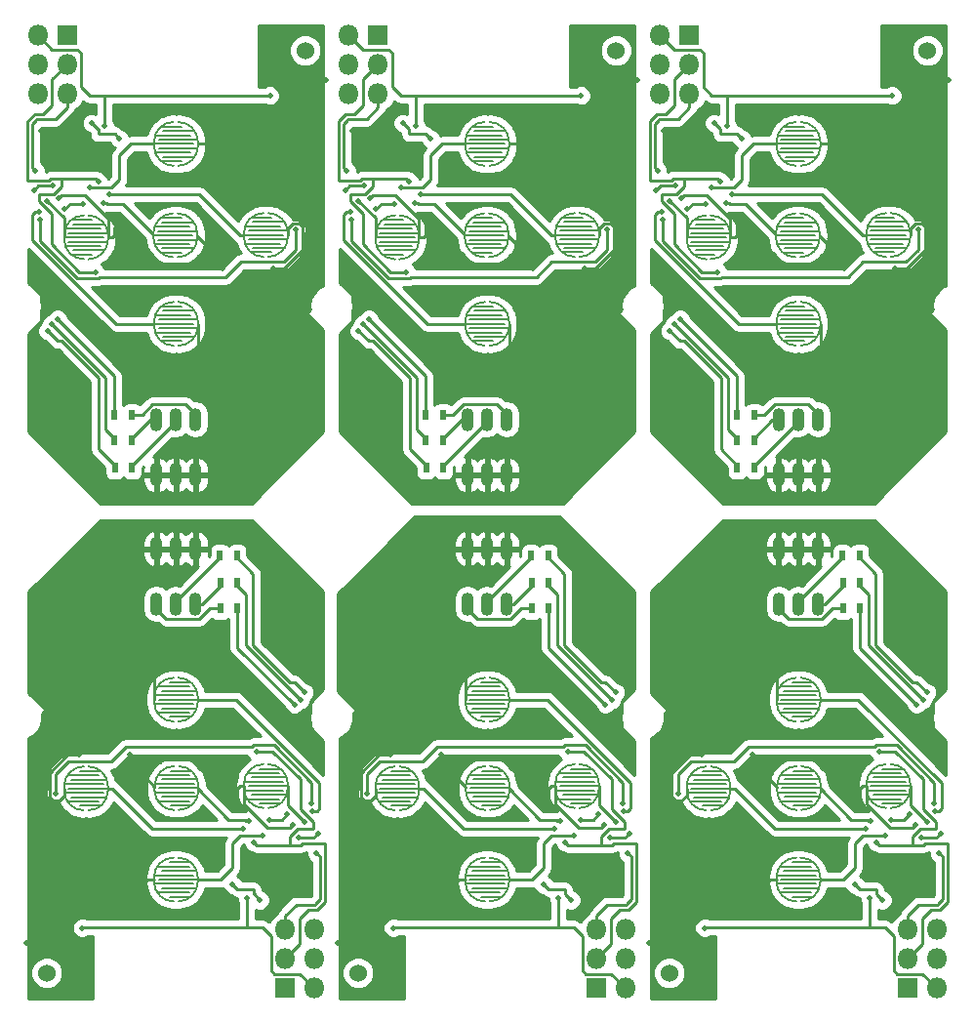
<source format=gbr>
G04 #@! TF.FileFunction,Copper,L1,Top,Signal*
%FSLAX46Y46*%
G04 Gerber Fmt 4.6, Leading zero omitted, Abs format (unit mm)*
G04 Created by KiCad (PCBNEW 4.0.6-e0-6349~52~ubuntu16.10.1) date Sat Apr 29 12:35:10 2017*
%MOMM*%
%LPD*%
G01*
G04 APERTURE LIST*
%ADD10C,0.100000*%
%ADD11C,0.200000*%
%ADD12C,1.524000*%
%ADD13R,0.500000X0.900000*%
%ADD14O,1.099820X1.998980*%
%ADD15R,0.200000X0.400000*%
%ADD16R,1.800000X1.800000*%
%ADD17O,1.800000X1.800000*%
%ADD18C,0.500000*%
%ADD19C,0.600000*%
%ADD20C,0.250000*%
%ADD21C,0.254000*%
G04 APERTURE END LIST*
D10*
D11*
X252375000Y-130775000D02*
X255125000Y-130775000D01*
X255750000Y-131150000D02*
X252750000Y-131150000D01*
X252200000Y-131525000D02*
X255500000Y-131525000D01*
X252200000Y-132275000D02*
X255500000Y-132275000D01*
X252750000Y-132650000D02*
X255750000Y-132650000D01*
X252375000Y-133025000D02*
X255125000Y-133025000D01*
X255250000Y-130400000D02*
X253500000Y-130400000D01*
X255250000Y-133400000D02*
X253500000Y-133400000D01*
X255900000Y-131900000D02*
X252500000Y-131900000D01*
X255900000Y-131700000D02*
X255900000Y-132100000D01*
X252100000Y-132100000D02*
X252100000Y-131700000D01*
X252100000Y-131700000D02*
G75*
G02X253800000Y-130000000I1700000J0D01*
G01*
X255900000Y-131700000D02*
G75*
G03X254200000Y-130000000I-1700000J0D01*
G01*
X252100000Y-132100000D02*
G75*
G03X253800000Y-133800000I1700000J0D01*
G01*
X255900000Y-132100000D02*
G75*
G02X254200000Y-133800000I-1700000J0D01*
G01*
X260175000Y-122675000D02*
X262925000Y-122675000D01*
X263550000Y-123050000D02*
X260550000Y-123050000D01*
X260000000Y-123425000D02*
X263300000Y-123425000D01*
X260000000Y-124175000D02*
X263300000Y-124175000D01*
X260550000Y-124550000D02*
X263550000Y-124550000D01*
X260175000Y-124925000D02*
X262925000Y-124925000D01*
X263050000Y-122300000D02*
X261300000Y-122300000D01*
X263050000Y-125300000D02*
X261300000Y-125300000D01*
X263700000Y-123800000D02*
X260300000Y-123800000D01*
X263700000Y-123600000D02*
X263700000Y-124000000D01*
X259900000Y-124000000D02*
X259900000Y-123600000D01*
X259900000Y-123600000D02*
G75*
G02X261600000Y-121900000I1700000J0D01*
G01*
X263700000Y-123600000D02*
G75*
G03X262000000Y-121900000I-1700000J0D01*
G01*
X259900000Y-124000000D02*
G75*
G03X261600000Y-125700000I1700000J0D01*
G01*
X263700000Y-124000000D02*
G75*
G02X262000000Y-125700000I-1700000J0D01*
G01*
X244575000Y-122875000D02*
X247325000Y-122875000D01*
X247950000Y-123250000D02*
X244950000Y-123250000D01*
X244400000Y-123625000D02*
X247700000Y-123625000D01*
X244400000Y-124375000D02*
X247700000Y-124375000D01*
X244950000Y-124750000D02*
X247950000Y-124750000D01*
X244575000Y-125125000D02*
X247325000Y-125125000D01*
X247450000Y-122500000D02*
X245700000Y-122500000D01*
X247450000Y-125500000D02*
X245700000Y-125500000D01*
X248100000Y-124000000D02*
X244700000Y-124000000D01*
X248100000Y-123800000D02*
X248100000Y-124200000D01*
X244300000Y-124200000D02*
X244300000Y-123800000D01*
X244300000Y-123800000D02*
G75*
G02X246000000Y-122100000I1700000J0D01*
G01*
X248100000Y-123800000D02*
G75*
G03X246400000Y-122100000I-1700000J0D01*
G01*
X244300000Y-124200000D02*
G75*
G03X246000000Y-125900000I1700000J0D01*
G01*
X248100000Y-124200000D02*
G75*
G02X246400000Y-125900000I-1700000J0D01*
G01*
X252375000Y-115175000D02*
X255125000Y-115175000D01*
X255750000Y-115550000D02*
X252750000Y-115550000D01*
X252200000Y-115925000D02*
X255500000Y-115925000D01*
X252200000Y-116675000D02*
X255500000Y-116675000D01*
X252750000Y-117050000D02*
X255750000Y-117050000D01*
X252375000Y-117425000D02*
X255125000Y-117425000D01*
X255250000Y-114800000D02*
X253500000Y-114800000D01*
X255250000Y-117800000D02*
X253500000Y-117800000D01*
X255900000Y-116300000D02*
X252500000Y-116300000D01*
X255900000Y-116100000D02*
X255900000Y-116500000D01*
X252100000Y-116500000D02*
X252100000Y-116100000D01*
X252100000Y-116100000D02*
G75*
G02X253800000Y-114400000I1700000J0D01*
G01*
X255900000Y-116100000D02*
G75*
G03X254200000Y-114400000I-1700000J0D01*
G01*
X252100000Y-116500000D02*
G75*
G03X253800000Y-118200000I1700000J0D01*
G01*
X255900000Y-116500000D02*
G75*
G02X254200000Y-118200000I-1700000J0D01*
G01*
X252425000Y-122845000D02*
X255175000Y-122845000D01*
X255800000Y-123220000D02*
X252800000Y-123220000D01*
X252250000Y-123595000D02*
X255550000Y-123595000D01*
X252250000Y-124345000D02*
X255550000Y-124345000D01*
X252800000Y-124720000D02*
X255800000Y-124720000D01*
X252425000Y-125095000D02*
X255175000Y-125095000D01*
X255300000Y-122470000D02*
X253550000Y-122470000D01*
X255300000Y-125470000D02*
X253550000Y-125470000D01*
X255950000Y-123970000D02*
X252550000Y-123970000D01*
X255950000Y-123770000D02*
X255950000Y-124170000D01*
X252150000Y-124170000D02*
X252150000Y-123770000D01*
X252150000Y-123770000D02*
G75*
G02X253850000Y-122070000I1700000J0D01*
G01*
X255950000Y-123770000D02*
G75*
G03X254250000Y-122070000I-1700000J0D01*
G01*
X252150000Y-124170000D02*
G75*
G03X253850000Y-125870000I1700000J0D01*
G01*
X255950000Y-124170000D02*
G75*
G02X254250000Y-125870000I-1700000J0D01*
G01*
X217575000Y-122875000D02*
X220325000Y-122875000D01*
X220950000Y-123250000D02*
X217950000Y-123250000D01*
X217400000Y-123625000D02*
X220700000Y-123625000D01*
X217400000Y-124375000D02*
X220700000Y-124375000D01*
X217950000Y-124750000D02*
X220950000Y-124750000D01*
X217575000Y-125125000D02*
X220325000Y-125125000D01*
X220450000Y-122500000D02*
X218700000Y-122500000D01*
X220450000Y-125500000D02*
X218700000Y-125500000D01*
X221100000Y-124000000D02*
X217700000Y-124000000D01*
X221100000Y-123800000D02*
X221100000Y-124200000D01*
X217300000Y-124200000D02*
X217300000Y-123800000D01*
X217300000Y-123800000D02*
G75*
G02X219000000Y-122100000I1700000J0D01*
G01*
X221100000Y-123800000D02*
G75*
G03X219400000Y-122100000I-1700000J0D01*
G01*
X217300000Y-124200000D02*
G75*
G03X219000000Y-125900000I1700000J0D01*
G01*
X221100000Y-124200000D02*
G75*
G02X219400000Y-125900000I-1700000J0D01*
G01*
X190575000Y-122875000D02*
X193325000Y-122875000D01*
X193950000Y-123250000D02*
X190950000Y-123250000D01*
X190400000Y-123625000D02*
X193700000Y-123625000D01*
X190400000Y-124375000D02*
X193700000Y-124375000D01*
X190950000Y-124750000D02*
X193950000Y-124750000D01*
X190575000Y-125125000D02*
X193325000Y-125125000D01*
X193450000Y-122500000D02*
X191700000Y-122500000D01*
X193450000Y-125500000D02*
X191700000Y-125500000D01*
X194100000Y-124000000D02*
X190700000Y-124000000D01*
X194100000Y-123800000D02*
X194100000Y-124200000D01*
X190300000Y-124200000D02*
X190300000Y-123800000D01*
X190300000Y-123800000D02*
G75*
G02X192000000Y-122100000I1700000J0D01*
G01*
X194100000Y-123800000D02*
G75*
G03X192400000Y-122100000I-1700000J0D01*
G01*
X190300000Y-124200000D02*
G75*
G03X192000000Y-125900000I1700000J0D01*
G01*
X194100000Y-124200000D02*
G75*
G02X192400000Y-125900000I-1700000J0D01*
G01*
X225375000Y-130775000D02*
X228125000Y-130775000D01*
X228750000Y-131150000D02*
X225750000Y-131150000D01*
X225200000Y-131525000D02*
X228500000Y-131525000D01*
X225200000Y-132275000D02*
X228500000Y-132275000D01*
X225750000Y-132650000D02*
X228750000Y-132650000D01*
X225375000Y-133025000D02*
X228125000Y-133025000D01*
X228250000Y-130400000D02*
X226500000Y-130400000D01*
X228250000Y-133400000D02*
X226500000Y-133400000D01*
X228900000Y-131900000D02*
X225500000Y-131900000D01*
X228900000Y-131700000D02*
X228900000Y-132100000D01*
X225100000Y-132100000D02*
X225100000Y-131700000D01*
X225100000Y-131700000D02*
G75*
G02X226800000Y-130000000I1700000J0D01*
G01*
X228900000Y-131700000D02*
G75*
G03X227200000Y-130000000I-1700000J0D01*
G01*
X225100000Y-132100000D02*
G75*
G03X226800000Y-133800000I1700000J0D01*
G01*
X228900000Y-132100000D02*
G75*
G02X227200000Y-133800000I-1700000J0D01*
G01*
X198375000Y-130775000D02*
X201125000Y-130775000D01*
X201750000Y-131150000D02*
X198750000Y-131150000D01*
X198200000Y-131525000D02*
X201500000Y-131525000D01*
X198200000Y-132275000D02*
X201500000Y-132275000D01*
X198750000Y-132650000D02*
X201750000Y-132650000D01*
X198375000Y-133025000D02*
X201125000Y-133025000D01*
X201250000Y-130400000D02*
X199500000Y-130400000D01*
X201250000Y-133400000D02*
X199500000Y-133400000D01*
X201900000Y-131900000D02*
X198500000Y-131900000D01*
X201900000Y-131700000D02*
X201900000Y-132100000D01*
X198100000Y-132100000D02*
X198100000Y-131700000D01*
X198100000Y-131700000D02*
G75*
G02X199800000Y-130000000I1700000J0D01*
G01*
X201900000Y-131700000D02*
G75*
G03X200200000Y-130000000I-1700000J0D01*
G01*
X198100000Y-132100000D02*
G75*
G03X199800000Y-133800000I1700000J0D01*
G01*
X201900000Y-132100000D02*
G75*
G02X200200000Y-133800000I-1700000J0D01*
G01*
X225425000Y-122845000D02*
X228175000Y-122845000D01*
X228800000Y-123220000D02*
X225800000Y-123220000D01*
X225250000Y-123595000D02*
X228550000Y-123595000D01*
X225250000Y-124345000D02*
X228550000Y-124345000D01*
X225800000Y-124720000D02*
X228800000Y-124720000D01*
X225425000Y-125095000D02*
X228175000Y-125095000D01*
X228300000Y-122470000D02*
X226550000Y-122470000D01*
X228300000Y-125470000D02*
X226550000Y-125470000D01*
X228950000Y-123970000D02*
X225550000Y-123970000D01*
X228950000Y-123770000D02*
X228950000Y-124170000D01*
X225150000Y-124170000D02*
X225150000Y-123770000D01*
X225150000Y-123770000D02*
G75*
G02X226850000Y-122070000I1700000J0D01*
G01*
X228950000Y-123770000D02*
G75*
G03X227250000Y-122070000I-1700000J0D01*
G01*
X225150000Y-124170000D02*
G75*
G03X226850000Y-125870000I1700000J0D01*
G01*
X228950000Y-124170000D02*
G75*
G02X227250000Y-125870000I-1700000J0D01*
G01*
X198425000Y-122845000D02*
X201175000Y-122845000D01*
X201800000Y-123220000D02*
X198800000Y-123220000D01*
X198250000Y-123595000D02*
X201550000Y-123595000D01*
X198250000Y-124345000D02*
X201550000Y-124345000D01*
X198800000Y-124720000D02*
X201800000Y-124720000D01*
X198425000Y-125095000D02*
X201175000Y-125095000D01*
X201300000Y-122470000D02*
X199550000Y-122470000D01*
X201300000Y-125470000D02*
X199550000Y-125470000D01*
X201950000Y-123970000D02*
X198550000Y-123970000D01*
X201950000Y-123770000D02*
X201950000Y-124170000D01*
X198150000Y-124170000D02*
X198150000Y-123770000D01*
X198150000Y-123770000D02*
G75*
G02X199850000Y-122070000I1700000J0D01*
G01*
X201950000Y-123770000D02*
G75*
G03X200250000Y-122070000I-1700000J0D01*
G01*
X198150000Y-124170000D02*
G75*
G03X199850000Y-125870000I1700000J0D01*
G01*
X201950000Y-124170000D02*
G75*
G02X200250000Y-125870000I-1700000J0D01*
G01*
X233175000Y-122675000D02*
X235925000Y-122675000D01*
X236550000Y-123050000D02*
X233550000Y-123050000D01*
X233000000Y-123425000D02*
X236300000Y-123425000D01*
X233000000Y-124175000D02*
X236300000Y-124175000D01*
X233550000Y-124550000D02*
X236550000Y-124550000D01*
X233175000Y-124925000D02*
X235925000Y-124925000D01*
X236050000Y-122300000D02*
X234300000Y-122300000D01*
X236050000Y-125300000D02*
X234300000Y-125300000D01*
X236700000Y-123800000D02*
X233300000Y-123800000D01*
X236700000Y-123600000D02*
X236700000Y-124000000D01*
X232900000Y-124000000D02*
X232900000Y-123600000D01*
X232900000Y-123600000D02*
G75*
G02X234600000Y-121900000I1700000J0D01*
G01*
X236700000Y-123600000D02*
G75*
G03X235000000Y-121900000I-1700000J0D01*
G01*
X232900000Y-124000000D02*
G75*
G03X234600000Y-125700000I1700000J0D01*
G01*
X236700000Y-124000000D02*
G75*
G02X235000000Y-125700000I-1700000J0D01*
G01*
X206175000Y-122675000D02*
X208925000Y-122675000D01*
X209550000Y-123050000D02*
X206550000Y-123050000D01*
X206000000Y-123425000D02*
X209300000Y-123425000D01*
X206000000Y-124175000D02*
X209300000Y-124175000D01*
X206550000Y-124550000D02*
X209550000Y-124550000D01*
X206175000Y-124925000D02*
X208925000Y-124925000D01*
X209050000Y-122300000D02*
X207300000Y-122300000D01*
X209050000Y-125300000D02*
X207300000Y-125300000D01*
X209700000Y-123800000D02*
X206300000Y-123800000D01*
X209700000Y-123600000D02*
X209700000Y-124000000D01*
X205900000Y-124000000D02*
X205900000Y-123600000D01*
X205900000Y-123600000D02*
G75*
G02X207600000Y-121900000I1700000J0D01*
G01*
X209700000Y-123600000D02*
G75*
G03X208000000Y-121900000I-1700000J0D01*
G01*
X205900000Y-124000000D02*
G75*
G03X207600000Y-125700000I1700000J0D01*
G01*
X209700000Y-124000000D02*
G75*
G02X208000000Y-125700000I-1700000J0D01*
G01*
X225375000Y-115175000D02*
X228125000Y-115175000D01*
X228750000Y-115550000D02*
X225750000Y-115550000D01*
X225200000Y-115925000D02*
X228500000Y-115925000D01*
X225200000Y-116675000D02*
X228500000Y-116675000D01*
X225750000Y-117050000D02*
X228750000Y-117050000D01*
X225375000Y-117425000D02*
X228125000Y-117425000D01*
X228250000Y-114800000D02*
X226500000Y-114800000D01*
X228250000Y-117800000D02*
X226500000Y-117800000D01*
X228900000Y-116300000D02*
X225500000Y-116300000D01*
X228900000Y-116100000D02*
X228900000Y-116500000D01*
X225100000Y-116500000D02*
X225100000Y-116100000D01*
X225100000Y-116100000D02*
G75*
G02X226800000Y-114400000I1700000J0D01*
G01*
X228900000Y-116100000D02*
G75*
G03X227200000Y-114400000I-1700000J0D01*
G01*
X225100000Y-116500000D02*
G75*
G03X226800000Y-118200000I1700000J0D01*
G01*
X228900000Y-116500000D02*
G75*
G02X227200000Y-118200000I-1700000J0D01*
G01*
X198375000Y-115175000D02*
X201125000Y-115175000D01*
X201750000Y-115550000D02*
X198750000Y-115550000D01*
X198200000Y-115925000D02*
X201500000Y-115925000D01*
X198200000Y-116675000D02*
X201500000Y-116675000D01*
X198750000Y-117050000D02*
X201750000Y-117050000D01*
X198375000Y-117425000D02*
X201125000Y-117425000D01*
X201250000Y-114800000D02*
X199500000Y-114800000D01*
X201250000Y-117800000D02*
X199500000Y-117800000D01*
X201900000Y-116300000D02*
X198500000Y-116300000D01*
X201900000Y-116100000D02*
X201900000Y-116500000D01*
X198100000Y-116500000D02*
X198100000Y-116100000D01*
X198100000Y-116100000D02*
G75*
G02X199800000Y-114400000I1700000J0D01*
G01*
X201900000Y-116100000D02*
G75*
G03X200200000Y-114400000I-1700000J0D01*
G01*
X198100000Y-116500000D02*
G75*
G03X199800000Y-118200000I1700000J0D01*
G01*
X201900000Y-116500000D02*
G75*
G02X200200000Y-118200000I-1700000J0D01*
G01*
X255625000Y-84825000D02*
X252875000Y-84825000D01*
X252250000Y-84450000D02*
X255250000Y-84450000D01*
X255800000Y-84075000D02*
X252500000Y-84075000D01*
X255800000Y-83325000D02*
X252500000Y-83325000D01*
X255250000Y-82950000D02*
X252250000Y-82950000D01*
X255625000Y-82575000D02*
X252875000Y-82575000D01*
X252750000Y-85200000D02*
X254500000Y-85200000D01*
X252750000Y-82200000D02*
X254500000Y-82200000D01*
X252100000Y-83700000D02*
X255500000Y-83700000D01*
X252100000Y-83900000D02*
X252100000Y-83500000D01*
X255900000Y-83500000D02*
X255900000Y-83900000D01*
X255900000Y-83900000D02*
G75*
G02X254200000Y-85600000I-1700000J0D01*
G01*
X252100000Y-83900000D02*
G75*
G03X253800000Y-85600000I1700000J0D01*
G01*
X255900000Y-83500000D02*
G75*
G03X254200000Y-81800000I-1700000J0D01*
G01*
X252100000Y-83500000D02*
G75*
G02X253800000Y-81800000I1700000J0D01*
G01*
X228625000Y-84825000D02*
X225875000Y-84825000D01*
X225250000Y-84450000D02*
X228250000Y-84450000D01*
X228800000Y-84075000D02*
X225500000Y-84075000D01*
X228800000Y-83325000D02*
X225500000Y-83325000D01*
X228250000Y-82950000D02*
X225250000Y-82950000D01*
X228625000Y-82575000D02*
X225875000Y-82575000D01*
X225750000Y-85200000D02*
X227500000Y-85200000D01*
X225750000Y-82200000D02*
X227500000Y-82200000D01*
X225100000Y-83700000D02*
X228500000Y-83700000D01*
X225100000Y-83900000D02*
X225100000Y-83500000D01*
X228900000Y-83500000D02*
X228900000Y-83900000D01*
X228900000Y-83900000D02*
G75*
G02X227200000Y-85600000I-1700000J0D01*
G01*
X225100000Y-83900000D02*
G75*
G03X226800000Y-85600000I1700000J0D01*
G01*
X228900000Y-83500000D02*
G75*
G03X227200000Y-81800000I-1700000J0D01*
G01*
X225100000Y-83500000D02*
G75*
G02X226800000Y-81800000I1700000J0D01*
G01*
X247825000Y-77325000D02*
X245075000Y-77325000D01*
X244450000Y-76950000D02*
X247450000Y-76950000D01*
X248000000Y-76575000D02*
X244700000Y-76575000D01*
X248000000Y-75825000D02*
X244700000Y-75825000D01*
X247450000Y-75450000D02*
X244450000Y-75450000D01*
X247825000Y-75075000D02*
X245075000Y-75075000D01*
X244950000Y-77700000D02*
X246700000Y-77700000D01*
X244950000Y-74700000D02*
X246700000Y-74700000D01*
X244300000Y-76200000D02*
X247700000Y-76200000D01*
X244300000Y-76400000D02*
X244300000Y-76000000D01*
X248100000Y-76000000D02*
X248100000Y-76400000D01*
X248100000Y-76400000D02*
G75*
G02X246400000Y-78100000I-1700000J0D01*
G01*
X244300000Y-76400000D02*
G75*
G03X246000000Y-78100000I1700000J0D01*
G01*
X248100000Y-76000000D02*
G75*
G03X246400000Y-74300000I-1700000J0D01*
G01*
X244300000Y-76000000D02*
G75*
G02X246000000Y-74300000I1700000J0D01*
G01*
X220825000Y-77325000D02*
X218075000Y-77325000D01*
X217450000Y-76950000D02*
X220450000Y-76950000D01*
X221000000Y-76575000D02*
X217700000Y-76575000D01*
X221000000Y-75825000D02*
X217700000Y-75825000D01*
X220450000Y-75450000D02*
X217450000Y-75450000D01*
X220825000Y-75075000D02*
X218075000Y-75075000D01*
X217950000Y-77700000D02*
X219700000Y-77700000D01*
X217950000Y-74700000D02*
X219700000Y-74700000D01*
X217300000Y-76200000D02*
X220700000Y-76200000D01*
X217300000Y-76400000D02*
X217300000Y-76000000D01*
X221100000Y-76000000D02*
X221100000Y-76400000D01*
X221100000Y-76400000D02*
G75*
G02X219400000Y-78100000I-1700000J0D01*
G01*
X217300000Y-76400000D02*
G75*
G03X219000000Y-78100000I1700000J0D01*
G01*
X221100000Y-76000000D02*
G75*
G03X219400000Y-74300000I-1700000J0D01*
G01*
X217300000Y-76000000D02*
G75*
G02X219000000Y-74300000I1700000J0D01*
G01*
X255575000Y-77155000D02*
X252825000Y-77155000D01*
X252200000Y-76780000D02*
X255200000Y-76780000D01*
X255750000Y-76405000D02*
X252450000Y-76405000D01*
X255750000Y-75655000D02*
X252450000Y-75655000D01*
X255200000Y-75280000D02*
X252200000Y-75280000D01*
X255575000Y-74905000D02*
X252825000Y-74905000D01*
X252700000Y-77530000D02*
X254450000Y-77530000D01*
X252700000Y-74530000D02*
X254450000Y-74530000D01*
X252050000Y-76030000D02*
X255450000Y-76030000D01*
X252050000Y-76230000D02*
X252050000Y-75830000D01*
X255850000Y-75830000D02*
X255850000Y-76230000D01*
X255850000Y-76230000D02*
G75*
G02X254150000Y-77930000I-1700000J0D01*
G01*
X252050000Y-76230000D02*
G75*
G03X253750000Y-77930000I1700000J0D01*
G01*
X255850000Y-75830000D02*
G75*
G03X254150000Y-74130000I-1700000J0D01*
G01*
X252050000Y-75830000D02*
G75*
G02X253750000Y-74130000I1700000J0D01*
G01*
X228575000Y-77155000D02*
X225825000Y-77155000D01*
X225200000Y-76780000D02*
X228200000Y-76780000D01*
X228750000Y-76405000D02*
X225450000Y-76405000D01*
X228750000Y-75655000D02*
X225450000Y-75655000D01*
X228200000Y-75280000D02*
X225200000Y-75280000D01*
X228575000Y-74905000D02*
X225825000Y-74905000D01*
X225700000Y-77530000D02*
X227450000Y-77530000D01*
X225700000Y-74530000D02*
X227450000Y-74530000D01*
X225050000Y-76030000D02*
X228450000Y-76030000D01*
X225050000Y-76230000D02*
X225050000Y-75830000D01*
X228850000Y-75830000D02*
X228850000Y-76230000D01*
X228850000Y-76230000D02*
G75*
G02X227150000Y-77930000I-1700000J0D01*
G01*
X225050000Y-76230000D02*
G75*
G03X226750000Y-77930000I1700000J0D01*
G01*
X228850000Y-75830000D02*
G75*
G03X227150000Y-74130000I-1700000J0D01*
G01*
X225050000Y-75830000D02*
G75*
G02X226750000Y-74130000I1700000J0D01*
G01*
X255625000Y-69225000D02*
X252875000Y-69225000D01*
X252250000Y-68850000D02*
X255250000Y-68850000D01*
X255800000Y-68475000D02*
X252500000Y-68475000D01*
X255800000Y-67725000D02*
X252500000Y-67725000D01*
X255250000Y-67350000D02*
X252250000Y-67350000D01*
X255625000Y-66975000D02*
X252875000Y-66975000D01*
X252750000Y-69600000D02*
X254500000Y-69600000D01*
X252750000Y-66600000D02*
X254500000Y-66600000D01*
X252100000Y-68100000D02*
X255500000Y-68100000D01*
X252100000Y-68300000D02*
X252100000Y-67900000D01*
X255900000Y-67900000D02*
X255900000Y-68300000D01*
X255900000Y-68300000D02*
G75*
G02X254200000Y-70000000I-1700000J0D01*
G01*
X252100000Y-68300000D02*
G75*
G03X253800000Y-70000000I1700000J0D01*
G01*
X255900000Y-67900000D02*
G75*
G03X254200000Y-66200000I-1700000J0D01*
G01*
X252100000Y-67900000D02*
G75*
G02X253800000Y-66200000I1700000J0D01*
G01*
X228625000Y-69225000D02*
X225875000Y-69225000D01*
X225250000Y-68850000D02*
X228250000Y-68850000D01*
X228800000Y-68475000D02*
X225500000Y-68475000D01*
X228800000Y-67725000D02*
X225500000Y-67725000D01*
X228250000Y-67350000D02*
X225250000Y-67350000D01*
X228625000Y-66975000D02*
X225875000Y-66975000D01*
X225750000Y-69600000D02*
X227500000Y-69600000D01*
X225750000Y-66600000D02*
X227500000Y-66600000D01*
X225100000Y-68100000D02*
X228500000Y-68100000D01*
X225100000Y-68300000D02*
X225100000Y-67900000D01*
X228900000Y-67900000D02*
X228900000Y-68300000D01*
X228900000Y-68300000D02*
G75*
G02X227200000Y-70000000I-1700000J0D01*
G01*
X225100000Y-68300000D02*
G75*
G03X226800000Y-70000000I1700000J0D01*
G01*
X228900000Y-67900000D02*
G75*
G03X227200000Y-66200000I-1700000J0D01*
G01*
X225100000Y-67900000D02*
G75*
G02X226800000Y-66200000I1700000J0D01*
G01*
X263425000Y-77125000D02*
X260675000Y-77125000D01*
X260050000Y-76750000D02*
X263050000Y-76750000D01*
X263600000Y-76375000D02*
X260300000Y-76375000D01*
X263600000Y-75625000D02*
X260300000Y-75625000D01*
X263050000Y-75250000D02*
X260050000Y-75250000D01*
X263425000Y-74875000D02*
X260675000Y-74875000D01*
X260550000Y-77500000D02*
X262300000Y-77500000D01*
X260550000Y-74500000D02*
X262300000Y-74500000D01*
X259900000Y-76000000D02*
X263300000Y-76000000D01*
X259900000Y-76200000D02*
X259900000Y-75800000D01*
X263700000Y-75800000D02*
X263700000Y-76200000D01*
X263700000Y-76200000D02*
G75*
G02X262000000Y-77900000I-1700000J0D01*
G01*
X259900000Y-76200000D02*
G75*
G03X261600000Y-77900000I1700000J0D01*
G01*
X263700000Y-75800000D02*
G75*
G03X262000000Y-74100000I-1700000J0D01*
G01*
X259900000Y-75800000D02*
G75*
G02X261600000Y-74100000I1700000J0D01*
G01*
X236425000Y-77125000D02*
X233675000Y-77125000D01*
X233050000Y-76750000D02*
X236050000Y-76750000D01*
X236600000Y-76375000D02*
X233300000Y-76375000D01*
X236600000Y-75625000D02*
X233300000Y-75625000D01*
X236050000Y-75250000D02*
X233050000Y-75250000D01*
X236425000Y-74875000D02*
X233675000Y-74875000D01*
X233550000Y-77500000D02*
X235300000Y-77500000D01*
X233550000Y-74500000D02*
X235300000Y-74500000D01*
X232900000Y-76000000D02*
X236300000Y-76000000D01*
X232900000Y-76200000D02*
X232900000Y-75800000D01*
X236700000Y-75800000D02*
X236700000Y-76200000D01*
X236700000Y-76200000D02*
G75*
G02X235000000Y-77900000I-1700000J0D01*
G01*
X232900000Y-76200000D02*
G75*
G03X234600000Y-77900000I1700000J0D01*
G01*
X236700000Y-75800000D02*
G75*
G03X235000000Y-74100000I-1700000J0D01*
G01*
X232900000Y-75800000D02*
G75*
G02X234600000Y-74100000I1700000J0D01*
G01*
X201575000Y-77155000D02*
X198825000Y-77155000D01*
X198200000Y-76780000D02*
X201200000Y-76780000D01*
X201750000Y-76405000D02*
X198450000Y-76405000D01*
X201750000Y-75655000D02*
X198450000Y-75655000D01*
X201200000Y-75280000D02*
X198200000Y-75280000D01*
X201575000Y-74905000D02*
X198825000Y-74905000D01*
X198700000Y-77530000D02*
X200450000Y-77530000D01*
X198700000Y-74530000D02*
X200450000Y-74530000D01*
X198050000Y-76030000D02*
X201450000Y-76030000D01*
X198050000Y-76230000D02*
X198050000Y-75830000D01*
X201850000Y-75830000D02*
X201850000Y-76230000D01*
X201850000Y-76230000D02*
G75*
G02X200150000Y-77930000I-1700000J0D01*
G01*
X198050000Y-76230000D02*
G75*
G03X199750000Y-77930000I1700000J0D01*
G01*
X201850000Y-75830000D02*
G75*
G03X200150000Y-74130000I-1700000J0D01*
G01*
X198050000Y-75830000D02*
G75*
G02X199750000Y-74130000I1700000J0D01*
G01*
X201625000Y-84825000D02*
X198875000Y-84825000D01*
X198250000Y-84450000D02*
X201250000Y-84450000D01*
X201800000Y-84075000D02*
X198500000Y-84075000D01*
X201800000Y-83325000D02*
X198500000Y-83325000D01*
X201250000Y-82950000D02*
X198250000Y-82950000D01*
X201625000Y-82575000D02*
X198875000Y-82575000D01*
X198750000Y-85200000D02*
X200500000Y-85200000D01*
X198750000Y-82200000D02*
X200500000Y-82200000D01*
X198100000Y-83700000D02*
X201500000Y-83700000D01*
X198100000Y-83900000D02*
X198100000Y-83500000D01*
X201900000Y-83500000D02*
X201900000Y-83900000D01*
X201900000Y-83900000D02*
G75*
G02X200200000Y-85600000I-1700000J0D01*
G01*
X198100000Y-83900000D02*
G75*
G03X199800000Y-85600000I1700000J0D01*
G01*
X201900000Y-83500000D02*
G75*
G03X200200000Y-81800000I-1700000J0D01*
G01*
X198100000Y-83500000D02*
G75*
G02X199800000Y-81800000I1700000J0D01*
G01*
X209425000Y-77125000D02*
X206675000Y-77125000D01*
X206050000Y-76750000D02*
X209050000Y-76750000D01*
X209600000Y-76375000D02*
X206300000Y-76375000D01*
X209600000Y-75625000D02*
X206300000Y-75625000D01*
X209050000Y-75250000D02*
X206050000Y-75250000D01*
X209425000Y-74875000D02*
X206675000Y-74875000D01*
X206550000Y-77500000D02*
X208300000Y-77500000D01*
X206550000Y-74500000D02*
X208300000Y-74500000D01*
X205900000Y-76000000D02*
X209300000Y-76000000D01*
X205900000Y-76200000D02*
X205900000Y-75800000D01*
X209700000Y-75800000D02*
X209700000Y-76200000D01*
X209700000Y-76200000D02*
G75*
G02X208000000Y-77900000I-1700000J0D01*
G01*
X205900000Y-76200000D02*
G75*
G03X207600000Y-77900000I1700000J0D01*
G01*
X209700000Y-75800000D02*
G75*
G03X208000000Y-74100000I-1700000J0D01*
G01*
X205900000Y-75800000D02*
G75*
G02X207600000Y-74100000I1700000J0D01*
G01*
X193825000Y-77325000D02*
X191075000Y-77325000D01*
X190450000Y-76950000D02*
X193450000Y-76950000D01*
X194000000Y-76575000D02*
X190700000Y-76575000D01*
X194000000Y-75825000D02*
X190700000Y-75825000D01*
X193450000Y-75450000D02*
X190450000Y-75450000D01*
X193825000Y-75075000D02*
X191075000Y-75075000D01*
X190950000Y-77700000D02*
X192700000Y-77700000D01*
X190950000Y-74700000D02*
X192700000Y-74700000D01*
X190300000Y-76200000D02*
X193700000Y-76200000D01*
X190300000Y-76400000D02*
X190300000Y-76000000D01*
X194100000Y-76000000D02*
X194100000Y-76400000D01*
X194100000Y-76400000D02*
G75*
G02X192400000Y-78100000I-1700000J0D01*
G01*
X190300000Y-76400000D02*
G75*
G03X192000000Y-78100000I1700000J0D01*
G01*
X194100000Y-76000000D02*
G75*
G03X192400000Y-74300000I-1700000J0D01*
G01*
X190300000Y-76000000D02*
G75*
G02X192000000Y-74300000I1700000J0D01*
G01*
X201625000Y-69225000D02*
X198875000Y-69225000D01*
X198250000Y-68850000D02*
X201250000Y-68850000D01*
X201800000Y-68475000D02*
X198500000Y-68475000D01*
X201800000Y-67725000D02*
X198500000Y-67725000D01*
X201250000Y-67350000D02*
X198250000Y-67350000D01*
X201625000Y-66975000D02*
X198875000Y-66975000D01*
X198750000Y-69600000D02*
X200500000Y-69600000D01*
X198750000Y-66600000D02*
X200500000Y-66600000D01*
X198100000Y-68100000D02*
X201500000Y-68100000D01*
X198100000Y-68300000D02*
X198100000Y-67900000D01*
X201900000Y-67900000D02*
X201900000Y-68300000D01*
X201900000Y-68300000D02*
G75*
G02X200200000Y-70000000I-1700000J0D01*
G01*
X198100000Y-68300000D02*
G75*
G03X199800000Y-70000000I1700000J0D01*
G01*
X201900000Y-67900000D02*
G75*
G03X200200000Y-66200000I-1700000J0D01*
G01*
X198100000Y-67900000D02*
G75*
G02X199800000Y-66200000I1700000J0D01*
G01*
D12*
X242800000Y-140000000D03*
D13*
X257850000Y-106200000D03*
X259350000Y-106200000D03*
X257800000Y-103800000D03*
X259300000Y-103800000D03*
X257850000Y-108400000D03*
X259350000Y-108400000D03*
D14*
X255699260Y-103202240D03*
X254000000Y-103202240D03*
X252300740Y-103202240D03*
X252300740Y-107997760D03*
X254000000Y-107997760D03*
X255699260Y-107997760D03*
D15*
X255900000Y-131900000D03*
X252100000Y-131900000D03*
X263700000Y-123800000D03*
X259900000Y-123800000D03*
X248100000Y-124000000D03*
X244300000Y-124000000D03*
X255900000Y-116300000D03*
X252100000Y-116300000D03*
X255950000Y-123970000D03*
X252150000Y-123970000D03*
D16*
X263460000Y-141340000D03*
D17*
X266000000Y-141340000D03*
X263460000Y-138800000D03*
X266000000Y-138800000D03*
X263460000Y-136260000D03*
X266000000Y-136260000D03*
D15*
X221100000Y-124000000D03*
X217300000Y-124000000D03*
X194100000Y-124000000D03*
X190300000Y-124000000D03*
D12*
X215800000Y-140000000D03*
X188800000Y-140000000D03*
D15*
X228900000Y-131900000D03*
X225100000Y-131900000D03*
X201900000Y-131900000D03*
X198100000Y-131900000D03*
X228950000Y-123970000D03*
X225150000Y-123970000D03*
X201950000Y-123970000D03*
X198150000Y-123970000D03*
X236700000Y-123800000D03*
X232900000Y-123800000D03*
X209700000Y-123800000D03*
X205900000Y-123800000D03*
D13*
X230850000Y-106200000D03*
X232350000Y-106200000D03*
X203850000Y-106200000D03*
X205350000Y-106200000D03*
X230850000Y-108400000D03*
X232350000Y-108400000D03*
X203850000Y-108400000D03*
X205350000Y-108400000D03*
X230800000Y-103800000D03*
X232300000Y-103800000D03*
X203800000Y-103800000D03*
X205300000Y-103800000D03*
D15*
X228900000Y-116300000D03*
X225100000Y-116300000D03*
X201900000Y-116300000D03*
X198100000Y-116300000D03*
D14*
X228699260Y-103202240D03*
X227000000Y-103202240D03*
X225300740Y-103202240D03*
X225300740Y-107997760D03*
X227000000Y-107997760D03*
X228699260Y-107997760D03*
X201699260Y-103202240D03*
X200000000Y-103202240D03*
X198300740Y-103202240D03*
X198300740Y-107997760D03*
X200000000Y-107997760D03*
X201699260Y-107997760D03*
D16*
X236460000Y-141340000D03*
D17*
X239000000Y-141340000D03*
X236460000Y-138800000D03*
X239000000Y-138800000D03*
X236460000Y-136260000D03*
X239000000Y-136260000D03*
D16*
X209460000Y-141340000D03*
D17*
X212000000Y-141340000D03*
X209460000Y-138800000D03*
X212000000Y-138800000D03*
X209460000Y-136260000D03*
X212000000Y-136260000D03*
D16*
X244540000Y-58660000D03*
D17*
X242000000Y-58660000D03*
X244540000Y-61200000D03*
X242000000Y-61200000D03*
X244540000Y-63740000D03*
X242000000Y-63740000D03*
D16*
X217540000Y-58660000D03*
D17*
X215000000Y-58660000D03*
X217540000Y-61200000D03*
X215000000Y-61200000D03*
X217540000Y-63740000D03*
X215000000Y-63740000D03*
D14*
X252300740Y-96797760D03*
X254000000Y-96797760D03*
X255699260Y-96797760D03*
X255699260Y-92002240D03*
X254000000Y-92002240D03*
X252300740Y-92002240D03*
X225300740Y-96797760D03*
X227000000Y-96797760D03*
X228699260Y-96797760D03*
X228699260Y-92002240D03*
X227000000Y-92002240D03*
X225300740Y-92002240D03*
D15*
X252100000Y-83700000D03*
X255900000Y-83700000D03*
X225100000Y-83700000D03*
X228900000Y-83700000D03*
D13*
X250200000Y-96200000D03*
X248700000Y-96200000D03*
X223200000Y-96200000D03*
X221700000Y-96200000D03*
X250150000Y-91600000D03*
X248650000Y-91600000D03*
X223150000Y-91600000D03*
X221650000Y-91600000D03*
X250150000Y-93800000D03*
X248650000Y-93800000D03*
X223150000Y-93800000D03*
X221650000Y-93800000D03*
D15*
X244300000Y-76200000D03*
X248100000Y-76200000D03*
X217300000Y-76200000D03*
X221100000Y-76200000D03*
X252050000Y-76030000D03*
X255850000Y-76030000D03*
X225050000Y-76030000D03*
X228850000Y-76030000D03*
X252100000Y-68100000D03*
X255900000Y-68100000D03*
X225100000Y-68100000D03*
X228900000Y-68100000D03*
D12*
X265200000Y-60000000D03*
X238200000Y-60000000D03*
D15*
X259900000Y-76000000D03*
X263700000Y-76000000D03*
X232900000Y-76000000D03*
X236700000Y-76000000D03*
D16*
X190540000Y-58660000D03*
D17*
X188000000Y-58660000D03*
X190540000Y-61200000D03*
X188000000Y-61200000D03*
X190540000Y-63740000D03*
X188000000Y-63740000D03*
D15*
X198050000Y-76030000D03*
X201850000Y-76030000D03*
X198100000Y-83700000D03*
X201900000Y-83700000D03*
X205900000Y-76000000D03*
X209700000Y-76000000D03*
X190300000Y-76200000D03*
X194100000Y-76200000D03*
X198100000Y-68100000D03*
X201900000Y-68100000D03*
D14*
X198300740Y-96797760D03*
X200000000Y-96797760D03*
X201699260Y-96797760D03*
X201699260Y-92002240D03*
X200000000Y-92002240D03*
X198300740Y-92002240D03*
D13*
X196150000Y-91600000D03*
X194650000Y-91600000D03*
X196200000Y-96200000D03*
X194700000Y-96200000D03*
X196150000Y-93800000D03*
X194650000Y-93800000D03*
D12*
X211200000Y-60000000D03*
D18*
X245850000Y-136100000D03*
X260174990Y-133492005D03*
X263670010Y-126224407D03*
X262075000Y-126721418D03*
X233174990Y-133492005D03*
X206174990Y-133492005D03*
X236670010Y-126224407D03*
X209670010Y-126224407D03*
X218850000Y-136100000D03*
X191850000Y-136100000D03*
X235075000Y-126721418D03*
X208075000Y-126721418D03*
X245925000Y-73278582D03*
X218925000Y-73278582D03*
X262150000Y-63900000D03*
X235150000Y-63900000D03*
X244329990Y-73775593D03*
X217329990Y-73775593D03*
X247825010Y-66507995D03*
X220825010Y-66507995D03*
X191925000Y-73278582D03*
X190329990Y-73775593D03*
X193825010Y-66507995D03*
X208150000Y-63900000D03*
X258924997Y-132360744D03*
X261300000Y-133700000D03*
X234300000Y-133700000D03*
X207300000Y-133700000D03*
X231924997Y-132360744D03*
X204924997Y-132360744D03*
X249075003Y-67639256D03*
X222075003Y-67639256D03*
X246700000Y-66300000D03*
X219700000Y-66300000D03*
X192700000Y-66300000D03*
X195075003Y-67639256D03*
X260750000Y-128675000D03*
X261000000Y-120800000D03*
X234000000Y-120800000D03*
X207000000Y-120800000D03*
X233750000Y-128675000D03*
X206750000Y-128675000D03*
X247250000Y-71325000D03*
X220250000Y-71325000D03*
X247000000Y-79200000D03*
X220000000Y-79200000D03*
X193000000Y-79200000D03*
X193250000Y-71325000D03*
X266200000Y-129600000D03*
X239200000Y-129600000D03*
X212200000Y-129600000D03*
X241800000Y-70400000D03*
X214800000Y-70400000D03*
X187800000Y-70400000D03*
X243600000Y-124450722D03*
X265782509Y-125317653D03*
X238782509Y-125317653D03*
X211782509Y-125317653D03*
X216600000Y-124450722D03*
X189600000Y-124450722D03*
X264400000Y-75549278D03*
X237400000Y-75549278D03*
X242217491Y-74682347D03*
X215217491Y-74682347D03*
X188217491Y-74682347D03*
X210400000Y-75549278D03*
X265859632Y-125988871D03*
X238859632Y-125988871D03*
X211859632Y-125988871D03*
X242140368Y-74011129D03*
X215140368Y-74011129D03*
X188140368Y-74011129D03*
X265157758Y-126928519D03*
X238157758Y-126928519D03*
X211157758Y-126928519D03*
X242842242Y-73071481D03*
X215842242Y-73071481D03*
X188842242Y-73071481D03*
X261500000Y-128100000D03*
X234500000Y-128100000D03*
X207500000Y-128100000D03*
X246500000Y-71900000D03*
X219500000Y-71900000D03*
X192500000Y-71900000D03*
X260300000Y-126800000D03*
X233300000Y-126800000D03*
X206300000Y-126800000D03*
X247700000Y-73200000D03*
X220700000Y-73200000D03*
X193700000Y-73200000D03*
X259800000Y-127500000D03*
X232800000Y-127500000D03*
X205800000Y-127500000D03*
X248200000Y-72500000D03*
X221200000Y-72500000D03*
X194200000Y-72500000D03*
X266325000Y-127900000D03*
X264661305Y-128278285D03*
X237661305Y-128278285D03*
X210661305Y-128278285D03*
X239325000Y-127900000D03*
X212325000Y-127900000D03*
X241675000Y-72100000D03*
X214675000Y-72100000D03*
X243338695Y-71721715D03*
X216338695Y-71721715D03*
X189338695Y-71721715D03*
X187675000Y-72100000D03*
X245587807Y-121100380D03*
X250000000Y-121100380D03*
D19*
X243350000Y-132860000D03*
X251480000Y-112560000D03*
X256500000Y-112500000D03*
D18*
X243960000Y-119978594D03*
X256125000Y-122275000D03*
X263275000Y-117475000D03*
X251100000Y-132300000D03*
X261400000Y-135000000D03*
X265700000Y-133000000D03*
X243200000Y-137400000D03*
X241000000Y-137400000D03*
X254000000Y-105000000D03*
X264144625Y-127184613D03*
X234400000Y-135000000D03*
X207400000Y-135000000D03*
X237144625Y-127184613D03*
X210144625Y-127184613D03*
X238700000Y-133000000D03*
X211700000Y-133000000D03*
X236275000Y-117475000D03*
X209275000Y-117475000D03*
X229125000Y-122275000D03*
X202125000Y-122275000D03*
D19*
X229500000Y-112500000D03*
X202500000Y-112500000D03*
D18*
X223000000Y-121100380D03*
X196000000Y-121100380D03*
X216960000Y-119978594D03*
X189960000Y-119978594D03*
X227000000Y-105000000D03*
X200000000Y-105000000D03*
X218587807Y-121100380D03*
X191587807Y-121100380D03*
D19*
X224480000Y-112560000D03*
X197480000Y-112560000D03*
D18*
X214000000Y-137400000D03*
X187000000Y-137400000D03*
X224100000Y-132300000D03*
X197100000Y-132300000D03*
X216200000Y-137400000D03*
X189200000Y-137400000D03*
D19*
X216350000Y-132860000D03*
X189350000Y-132860000D03*
X264650000Y-67140000D03*
X237650000Y-67140000D03*
D18*
X264800000Y-62600000D03*
X237800000Y-62600000D03*
X256900000Y-67700000D03*
X229900000Y-67700000D03*
X267000000Y-62600000D03*
X240000000Y-62600000D03*
D19*
X256520000Y-87440000D03*
X229520000Y-87440000D03*
D18*
X262412193Y-78899620D03*
X235412193Y-78899620D03*
X254000000Y-95000000D03*
X227000000Y-95000000D03*
X264040000Y-80021406D03*
X237040000Y-80021406D03*
X258000000Y-78899620D03*
X231000000Y-78899620D03*
D19*
X251500000Y-87500000D03*
X224500000Y-87500000D03*
D18*
X251875000Y-77725000D03*
X224875000Y-77725000D03*
X244725000Y-82525000D03*
X217725000Y-82525000D03*
X242300000Y-67000000D03*
X215300000Y-67000000D03*
X243855375Y-72815387D03*
X216855375Y-72815387D03*
X246600000Y-65000000D03*
X219600000Y-65000000D03*
X189855375Y-72815387D03*
X200000000Y-95000000D03*
X213000000Y-62600000D03*
X210800000Y-62600000D03*
X188300000Y-67000000D03*
X192600000Y-65000000D03*
X202900000Y-67700000D03*
X190725000Y-82525000D03*
X197875000Y-77725000D03*
X210040000Y-80021406D03*
D19*
X197500000Y-87500000D03*
X202520000Y-87440000D03*
X210650000Y-67140000D03*
D18*
X204000000Y-78899620D03*
X208412193Y-78899620D03*
X264264371Y-116711876D03*
X237264371Y-116711876D03*
X210264371Y-116711876D03*
X243735629Y-83288124D03*
X216735629Y-83288124D03*
X189735629Y-83288124D03*
X264800000Y-116300000D03*
X237800000Y-116300000D03*
X210800000Y-116300000D03*
X243200000Y-83700000D03*
X216200000Y-83700000D03*
X189200000Y-83700000D03*
X265151816Y-115681054D03*
X238151816Y-115681054D03*
X211151816Y-115681054D03*
X242848184Y-84318946D03*
X215848184Y-84318946D03*
X188848184Y-84318946D03*
D20*
X260250000Y-136075011D02*
X260174990Y-136000001D01*
X260174990Y-136000001D02*
X260174990Y-133492005D01*
X245874989Y-136075011D02*
X245850000Y-136100000D01*
X260250000Y-136075011D02*
X245874989Y-136075011D01*
X263172999Y-126721418D02*
X262075000Y-126721418D01*
X263670010Y-126224407D02*
X263172999Y-126721418D01*
X260750000Y-136075011D02*
X260250000Y-136075011D01*
X261500000Y-136085412D02*
X260760401Y-136085412D01*
X262250000Y-136835412D02*
X261500000Y-136085412D01*
X260760401Y-136085412D02*
X260750000Y-136075011D01*
X262250000Y-139790000D02*
X262250000Y-136835412D01*
X262560000Y-140100000D02*
X262250000Y-139790000D01*
X264760000Y-140100000D02*
X262560000Y-140100000D01*
X266000000Y-141340000D02*
X264760000Y-140100000D01*
X236670010Y-126224407D02*
X236172999Y-126721418D01*
X209670010Y-126224407D02*
X209172999Y-126721418D01*
X218874989Y-136075011D02*
X218850000Y-136100000D01*
X191874989Y-136075011D02*
X191850000Y-136100000D01*
X239000000Y-141340000D02*
X237760000Y-140100000D01*
X212000000Y-141340000D02*
X210760000Y-140100000D01*
X233250000Y-136075011D02*
X218874989Y-136075011D01*
X206250000Y-136075011D02*
X191874989Y-136075011D01*
X236172999Y-126721418D02*
X235075000Y-126721418D01*
X209172999Y-126721418D02*
X208075000Y-126721418D01*
X233174990Y-136000001D02*
X233174990Y-133492005D01*
X206174990Y-136000001D02*
X206174990Y-133492005D01*
X233760401Y-136085412D02*
X233750000Y-136075011D01*
X206760401Y-136085412D02*
X206750000Y-136075011D01*
X233750000Y-136075011D02*
X233250000Y-136075011D01*
X206750000Y-136075011D02*
X206250000Y-136075011D01*
X233250000Y-136075011D02*
X233174990Y-136000001D01*
X206250000Y-136075011D02*
X206174990Y-136000001D01*
X234500000Y-136085412D02*
X233760401Y-136085412D01*
X207500000Y-136085412D02*
X206760401Y-136085412D01*
X237760000Y-140100000D02*
X235560000Y-140100000D01*
X210760000Y-140100000D02*
X208560000Y-140100000D01*
X235560000Y-140100000D02*
X235250000Y-139790000D01*
X208560000Y-140100000D02*
X208250000Y-139790000D01*
X235250000Y-139790000D02*
X235250000Y-136835412D01*
X208250000Y-139790000D02*
X208250000Y-136835412D01*
X235250000Y-136835412D02*
X234500000Y-136085412D01*
X208250000Y-136835412D02*
X207500000Y-136085412D01*
X245750000Y-63164588D02*
X246500000Y-63914588D01*
X218750000Y-63164588D02*
X219500000Y-63914588D01*
X245750000Y-60210000D02*
X245750000Y-63164588D01*
X218750000Y-60210000D02*
X218750000Y-63164588D01*
X245440000Y-59900000D02*
X245750000Y-60210000D01*
X218440000Y-59900000D02*
X218750000Y-60210000D01*
X243240000Y-59900000D02*
X245440000Y-59900000D01*
X216240000Y-59900000D02*
X218440000Y-59900000D01*
X246500000Y-63914588D02*
X247239599Y-63914588D01*
X219500000Y-63914588D02*
X220239599Y-63914588D01*
X247750000Y-63924989D02*
X247825010Y-63999999D01*
X220750000Y-63924989D02*
X220825010Y-63999999D01*
X247250000Y-63924989D02*
X247750000Y-63924989D01*
X220250000Y-63924989D02*
X220750000Y-63924989D01*
X247239599Y-63914588D02*
X247250000Y-63924989D01*
X220239599Y-63914588D02*
X220250000Y-63924989D01*
X247825010Y-63999999D02*
X247825010Y-66507995D01*
X220825010Y-63999999D02*
X220825010Y-66507995D01*
X244827001Y-73278582D02*
X245925000Y-73278582D01*
X217827001Y-73278582D02*
X218925000Y-73278582D01*
X247750000Y-63924989D02*
X262125011Y-63924989D01*
X220750000Y-63924989D02*
X235125011Y-63924989D01*
X242000000Y-58660000D02*
X243240000Y-59900000D01*
X215000000Y-58660000D02*
X216240000Y-59900000D01*
X262125011Y-63924989D02*
X262150000Y-63900000D01*
X235125011Y-63924989D02*
X235150000Y-63900000D01*
X244329990Y-73775593D02*
X244827001Y-73278582D01*
X217329990Y-73775593D02*
X217827001Y-73278582D01*
X188000000Y-58660000D02*
X189240000Y-59900000D01*
X189240000Y-59900000D02*
X191440000Y-59900000D01*
X191440000Y-59900000D02*
X191750000Y-60210000D01*
X191750000Y-60210000D02*
X191750000Y-63164588D01*
X193239599Y-63914588D02*
X193250000Y-63924989D01*
X191750000Y-63164588D02*
X192500000Y-63914588D01*
X192500000Y-63914588D02*
X193239599Y-63914588D01*
X193250000Y-63924989D02*
X193750000Y-63924989D01*
X190329990Y-73775593D02*
X190827001Y-73278582D01*
X190827001Y-73278582D02*
X191925000Y-73278582D01*
X193750000Y-63924989D02*
X208125011Y-63924989D01*
X208125011Y-63924989D02*
X208150000Y-63900000D01*
X193825010Y-63999999D02*
X193825010Y-66507995D01*
X193750000Y-63924989D02*
X193825010Y-63999999D01*
X259314253Y-132750000D02*
X258924997Y-132360744D01*
X260750000Y-132750000D02*
X259314253Y-132750000D01*
X260800000Y-133200000D02*
X260750000Y-133200000D01*
X261300000Y-133700000D02*
X260800000Y-133200000D01*
X260750000Y-133200000D02*
X260750000Y-132750000D01*
X233750000Y-132750000D02*
X232314253Y-132750000D01*
X206750000Y-132750000D02*
X205314253Y-132750000D01*
X232314253Y-132750000D02*
X231924997Y-132360744D01*
X205314253Y-132750000D02*
X204924997Y-132360744D01*
X234300000Y-133700000D02*
X233800000Y-133200000D01*
X207300000Y-133700000D02*
X206800000Y-133200000D01*
X233750000Y-133200000D02*
X233750000Y-132750000D01*
X206750000Y-133200000D02*
X206750000Y-132750000D01*
X233800000Y-133200000D02*
X233750000Y-133200000D01*
X206800000Y-133200000D02*
X206750000Y-133200000D01*
X247200000Y-66800000D02*
X247250000Y-66800000D01*
X220200000Y-66800000D02*
X220250000Y-66800000D01*
X247250000Y-66800000D02*
X247250000Y-67250000D01*
X220250000Y-66800000D02*
X220250000Y-67250000D01*
X246700000Y-66300000D02*
X247200000Y-66800000D01*
X219700000Y-66300000D02*
X220200000Y-66800000D01*
X248685747Y-67250000D02*
X249075003Y-67639256D01*
X221685747Y-67250000D02*
X222075003Y-67639256D01*
X247250000Y-67250000D02*
X248685747Y-67250000D01*
X220250000Y-67250000D02*
X221685747Y-67250000D01*
X193250000Y-66800000D02*
X193250000Y-67250000D01*
X192700000Y-66300000D02*
X193200000Y-66800000D01*
X193200000Y-66800000D02*
X193250000Y-66800000D01*
X193250000Y-67250000D02*
X194685747Y-67250000D01*
X194685747Y-67250000D02*
X195075003Y-67639256D01*
X262400000Y-120800000D02*
X264800000Y-123200000D01*
X264800000Y-123200000D02*
X264800000Y-125800000D01*
X264800000Y-125800000D02*
X265900000Y-126900000D01*
X265900000Y-126900000D02*
X265900000Y-127500000D01*
X265900000Y-127500000D02*
X264600000Y-127500000D01*
X263900000Y-128200000D02*
X263900000Y-128924999D01*
X264600000Y-127500000D02*
X263900000Y-128200000D01*
X263900000Y-128924999D02*
X264821195Y-128924999D01*
X260999999Y-128924999D02*
X263900000Y-128924999D01*
X261000000Y-120800000D02*
X262400000Y-120800000D01*
X266906695Y-128750000D02*
X266906695Y-133843305D01*
X264750000Y-135260998D02*
X264750000Y-137510000D01*
X264821195Y-128924999D02*
X265014447Y-128731747D01*
X266888442Y-128731747D02*
X266906695Y-128750000D01*
X260750000Y-128675000D02*
X260999999Y-128924999D01*
X265510998Y-134500000D02*
X264750000Y-135260998D01*
X266250000Y-134500000D02*
X265510998Y-134500000D01*
X264750000Y-137510000D02*
X263460000Y-138800000D01*
X265014447Y-128731747D02*
X266888442Y-128731747D01*
X266906695Y-133843305D02*
X266250000Y-134500000D01*
X239906695Y-133843305D02*
X239250000Y-134500000D01*
X212906695Y-133843305D02*
X212250000Y-134500000D01*
X239250000Y-134500000D02*
X238510998Y-134500000D01*
X212250000Y-134500000D02*
X211510998Y-134500000D01*
X239906695Y-128750000D02*
X239906695Y-133843305D01*
X212906695Y-128750000D02*
X212906695Y-133843305D01*
X238014447Y-128731747D02*
X239888442Y-128731747D01*
X211014447Y-128731747D02*
X212888442Y-128731747D01*
X239888442Y-128731747D02*
X239906695Y-128750000D01*
X212888442Y-128731747D02*
X212906695Y-128750000D01*
X237800000Y-125800000D02*
X238900000Y-126900000D01*
X210800000Y-125800000D02*
X211900000Y-126900000D01*
X238900000Y-126900000D02*
X238900000Y-127500000D01*
X211900000Y-126900000D02*
X211900000Y-127500000D01*
X237800000Y-123200000D02*
X237800000Y-125800000D01*
X210800000Y-123200000D02*
X210800000Y-125800000D01*
X235400000Y-120800000D02*
X237800000Y-123200000D01*
X208400000Y-120800000D02*
X210800000Y-123200000D01*
X234000000Y-120800000D02*
X235400000Y-120800000D01*
X207000000Y-120800000D02*
X208400000Y-120800000D01*
X236900000Y-128200000D02*
X236900000Y-128924999D01*
X209900000Y-128200000D02*
X209900000Y-128924999D01*
X233999999Y-128924999D02*
X236900000Y-128924999D01*
X206999999Y-128924999D02*
X209900000Y-128924999D01*
X233750000Y-128675000D02*
X233999999Y-128924999D01*
X206750000Y-128675000D02*
X206999999Y-128924999D01*
X238510998Y-134500000D02*
X237750000Y-135260998D01*
X211510998Y-134500000D02*
X210750000Y-135260998D01*
X237821195Y-128924999D02*
X238014447Y-128731747D01*
X210821195Y-128924999D02*
X211014447Y-128731747D01*
X238900000Y-127500000D02*
X237600000Y-127500000D01*
X211900000Y-127500000D02*
X210600000Y-127500000D01*
X237600000Y-127500000D02*
X236900000Y-128200000D01*
X210600000Y-127500000D02*
X209900000Y-128200000D01*
X236900000Y-128924999D02*
X237821195Y-128924999D01*
X209900000Y-128924999D02*
X210821195Y-128924999D01*
X237750000Y-137510000D02*
X236460000Y-138800000D01*
X210750000Y-137510000D02*
X209460000Y-138800000D01*
X237750000Y-135260998D02*
X237750000Y-137510000D01*
X210750000Y-135260998D02*
X210750000Y-137510000D01*
X243250000Y-64739002D02*
X243250000Y-62490000D01*
X216250000Y-64739002D02*
X216250000Y-62490000D01*
X243250000Y-62490000D02*
X244540000Y-61200000D01*
X216250000Y-62490000D02*
X217540000Y-61200000D01*
X244100000Y-71075001D02*
X243178805Y-71075001D01*
X217100000Y-71075001D02*
X216178805Y-71075001D01*
X243400000Y-72500000D02*
X244100000Y-71800000D01*
X216400000Y-72500000D02*
X217100000Y-71800000D01*
X242100000Y-72500000D02*
X243400000Y-72500000D01*
X215100000Y-72500000D02*
X216400000Y-72500000D01*
X243178805Y-71075001D02*
X242985553Y-71268253D01*
X216178805Y-71075001D02*
X215985553Y-71268253D01*
X242489002Y-65500000D02*
X243250000Y-64739002D01*
X215489002Y-65500000D02*
X216250000Y-64739002D01*
X247250000Y-71325000D02*
X247000001Y-71075001D01*
X220250000Y-71325000D02*
X220000001Y-71075001D01*
X247000001Y-71075001D02*
X244100000Y-71075001D01*
X220000001Y-71075001D02*
X217100000Y-71075001D01*
X244100000Y-71800000D02*
X244100000Y-71075001D01*
X217100000Y-71800000D02*
X217100000Y-71075001D01*
X247000000Y-79200000D02*
X245600000Y-79200000D01*
X220000000Y-79200000D02*
X218600000Y-79200000D01*
X245600000Y-79200000D02*
X243200000Y-76800000D01*
X218600000Y-79200000D02*
X216200000Y-76800000D01*
X243200000Y-76800000D02*
X243200000Y-74200000D01*
X216200000Y-76800000D02*
X216200000Y-74200000D01*
X242100000Y-73100000D02*
X242100000Y-72500000D01*
X215100000Y-73100000D02*
X215100000Y-72500000D01*
X243200000Y-74200000D02*
X242100000Y-73100000D01*
X216200000Y-74200000D02*
X215100000Y-73100000D01*
X241111558Y-71268253D02*
X241093305Y-71250000D01*
X214111558Y-71268253D02*
X214093305Y-71250000D01*
X242985553Y-71268253D02*
X241111558Y-71268253D01*
X215985553Y-71268253D02*
X214111558Y-71268253D01*
X241093305Y-71250000D02*
X241093305Y-66156695D01*
X214093305Y-71250000D02*
X214093305Y-66156695D01*
X241750000Y-65500000D02*
X242489002Y-65500000D01*
X214750000Y-65500000D02*
X215489002Y-65500000D01*
X241093305Y-66156695D02*
X241750000Y-65500000D01*
X214093305Y-66156695D02*
X214750000Y-65500000D01*
X187093305Y-66156695D02*
X187750000Y-65500000D01*
X188985553Y-71268253D02*
X187111558Y-71268253D01*
X189250000Y-62490000D02*
X190540000Y-61200000D01*
X187750000Y-65500000D02*
X188489002Y-65500000D01*
X188489002Y-65500000D02*
X189250000Y-64739002D01*
X193250000Y-71325000D02*
X193000001Y-71075001D01*
X187111558Y-71268253D02*
X187093305Y-71250000D01*
X189178805Y-71075001D02*
X188985553Y-71268253D01*
X189250000Y-64739002D02*
X189250000Y-62490000D01*
X187093305Y-71250000D02*
X187093305Y-66156695D01*
X193000000Y-79200000D02*
X191600000Y-79200000D01*
X193000001Y-71075001D02*
X190100000Y-71075001D01*
X190100000Y-71075001D02*
X189178805Y-71075001D01*
X189400000Y-72500000D02*
X190100000Y-71800000D01*
X190100000Y-71800000D02*
X190100000Y-71075001D01*
X188100000Y-72500000D02*
X189400000Y-72500000D01*
X188100000Y-73100000D02*
X188100000Y-72500000D01*
X189200000Y-74200000D02*
X188100000Y-73100000D01*
X189200000Y-76800000D02*
X189200000Y-74200000D01*
X191600000Y-79200000D02*
X189200000Y-76800000D01*
X266200000Y-129600000D02*
X266486685Y-129886685D01*
X266100000Y-134000000D02*
X266100000Y-134056018D01*
X266486685Y-133613315D02*
X266100000Y-134000000D01*
X266486685Y-129886685D02*
X266486685Y-133613315D01*
X263460000Y-135057919D02*
X263460000Y-136260000D01*
X264437929Y-134079990D02*
X263460000Y-135057919D01*
X266076028Y-134079990D02*
X264437929Y-134079990D01*
X266100000Y-134056018D02*
X266076028Y-134079990D01*
X239200000Y-129600000D02*
X239486685Y-129886685D01*
X212200000Y-129600000D02*
X212486685Y-129886685D01*
X239486685Y-133613315D02*
X239100000Y-134000000D01*
X212486685Y-133613315D02*
X212100000Y-134000000D01*
X239486685Y-129886685D02*
X239486685Y-133613315D01*
X212486685Y-129886685D02*
X212486685Y-133613315D01*
X239100000Y-134000000D02*
X239100000Y-134056018D01*
X212100000Y-134000000D02*
X212100000Y-134056018D01*
X237437929Y-134079990D02*
X236460000Y-135057919D01*
X210437929Y-134079990D02*
X209460000Y-135057919D01*
X239076028Y-134079990D02*
X237437929Y-134079990D01*
X212076028Y-134079990D02*
X210437929Y-134079990D01*
X239100000Y-134056018D02*
X239076028Y-134079990D01*
X212100000Y-134056018D02*
X212076028Y-134079990D01*
X236460000Y-135057919D02*
X236460000Y-136260000D01*
X209460000Y-135057919D02*
X209460000Y-136260000D01*
X244540000Y-64942081D02*
X244540000Y-63740000D01*
X217540000Y-64942081D02*
X217540000Y-63740000D01*
X241900000Y-65943982D02*
X241923972Y-65920010D01*
X214900000Y-65943982D02*
X214923972Y-65920010D01*
X241923972Y-65920010D02*
X243562071Y-65920010D01*
X214923972Y-65920010D02*
X216562071Y-65920010D01*
X243562071Y-65920010D02*
X244540000Y-64942081D01*
X216562071Y-65920010D02*
X217540000Y-64942081D01*
X241900000Y-66000000D02*
X241900000Y-65943982D01*
X214900000Y-66000000D02*
X214900000Y-65943982D01*
X241513315Y-70113315D02*
X241513315Y-66386685D01*
X214513315Y-70113315D02*
X214513315Y-66386685D01*
X241513315Y-66386685D02*
X241900000Y-66000000D01*
X214513315Y-66386685D02*
X214900000Y-66000000D01*
X241800000Y-70400000D02*
X241513315Y-70113315D01*
X214800000Y-70400000D02*
X214513315Y-70113315D01*
X187900000Y-65943982D02*
X187923972Y-65920010D01*
X187923972Y-65920010D02*
X189562071Y-65920010D01*
X189562071Y-65920010D02*
X190540000Y-64942081D01*
X190540000Y-64942081D02*
X190540000Y-63740000D01*
X187513315Y-70113315D02*
X187513315Y-66386685D01*
X187513315Y-66386685D02*
X187900000Y-66000000D01*
X187900000Y-66000000D02*
X187900000Y-65943982D01*
X187800000Y-70400000D02*
X187513315Y-70113315D01*
X248388208Y-121675381D02*
X249688580Y-120375009D01*
X243600000Y-124450722D02*
X243600000Y-122728587D01*
X243600000Y-122728587D02*
X244653206Y-121675381D01*
X249688580Y-120375009D02*
X260618389Y-120375009D01*
X260618389Y-120375009D02*
X260738399Y-120254999D01*
X244653206Y-121675381D02*
X248388208Y-121675381D01*
X265782509Y-123482257D02*
X265782509Y-125317653D01*
X260738399Y-120254999D02*
X262555251Y-120254999D01*
X262555251Y-120254999D02*
X265782509Y-123482257D01*
X221388208Y-121675381D02*
X222688580Y-120375009D01*
X194388208Y-121675381D02*
X195688580Y-120375009D01*
X222688580Y-120375009D02*
X233618389Y-120375009D01*
X195688580Y-120375009D02*
X206618389Y-120375009D01*
X238782509Y-123482257D02*
X238782509Y-125317653D01*
X211782509Y-123482257D02*
X211782509Y-125317653D01*
X235555251Y-120254999D02*
X238782509Y-123482257D01*
X208555251Y-120254999D02*
X211782509Y-123482257D01*
X233738399Y-120254999D02*
X235555251Y-120254999D01*
X206738399Y-120254999D02*
X208555251Y-120254999D01*
X233618389Y-120375009D02*
X233738399Y-120254999D01*
X206618389Y-120375009D02*
X206738399Y-120254999D01*
X216600000Y-124450722D02*
X216600000Y-122728587D01*
X189600000Y-124450722D02*
X189600000Y-122728587D01*
X217653206Y-121675381D02*
X221388208Y-121675381D01*
X190653206Y-121675381D02*
X194388208Y-121675381D01*
X216600000Y-122728587D02*
X217653206Y-121675381D01*
X189600000Y-122728587D02*
X190653206Y-121675381D01*
X264400000Y-77271413D02*
X263346794Y-78324619D01*
X237400000Y-77271413D02*
X236346794Y-78324619D01*
X263346794Y-78324619D02*
X259611792Y-78324619D01*
X236346794Y-78324619D02*
X232611792Y-78324619D01*
X264400000Y-75549278D02*
X264400000Y-77271413D01*
X237400000Y-75549278D02*
X237400000Y-77271413D01*
X247381611Y-79624991D02*
X247261601Y-79745001D01*
X220381611Y-79624991D02*
X220261601Y-79745001D01*
X247261601Y-79745001D02*
X245444749Y-79745001D01*
X220261601Y-79745001D02*
X218444749Y-79745001D01*
X245444749Y-79745001D02*
X242217491Y-76517743D01*
X218444749Y-79745001D02*
X215217491Y-76517743D01*
X242217491Y-76517743D02*
X242217491Y-74682347D01*
X215217491Y-76517743D02*
X215217491Y-74682347D01*
X258311420Y-79624991D02*
X247381611Y-79624991D01*
X231311420Y-79624991D02*
X220381611Y-79624991D01*
X259611792Y-78324619D02*
X258311420Y-79624991D01*
X232611792Y-78324619D02*
X231311420Y-79624991D01*
X191444749Y-79745001D02*
X188217491Y-76517743D01*
X193261601Y-79745001D02*
X191444749Y-79745001D01*
X188217491Y-76517743D02*
X188217491Y-74682347D01*
X209346794Y-78324619D02*
X205611792Y-78324619D01*
X193381611Y-79624991D02*
X193261601Y-79745001D01*
X204311420Y-79624991D02*
X193381611Y-79624991D01*
X210400000Y-77271413D02*
X209346794Y-78324619D01*
X210400000Y-75549278D02*
X210400000Y-77271413D01*
X205611792Y-78324619D02*
X204311420Y-79624991D01*
X266213185Y-125988871D02*
X265859632Y-125988871D01*
X266456684Y-123562450D02*
X266456684Y-125745372D01*
X259194234Y-116300000D02*
X266456684Y-123562450D01*
X266456684Y-125745372D02*
X266213185Y-125988871D01*
X255900000Y-116300000D02*
X259194234Y-116300000D01*
X239213185Y-125988871D02*
X238859632Y-125988871D01*
X212213185Y-125988871D02*
X211859632Y-125988871D01*
X239456684Y-125745372D02*
X239213185Y-125988871D01*
X212456684Y-125745372D02*
X212213185Y-125988871D01*
X228900000Y-116300000D02*
X232194234Y-116300000D01*
X201900000Y-116300000D02*
X205194234Y-116300000D01*
X239456684Y-123562450D02*
X239456684Y-125745372D01*
X212456684Y-123562450D02*
X212456684Y-125745372D01*
X232194234Y-116300000D02*
X239456684Y-123562450D01*
X205194234Y-116300000D02*
X212456684Y-123562450D01*
X248805766Y-83700000D02*
X241543316Y-76437550D01*
X221805766Y-83700000D02*
X214543316Y-76437550D01*
X241543316Y-76437550D02*
X241543316Y-74254628D01*
X214543316Y-76437550D02*
X214543316Y-74254628D01*
X252100000Y-83700000D02*
X248805766Y-83700000D01*
X225100000Y-83700000D02*
X221805766Y-83700000D01*
X241543316Y-74254628D02*
X241786815Y-74011129D01*
X214543316Y-74254628D02*
X214786815Y-74011129D01*
X241786815Y-74011129D02*
X242140368Y-74011129D01*
X214786815Y-74011129D02*
X215140368Y-74011129D01*
X198100000Y-83700000D02*
X194805766Y-83700000D01*
X187543316Y-74254628D02*
X187786815Y-74011129D01*
X194805766Y-83700000D02*
X187543316Y-76437550D01*
X187543316Y-76437550D02*
X187543316Y-74254628D01*
X187786815Y-74011129D02*
X188140368Y-74011129D01*
X263700000Y-125470761D02*
X265157758Y-126928519D01*
X263700000Y-123800000D02*
X263700000Y-125470761D01*
X236700000Y-125470761D02*
X238157758Y-126928519D01*
X209700000Y-125470761D02*
X211157758Y-126928519D01*
X236700000Y-123800000D02*
X236700000Y-125470761D01*
X209700000Y-123800000D02*
X209700000Y-125470761D01*
X244300000Y-76200000D02*
X244300000Y-74529239D01*
X217300000Y-76200000D02*
X217300000Y-74529239D01*
X244300000Y-74529239D02*
X242842242Y-73071481D01*
X217300000Y-74529239D02*
X215842242Y-73071481D01*
X190300000Y-76200000D02*
X190300000Y-74529239D01*
X190300000Y-74529239D02*
X188842242Y-73071481D01*
X259600000Y-128100000D02*
X258900000Y-128800000D01*
X261500000Y-128100000D02*
X259600000Y-128100000D01*
X258900000Y-128800000D02*
X258900000Y-130900000D01*
X257900000Y-131900000D02*
X255900000Y-131900000D01*
X258900000Y-130900000D02*
X257900000Y-131900000D01*
X231900000Y-130900000D02*
X230900000Y-131900000D01*
X204900000Y-130900000D02*
X203900000Y-131900000D01*
X230900000Y-131900000D02*
X228900000Y-131900000D01*
X203900000Y-131900000D02*
X201900000Y-131900000D01*
X231900000Y-128800000D02*
X231900000Y-130900000D01*
X204900000Y-128800000D02*
X204900000Y-130900000D01*
X232600000Y-128100000D02*
X231900000Y-128800000D01*
X205600000Y-128100000D02*
X204900000Y-128800000D01*
X234500000Y-128100000D02*
X232600000Y-128100000D01*
X207500000Y-128100000D02*
X205600000Y-128100000D01*
X246500000Y-71900000D02*
X248400000Y-71900000D01*
X219500000Y-71900000D02*
X221400000Y-71900000D01*
X248400000Y-71900000D02*
X249100000Y-71200000D01*
X221400000Y-71900000D02*
X222100000Y-71200000D01*
X249100000Y-71200000D02*
X249100000Y-69100000D01*
X222100000Y-71200000D02*
X222100000Y-69100000D01*
X250100000Y-68100000D02*
X252100000Y-68100000D01*
X223100000Y-68100000D02*
X225100000Y-68100000D01*
X249100000Y-69100000D02*
X250100000Y-68100000D01*
X222100000Y-69100000D02*
X223100000Y-68100000D01*
X195100000Y-69100000D02*
X196100000Y-68100000D01*
X196100000Y-68100000D02*
X198100000Y-68100000D01*
X195100000Y-71200000D02*
X195100000Y-69100000D01*
X192500000Y-71900000D02*
X194400000Y-71900000D01*
X194400000Y-71900000D02*
X195100000Y-71200000D01*
X255950000Y-124070000D02*
X255950000Y-123970000D01*
X258580000Y-126700000D02*
X255950000Y-124070000D01*
X259957961Y-126700000D02*
X258580000Y-126700000D01*
X260057961Y-126800000D02*
X259957961Y-126700000D01*
X260300000Y-126800000D02*
X260057961Y-126800000D01*
X233300000Y-126800000D02*
X233057961Y-126800000D01*
X206300000Y-126800000D02*
X206057961Y-126800000D01*
X233057961Y-126800000D02*
X232957961Y-126700000D01*
X206057961Y-126800000D02*
X205957961Y-126700000D01*
X232957961Y-126700000D02*
X231580000Y-126700000D01*
X205957961Y-126700000D02*
X204580000Y-126700000D01*
X231580000Y-126700000D02*
X228950000Y-124070000D01*
X204580000Y-126700000D02*
X201950000Y-124070000D01*
X228950000Y-124070000D02*
X228950000Y-123970000D01*
X201950000Y-124070000D02*
X201950000Y-123970000D01*
X252050000Y-75930000D02*
X252050000Y-76030000D01*
X225050000Y-75930000D02*
X225050000Y-76030000D01*
X249420000Y-73300000D02*
X252050000Y-75930000D01*
X222420000Y-73300000D02*
X225050000Y-75930000D01*
X248042039Y-73300000D02*
X249420000Y-73300000D01*
X221042039Y-73300000D02*
X222420000Y-73300000D01*
X247942039Y-73200000D02*
X248042039Y-73300000D01*
X220942039Y-73200000D02*
X221042039Y-73300000D01*
X247700000Y-73200000D02*
X247942039Y-73200000D01*
X220700000Y-73200000D02*
X220942039Y-73200000D01*
X193700000Y-73200000D02*
X193942039Y-73200000D01*
X193942039Y-73200000D02*
X194042039Y-73300000D01*
X194042039Y-73300000D02*
X195420000Y-73300000D01*
X195420000Y-73300000D02*
X198050000Y-75930000D01*
X198050000Y-75930000D02*
X198050000Y-76030000D01*
X251950000Y-127500000D02*
X248450000Y-124000000D01*
X248450000Y-124000000D02*
X248100000Y-124000000D01*
X259800000Y-127500000D02*
X251950000Y-127500000D01*
X232800000Y-127500000D02*
X224950000Y-127500000D01*
X205800000Y-127500000D02*
X197950000Y-127500000D01*
X224950000Y-127500000D02*
X221450000Y-124000000D01*
X197950000Y-127500000D02*
X194450000Y-124000000D01*
X221450000Y-124000000D02*
X221100000Y-124000000D01*
X194450000Y-124000000D02*
X194100000Y-124000000D01*
X259550000Y-76000000D02*
X259900000Y-76000000D01*
X232550000Y-76000000D02*
X232900000Y-76000000D01*
X256050000Y-72500000D02*
X259550000Y-76000000D01*
X229050000Y-72500000D02*
X232550000Y-76000000D01*
X248200000Y-72500000D02*
X256050000Y-72500000D01*
X221200000Y-72500000D02*
X229050000Y-72500000D01*
X194200000Y-72500000D02*
X202050000Y-72500000D01*
X205550000Y-76000000D02*
X205900000Y-76000000D01*
X202050000Y-72500000D02*
X205550000Y-76000000D01*
X266325000Y-127900000D02*
X265946715Y-128278285D01*
X265946715Y-128278285D02*
X264661305Y-128278285D01*
X239325000Y-127900000D02*
X238946715Y-128278285D01*
X212325000Y-127900000D02*
X211946715Y-128278285D01*
X238946715Y-128278285D02*
X237661305Y-128278285D01*
X211946715Y-128278285D02*
X210661305Y-128278285D01*
X242053285Y-71721715D02*
X243338695Y-71721715D01*
X215053285Y-71721715D02*
X216338695Y-71721715D01*
X241675000Y-72100000D02*
X242053285Y-71721715D01*
X214675000Y-72100000D02*
X215053285Y-71721715D01*
X188053285Y-71721715D02*
X189338695Y-71721715D01*
X187675000Y-72100000D02*
X188053285Y-71721715D01*
X244466021Y-119978594D02*
X245587807Y-121100380D01*
X244591797Y-121100380D02*
X245587807Y-121100380D01*
X243024999Y-122667178D02*
X244591797Y-121100380D01*
X243024999Y-124726723D02*
X243024999Y-122667178D01*
X243960000Y-119978594D02*
X251378594Y-112560000D01*
X251378594Y-112560000D02*
X251480000Y-112560000D01*
X256500000Y-113950000D02*
X256500000Y-112500000D01*
X243024998Y-120913596D02*
X243024998Y-132534998D01*
X243960000Y-119978594D02*
X243024998Y-120913596D01*
X243024998Y-132534998D02*
X243350000Y-132860000D01*
X251483590Y-122650000D02*
X252413600Y-121719990D01*
X243960000Y-119978594D02*
X244466021Y-119978594D01*
X259750000Y-113950000D02*
X256500000Y-113950000D01*
X263275000Y-117475000D02*
X259750000Y-113950000D01*
X252100000Y-113180000D02*
X251480000Y-112560000D01*
X252100000Y-116300000D02*
X252100000Y-113180000D01*
X251500000Y-131900000D02*
X251100000Y-132300000D01*
X252100000Y-131900000D02*
X251500000Y-131900000D01*
X251483590Y-123203590D02*
X251483590Y-122650000D01*
X252150000Y-123870000D02*
X251483590Y-123203590D01*
X252150000Y-123970000D02*
X252150000Y-123870000D01*
X243323999Y-125025723D02*
X243024999Y-124726723D01*
X243876001Y-125025723D02*
X243323999Y-125025723D01*
X244300000Y-124601724D02*
X243876001Y-125025723D01*
X244300000Y-124000000D02*
X244300000Y-124601724D01*
X259550000Y-123800000D02*
X259350010Y-123999990D01*
X259900000Y-123800000D02*
X259550000Y-123800000D01*
X257875019Y-122524999D02*
X259350010Y-123999990D01*
X256374999Y-122524999D02*
X257875019Y-122524999D01*
X256125000Y-122275000D02*
X256374999Y-122524999D01*
X252413600Y-121719990D02*
X252580010Y-121719990D01*
X252580010Y-121719990D02*
X252800000Y-121500000D01*
X255350000Y-121500000D02*
X256125000Y-122275000D01*
X252800000Y-121500000D02*
X255350000Y-121500000D01*
X263400000Y-133000000D02*
X265700000Y-133000000D01*
X261400000Y-135000000D02*
X263400000Y-133000000D01*
X252300740Y-103900740D02*
X252400000Y-104000000D01*
X243200000Y-137400000D02*
X241000000Y-137400000D01*
X254000000Y-105000000D02*
X254000000Y-103202240D01*
X254000000Y-103202240D02*
X252300740Y-103202240D01*
X254000000Y-103202240D02*
X255699260Y-103202240D01*
X259300000Y-124700000D02*
X259350010Y-124649990D01*
X259350010Y-124649990D02*
X259350010Y-123999990D01*
X259300000Y-125500000D02*
X259300000Y-124700000D01*
X259900000Y-123800000D02*
X259900000Y-125400000D01*
X259900000Y-125400000D02*
X261934612Y-127434612D01*
X261934612Y-127434612D02*
X263894626Y-127434612D01*
X263894626Y-127434612D02*
X264144625Y-127184613D01*
X224500000Y-131900000D02*
X224100000Y-132300000D01*
X197500000Y-131900000D02*
X197100000Y-132300000D01*
X225100000Y-131900000D02*
X224500000Y-131900000D01*
X198100000Y-131900000D02*
X197500000Y-131900000D01*
X216960000Y-119978594D02*
X224378594Y-112560000D01*
X189960000Y-119978594D02*
X197378594Y-112560000D01*
X216024998Y-120913596D02*
X216024998Y-132534998D01*
X189024998Y-120913596D02*
X189024998Y-132534998D01*
X216024998Y-132534998D02*
X216350000Y-132860000D01*
X189024998Y-132534998D02*
X189350000Y-132860000D01*
X224378594Y-112560000D02*
X224480000Y-112560000D01*
X197378594Y-112560000D02*
X197480000Y-112560000D01*
X236894626Y-127434612D02*
X237144625Y-127184613D01*
X209894626Y-127434612D02*
X210144625Y-127184613D01*
X216200000Y-137400000D02*
X214000000Y-137400000D01*
X189200000Y-137400000D02*
X187000000Y-137400000D01*
X232900000Y-125400000D02*
X234934612Y-127434612D01*
X205900000Y-125400000D02*
X207934612Y-127434612D01*
X234934612Y-127434612D02*
X236894626Y-127434612D01*
X207934612Y-127434612D02*
X209894626Y-127434612D01*
X225150000Y-123870000D02*
X224483590Y-123203590D01*
X198150000Y-123870000D02*
X197483590Y-123203590D01*
X225413600Y-121719990D02*
X225580010Y-121719990D01*
X198413600Y-121719990D02*
X198580010Y-121719990D01*
X224483590Y-122650000D02*
X225413600Y-121719990D01*
X197483590Y-122650000D02*
X198413600Y-121719990D01*
X225150000Y-123970000D02*
X225150000Y-123870000D01*
X198150000Y-123970000D02*
X198150000Y-123870000D01*
X224483590Y-123203590D02*
X224483590Y-122650000D01*
X197483590Y-123203590D02*
X197483590Y-122650000D01*
X225100000Y-116300000D02*
X225100000Y-113180000D01*
X198100000Y-116300000D02*
X198100000Y-113180000D01*
X225100000Y-113180000D02*
X224480000Y-112560000D01*
X198100000Y-113180000D02*
X197480000Y-112560000D01*
X236275000Y-117475000D02*
X232750000Y-113950000D01*
X209275000Y-117475000D02*
X205750000Y-113950000D01*
X229500000Y-113950000D02*
X229500000Y-112500000D01*
X202500000Y-113950000D02*
X202500000Y-112500000D01*
X232750000Y-113950000D02*
X229500000Y-113950000D01*
X205750000Y-113950000D02*
X202500000Y-113950000D01*
X227000000Y-105000000D02*
X227000000Y-103202240D01*
X200000000Y-105000000D02*
X200000000Y-103202240D01*
X225300740Y-103900740D02*
X225400000Y-104000000D01*
X198300740Y-103900740D02*
X198400000Y-104000000D01*
X227000000Y-103202240D02*
X228699260Y-103202240D01*
X200000000Y-103202240D02*
X201699260Y-103202240D01*
X227000000Y-103202240D02*
X225300740Y-103202240D01*
X200000000Y-103202240D02*
X198300740Y-103202240D01*
X232900000Y-123800000D02*
X232900000Y-125400000D01*
X205900000Y-123800000D02*
X205900000Y-125400000D01*
X232550000Y-123800000D02*
X232350010Y-123999990D01*
X205550000Y-123800000D02*
X205350010Y-123999990D01*
X232300000Y-124700000D02*
X232350010Y-124649990D01*
X205300000Y-124700000D02*
X205350010Y-124649990D01*
X232900000Y-123800000D02*
X232550000Y-123800000D01*
X205900000Y-123800000D02*
X205550000Y-123800000D01*
X232350010Y-124649990D02*
X232350010Y-123999990D01*
X205350010Y-124649990D02*
X205350010Y-123999990D01*
X232300000Y-125500000D02*
X232300000Y-124700000D01*
X205300000Y-125500000D02*
X205300000Y-124700000D01*
X230875019Y-122524999D02*
X232350010Y-123999990D01*
X203875019Y-122524999D02*
X205350010Y-123999990D01*
X229374999Y-122524999D02*
X230875019Y-122524999D01*
X202374999Y-122524999D02*
X203875019Y-122524999D01*
X228350000Y-121500000D02*
X229125000Y-122275000D01*
X201350000Y-121500000D02*
X202125000Y-122275000D01*
X229125000Y-122275000D02*
X229374999Y-122524999D01*
X202125000Y-122275000D02*
X202374999Y-122524999D01*
X225800000Y-121500000D02*
X228350000Y-121500000D01*
X198800000Y-121500000D02*
X201350000Y-121500000D01*
X225580010Y-121719990D02*
X225800000Y-121500000D01*
X198580010Y-121719990D02*
X198800000Y-121500000D01*
X236400000Y-133000000D02*
X238700000Y-133000000D01*
X209400000Y-133000000D02*
X211700000Y-133000000D01*
X234400000Y-135000000D02*
X236400000Y-133000000D01*
X207400000Y-135000000D02*
X209400000Y-133000000D01*
X216024999Y-124726723D02*
X216024999Y-122667178D01*
X189024999Y-124726723D02*
X189024999Y-122667178D01*
X216323999Y-125025723D02*
X216024999Y-124726723D01*
X189323999Y-125025723D02*
X189024999Y-124726723D01*
X217300000Y-124601724D02*
X216876001Y-125025723D01*
X190300000Y-124601724D02*
X189876001Y-125025723D01*
X216876001Y-125025723D02*
X216323999Y-125025723D01*
X189876001Y-125025723D02*
X189323999Y-125025723D01*
X217300000Y-124000000D02*
X217300000Y-124601724D01*
X190300000Y-124000000D02*
X190300000Y-124601724D01*
X217466021Y-119978594D02*
X218587807Y-121100380D01*
X190466021Y-119978594D02*
X191587807Y-121100380D01*
X216960000Y-119978594D02*
X217466021Y-119978594D01*
X189960000Y-119978594D02*
X190466021Y-119978594D01*
X217591797Y-121100380D02*
X218587807Y-121100380D01*
X190591797Y-121100380D02*
X191587807Y-121100380D01*
X216960000Y-119978594D02*
X216024998Y-120913596D01*
X189960000Y-119978594D02*
X189024998Y-120913596D01*
X216024999Y-122667178D02*
X217591797Y-121100380D01*
X189024999Y-122667178D02*
X190591797Y-121100380D01*
X264975001Y-77332822D02*
X263408203Y-78899620D01*
X237975001Y-77332822D02*
X236408203Y-78899620D01*
X264040000Y-80021406D02*
X264975002Y-79086404D01*
X237040000Y-80021406D02*
X237975002Y-79086404D01*
X263408203Y-78899620D02*
X262412193Y-78899620D01*
X236408203Y-78899620D02*
X235412193Y-78899620D01*
X264040000Y-80021406D02*
X263533979Y-80021406D01*
X237040000Y-80021406D02*
X236533979Y-80021406D01*
X263533979Y-80021406D02*
X262412193Y-78899620D01*
X236533979Y-80021406D02*
X235412193Y-78899620D01*
X263700000Y-76000000D02*
X263700000Y-75398276D01*
X236700000Y-76000000D02*
X236700000Y-75398276D01*
X264123999Y-74974277D02*
X264676001Y-74974277D01*
X237123999Y-74974277D02*
X237676001Y-74974277D01*
X263700000Y-75398276D02*
X264123999Y-74974277D01*
X236700000Y-75398276D02*
X237123999Y-74974277D01*
X264676001Y-74974277D02*
X264975001Y-75273277D01*
X237676001Y-74974277D02*
X237975001Y-75273277D01*
X264975001Y-75273277D02*
X264975001Y-77332822D01*
X237975001Y-75273277D02*
X237975001Y-77332822D01*
X246600000Y-65000000D02*
X244600000Y-67000000D01*
X219600000Y-65000000D02*
X217600000Y-67000000D01*
X244600000Y-67000000D02*
X242300000Y-67000000D01*
X217600000Y-67000000D02*
X215300000Y-67000000D01*
X255419990Y-78280010D02*
X255200000Y-78500000D01*
X228419990Y-78280010D02*
X228200000Y-78500000D01*
X255200000Y-78500000D02*
X252650000Y-78500000D01*
X228200000Y-78500000D02*
X225650000Y-78500000D01*
X251875000Y-77725000D02*
X251625001Y-77475001D01*
X224875000Y-77725000D02*
X224625001Y-77475001D01*
X252650000Y-78500000D02*
X251875000Y-77725000D01*
X225650000Y-78500000D02*
X224875000Y-77725000D01*
X251625001Y-77475001D02*
X250124981Y-77475001D01*
X224625001Y-77475001D02*
X223124981Y-77475001D01*
X250124981Y-77475001D02*
X248649990Y-76000010D01*
X223124981Y-77475001D02*
X221649990Y-76000010D01*
X248700000Y-74500000D02*
X248700000Y-75300000D01*
X221700000Y-74500000D02*
X221700000Y-75300000D01*
X248649990Y-75350010D02*
X248649990Y-76000010D01*
X221649990Y-75350010D02*
X221649990Y-76000010D01*
X248100000Y-76200000D02*
X248450000Y-76200000D01*
X221100000Y-76200000D02*
X221450000Y-76200000D01*
X248700000Y-75300000D02*
X248649990Y-75350010D01*
X221700000Y-75300000D02*
X221649990Y-75350010D01*
X248450000Y-76200000D02*
X248649990Y-76000010D01*
X221450000Y-76200000D02*
X221649990Y-76000010D01*
X248100000Y-76200000D02*
X248100000Y-74600000D01*
X221100000Y-76200000D02*
X221100000Y-74600000D01*
X254000000Y-96797760D02*
X255699260Y-96797760D01*
X227000000Y-96797760D02*
X228699260Y-96797760D01*
X254000000Y-96797760D02*
X252300740Y-96797760D01*
X227000000Y-96797760D02*
X225300740Y-96797760D01*
X255699260Y-96099260D02*
X255600000Y-96000000D01*
X228699260Y-96099260D02*
X228600000Y-96000000D01*
X254000000Y-95000000D02*
X254000000Y-96797760D01*
X227000000Y-95000000D02*
X227000000Y-96797760D01*
X248250000Y-86050000D02*
X251500000Y-86050000D01*
X221250000Y-86050000D02*
X224500000Y-86050000D01*
X251500000Y-86050000D02*
X251500000Y-87500000D01*
X224500000Y-86050000D02*
X224500000Y-87500000D01*
X244725000Y-82525000D02*
X248250000Y-86050000D01*
X217725000Y-82525000D02*
X221250000Y-86050000D01*
X255900000Y-86820000D02*
X256520000Y-87440000D01*
X228900000Y-86820000D02*
X229520000Y-87440000D01*
X255900000Y-83700000D02*
X255900000Y-86820000D01*
X228900000Y-83700000D02*
X228900000Y-86820000D01*
X256516410Y-76796410D02*
X256516410Y-77350000D01*
X229516410Y-76796410D02*
X229516410Y-77350000D01*
X255850000Y-76030000D02*
X255850000Y-76130000D01*
X228850000Y-76030000D02*
X228850000Y-76130000D01*
X256516410Y-77350000D02*
X255586400Y-78280010D01*
X229516410Y-77350000D02*
X228586400Y-78280010D01*
X255586400Y-78280010D02*
X255419990Y-78280010D01*
X228586400Y-78280010D02*
X228419990Y-78280010D01*
X255850000Y-76130000D02*
X256516410Y-76796410D01*
X228850000Y-76130000D02*
X229516410Y-76796410D01*
X246065388Y-72565388D02*
X244105374Y-72565388D01*
X219065388Y-72565388D02*
X217105374Y-72565388D01*
X248100000Y-74600000D02*
X246065388Y-72565388D01*
X221100000Y-74600000D02*
X219065388Y-72565388D01*
X264800000Y-62600000D02*
X267000000Y-62600000D01*
X237800000Y-62600000D02*
X240000000Y-62600000D01*
X244105374Y-72565388D02*
X243855375Y-72815387D01*
X217105374Y-72565388D02*
X216855375Y-72815387D01*
X256621406Y-87440000D02*
X256520000Y-87440000D01*
X229621406Y-87440000D02*
X229520000Y-87440000D01*
X264975002Y-67465002D02*
X264650000Y-67140000D01*
X237975002Y-67465002D02*
X237650000Y-67140000D01*
X264975002Y-79086404D02*
X264975002Y-67465002D01*
X237975002Y-79086404D02*
X237975002Y-67465002D01*
X264040000Y-80021406D02*
X256621406Y-87440000D01*
X237040000Y-80021406D02*
X229621406Y-87440000D01*
X255900000Y-68100000D02*
X256500000Y-68100000D01*
X228900000Y-68100000D02*
X229500000Y-68100000D01*
X256500000Y-68100000D02*
X256900000Y-67700000D01*
X229500000Y-68100000D02*
X229900000Y-67700000D01*
X190105374Y-72565388D02*
X189855375Y-72815387D01*
X192065388Y-72565388D02*
X190105374Y-72565388D01*
X194100000Y-74600000D02*
X192065388Y-72565388D01*
X194100000Y-76200000D02*
X194100000Y-74600000D01*
X194700000Y-74500000D02*
X194700000Y-75300000D01*
X194649990Y-75350010D02*
X194649990Y-76000010D01*
X194700000Y-75300000D02*
X194649990Y-75350010D01*
X200000000Y-96797760D02*
X198300740Y-96797760D01*
X200000000Y-96797760D02*
X201699260Y-96797760D01*
X200000000Y-95000000D02*
X200000000Y-96797760D01*
X210800000Y-62600000D02*
X213000000Y-62600000D01*
X201699260Y-96099260D02*
X201600000Y-96000000D01*
X192600000Y-65000000D02*
X190600000Y-67000000D01*
X190600000Y-67000000D02*
X188300000Y-67000000D01*
X201200000Y-78500000D02*
X198650000Y-78500000D01*
X198650000Y-78500000D02*
X197875000Y-77725000D01*
X201419990Y-78280010D02*
X201200000Y-78500000D01*
X201586400Y-78280010D02*
X201419990Y-78280010D01*
X197875000Y-77725000D02*
X197625001Y-77475001D01*
X197625001Y-77475001D02*
X196124981Y-77475001D01*
X196124981Y-77475001D02*
X194649990Y-76000010D01*
X194100000Y-76200000D02*
X194450000Y-76200000D01*
X194450000Y-76200000D02*
X194649990Y-76000010D01*
X209700000Y-76000000D02*
X209700000Y-75398276D01*
X209700000Y-75398276D02*
X210123999Y-74974277D01*
X210123999Y-74974277D02*
X210676001Y-74974277D01*
X210676001Y-74974277D02*
X210975001Y-75273277D01*
X201850000Y-76030000D02*
X201850000Y-76130000D01*
X201850000Y-76130000D02*
X202516410Y-76796410D01*
X202516410Y-76796410D02*
X202516410Y-77350000D01*
X201900000Y-68100000D02*
X202500000Y-68100000D01*
X202500000Y-68100000D02*
X202900000Y-67700000D01*
X201900000Y-83700000D02*
X201900000Y-86820000D01*
X201900000Y-86820000D02*
X202520000Y-87440000D01*
X190725000Y-82525000D02*
X194250000Y-86050000D01*
X194250000Y-86050000D02*
X197500000Y-86050000D01*
X210040000Y-80021406D02*
X209533979Y-80021406D01*
X202516410Y-77350000D02*
X201586400Y-78280010D01*
X210975002Y-67465002D02*
X210650000Y-67140000D01*
X210040000Y-80021406D02*
X210975002Y-79086404D01*
X210975002Y-79086404D02*
X210975002Y-67465002D01*
X197500000Y-86050000D02*
X197500000Y-87500000D01*
X202621406Y-87440000D02*
X202520000Y-87440000D01*
X210040000Y-80021406D02*
X202621406Y-87440000D01*
X210975001Y-75273277D02*
X210975001Y-77332822D01*
X210975001Y-77332822D02*
X209408203Y-78899620D01*
X209408203Y-78899620D02*
X208412193Y-78899620D01*
X209533979Y-80021406D02*
X208412193Y-78899620D01*
X252300740Y-108447340D02*
X252300740Y-107997760D01*
X253145660Y-109292260D02*
X252300740Y-108447340D01*
X256049237Y-109292260D02*
X253145660Y-109292260D01*
X256941497Y-108400000D02*
X256049237Y-109292260D01*
X257850000Y-108400000D02*
X256941497Y-108400000D01*
X230850000Y-108400000D02*
X229941497Y-108400000D01*
X203850000Y-108400000D02*
X202941497Y-108400000D01*
X229941497Y-108400000D02*
X229049237Y-109292260D01*
X202941497Y-108400000D02*
X202049237Y-109292260D01*
X229049237Y-109292260D02*
X226145660Y-109292260D01*
X202049237Y-109292260D02*
X199145660Y-109292260D01*
X226145660Y-109292260D02*
X225300740Y-108447340D01*
X199145660Y-109292260D02*
X198300740Y-108447340D01*
X225300740Y-108447340D02*
X225300740Y-107997760D01*
X198300740Y-108447340D02*
X198300740Y-107997760D01*
X255699260Y-91552660D02*
X255699260Y-92002240D01*
X228699260Y-91552660D02*
X228699260Y-92002240D01*
X254854340Y-90707740D02*
X255699260Y-91552660D01*
X227854340Y-90707740D02*
X228699260Y-91552660D01*
X251950763Y-90707740D02*
X254854340Y-90707740D01*
X224950763Y-90707740D02*
X227854340Y-90707740D01*
X251058503Y-91600000D02*
X251950763Y-90707740D01*
X224058503Y-91600000D02*
X224950763Y-90707740D01*
X250150000Y-91600000D02*
X251058503Y-91600000D01*
X223150000Y-91600000D02*
X224058503Y-91600000D01*
X196150000Y-91600000D02*
X197058503Y-91600000D01*
X197058503Y-91600000D02*
X197950763Y-90707740D01*
X197950763Y-90707740D02*
X200854340Y-90707740D01*
X200854340Y-90707740D02*
X201699260Y-91552660D01*
X201699260Y-91552660D02*
X201699260Y-92002240D01*
X257800000Y-104000000D02*
X254000000Y-107800000D01*
X254000000Y-107800000D02*
X254000000Y-107997760D01*
X257800000Y-103800000D02*
X257800000Y-104000000D01*
X230800000Y-103800000D02*
X230800000Y-104000000D01*
X203800000Y-103800000D02*
X203800000Y-104000000D01*
X227000000Y-107800000D02*
X227000000Y-107997760D01*
X200000000Y-107800000D02*
X200000000Y-107997760D01*
X230800000Y-104000000D02*
X227000000Y-107800000D01*
X203800000Y-104000000D02*
X200000000Y-107800000D01*
X250200000Y-96000000D02*
X254000000Y-92200000D01*
X223200000Y-96000000D02*
X227000000Y-92200000D01*
X254000000Y-92200000D02*
X254000000Y-92002240D01*
X227000000Y-92200000D02*
X227000000Y-92002240D01*
X250200000Y-96200000D02*
X250200000Y-96000000D01*
X223200000Y-96200000D02*
X223200000Y-96000000D01*
X196200000Y-96200000D02*
X196200000Y-96000000D01*
X200000000Y-92200000D02*
X200000000Y-92002240D01*
X196200000Y-96000000D02*
X200000000Y-92200000D01*
X256252240Y-107997760D02*
X255699260Y-107997760D01*
X257850000Y-106400000D02*
X256252240Y-107997760D01*
X257850000Y-106200000D02*
X257850000Y-106400000D01*
X230850000Y-106200000D02*
X230850000Y-106400000D01*
X203850000Y-106200000D02*
X203850000Y-106400000D01*
X230850000Y-106400000D02*
X229252240Y-107997760D01*
X203850000Y-106400000D02*
X202252240Y-107997760D01*
X229252240Y-107997760D02*
X228699260Y-107997760D01*
X202252240Y-107997760D02*
X201699260Y-107997760D01*
X251747760Y-92002240D02*
X252300740Y-92002240D01*
X224747760Y-92002240D02*
X225300740Y-92002240D01*
X250150000Y-93600000D02*
X251747760Y-92002240D01*
X223150000Y-93600000D02*
X224747760Y-92002240D01*
X250150000Y-93800000D02*
X250150000Y-93600000D01*
X223150000Y-93800000D02*
X223150000Y-93600000D01*
X196150000Y-93800000D02*
X196150000Y-93600000D01*
X196150000Y-93600000D02*
X197747760Y-92002240D01*
X197747760Y-92002240D02*
X198300740Y-92002240D01*
X259350000Y-108400000D02*
X259350000Y-111797505D01*
X259350000Y-111797505D02*
X264264371Y-116711876D01*
X232350000Y-111797505D02*
X237264371Y-116711876D01*
X205350000Y-111797505D02*
X210264371Y-116711876D01*
X232350000Y-108400000D02*
X232350000Y-111797505D01*
X205350000Y-108400000D02*
X205350000Y-111797505D01*
X248650000Y-91600000D02*
X248650000Y-88202495D01*
X221650000Y-91600000D02*
X221650000Y-88202495D01*
X248650000Y-88202495D02*
X243735629Y-83288124D01*
X221650000Y-88202495D02*
X216735629Y-83288124D01*
X194650000Y-88202495D02*
X189735629Y-83288124D01*
X194650000Y-91600000D02*
X194650000Y-88202495D01*
X259350000Y-106400000D02*
X260100000Y-107150000D01*
X259350000Y-106200000D02*
X259350000Y-106400000D01*
X260100000Y-107150000D02*
X260100000Y-111600000D01*
X264800000Y-116300000D02*
X260100000Y-111600000D01*
X237800000Y-116300000D02*
X233100000Y-111600000D01*
X210800000Y-116300000D02*
X206100000Y-111600000D01*
X232350000Y-106200000D02*
X232350000Y-106400000D01*
X205350000Y-106200000D02*
X205350000Y-106400000D01*
X233100000Y-107150000D02*
X233100000Y-111600000D01*
X206100000Y-107150000D02*
X206100000Y-111600000D01*
X232350000Y-106400000D02*
X233100000Y-107150000D01*
X205350000Y-106400000D02*
X206100000Y-107150000D01*
X248650000Y-93600000D02*
X247900000Y-92850000D01*
X221650000Y-93600000D02*
X220900000Y-92850000D01*
X247900000Y-92850000D02*
X247900000Y-88400000D01*
X220900000Y-92850000D02*
X220900000Y-88400000D01*
X248650000Y-93800000D02*
X248650000Y-93600000D01*
X221650000Y-93800000D02*
X221650000Y-93600000D01*
X243200000Y-83700000D02*
X247900000Y-88400000D01*
X216200000Y-83700000D02*
X220900000Y-88400000D01*
X189200000Y-83700000D02*
X193900000Y-88400000D01*
X193900000Y-92850000D02*
X193900000Y-88400000D01*
X194650000Y-93800000D02*
X194650000Y-93600000D01*
X194650000Y-93600000D02*
X193900000Y-92850000D01*
X260700000Y-105400000D02*
X260700000Y-111606018D01*
X259300000Y-104000000D02*
X260700000Y-105400000D01*
X259300000Y-103800000D02*
X259300000Y-104000000D01*
X260700000Y-111606018D02*
X263893982Y-114800000D01*
X264270762Y-114800000D02*
X265151816Y-115681054D01*
X263893982Y-114800000D02*
X264270762Y-114800000D01*
X233700000Y-111606018D02*
X236893982Y-114800000D01*
X206700000Y-111606018D02*
X209893982Y-114800000D01*
X236893982Y-114800000D02*
X237270762Y-114800000D01*
X209893982Y-114800000D02*
X210270762Y-114800000D01*
X237270762Y-114800000D02*
X238151816Y-115681054D01*
X210270762Y-114800000D02*
X211151816Y-115681054D01*
X232300000Y-104000000D02*
X233700000Y-105400000D01*
X205300000Y-104000000D02*
X206700000Y-105400000D01*
X232300000Y-103800000D02*
X232300000Y-104000000D01*
X205300000Y-103800000D02*
X205300000Y-104000000D01*
X233700000Y-105400000D02*
X233700000Y-111606018D01*
X206700000Y-105400000D02*
X206700000Y-111606018D01*
X247300000Y-94600000D02*
X247300000Y-88393982D01*
X220300000Y-94600000D02*
X220300000Y-88393982D01*
X248700000Y-96200000D02*
X248700000Y-96000000D01*
X221700000Y-96200000D02*
X221700000Y-96000000D01*
X248700000Y-96000000D02*
X247300000Y-94600000D01*
X221700000Y-96000000D02*
X220300000Y-94600000D01*
X243729238Y-85200000D02*
X242848184Y-84318946D01*
X216729238Y-85200000D02*
X215848184Y-84318946D01*
X244106018Y-85200000D02*
X243729238Y-85200000D01*
X217106018Y-85200000D02*
X216729238Y-85200000D01*
X247300000Y-88393982D02*
X244106018Y-85200000D01*
X220300000Y-88393982D02*
X217106018Y-85200000D01*
X190106018Y-85200000D02*
X189729238Y-85200000D01*
X189729238Y-85200000D02*
X188848184Y-84318946D01*
X193300000Y-88393982D02*
X190106018Y-85200000D01*
X194700000Y-96200000D02*
X194700000Y-96000000D01*
X194700000Y-96000000D02*
X193300000Y-94600000D01*
X193300000Y-94600000D02*
X193300000Y-88393982D01*
D21*
G36*
X212790000Y-80391490D02*
X212752340Y-80407089D01*
X212646326Y-80451001D01*
X212257017Y-80711128D01*
X212156661Y-80811485D01*
X212061129Y-80907017D01*
X211801001Y-81296325D01*
X211736500Y-81452046D01*
X211694988Y-81552265D01*
X211603643Y-82011485D01*
X211603643Y-82288515D01*
X211641510Y-82478884D01*
X211410197Y-82710197D01*
X211382334Y-82752211D01*
X211373012Y-82801754D01*
X211383700Y-82851022D01*
X211410197Y-82889803D01*
X212790000Y-84269606D01*
X212790000Y-93055908D01*
X206555908Y-99290000D01*
X193444092Y-99290000D01*
X187210000Y-93055908D01*
X187210000Y-84569606D01*
X187285395Y-84494211D01*
X187963031Y-84494211D01*
X188097480Y-84819603D01*
X188346217Y-85068775D01*
X188648893Y-85194457D01*
X189191837Y-85737401D01*
X189438399Y-85902148D01*
X189729238Y-85960000D01*
X189791216Y-85960000D01*
X192540000Y-88708784D01*
X192540000Y-94600000D01*
X192597852Y-94890839D01*
X192762599Y-95137401D01*
X193802560Y-96177362D01*
X193802560Y-96650000D01*
X193846838Y-96885317D01*
X193985910Y-97101441D01*
X194198110Y-97246431D01*
X194450000Y-97297440D01*
X194950000Y-97297440D01*
X195185317Y-97253162D01*
X195401441Y-97114090D01*
X195449134Y-97044289D01*
X195485910Y-97101441D01*
X195698110Y-97246431D01*
X195950000Y-97297440D01*
X196450000Y-97297440D01*
X196685317Y-97253162D01*
X196901441Y-97114090D01*
X197030804Y-96924760D01*
X197115830Y-96924760D01*
X197115830Y-97374340D01*
X197254627Y-97818118D01*
X197552685Y-98175000D01*
X197964627Y-98390654D01*
X197991011Y-98391053D01*
X198173740Y-98265611D01*
X198173740Y-96924760D01*
X198427740Y-96924760D01*
X198427740Y-98265611D01*
X198610469Y-98391053D01*
X198636853Y-98390654D01*
X199048795Y-98175000D01*
X199150370Y-98053378D01*
X199251945Y-98175000D01*
X199663887Y-98390654D01*
X199690271Y-98391053D01*
X199873000Y-98265611D01*
X199873000Y-96924760D01*
X200127000Y-96924760D01*
X200127000Y-98265611D01*
X200309729Y-98391053D01*
X200336113Y-98390654D01*
X200748055Y-98175000D01*
X200849630Y-98053378D01*
X200951205Y-98175000D01*
X201363147Y-98390654D01*
X201389531Y-98391053D01*
X201572260Y-98265611D01*
X201572260Y-96924760D01*
X201826260Y-96924760D01*
X201826260Y-98265611D01*
X202008989Y-98391053D01*
X202035373Y-98390654D01*
X202447315Y-98175000D01*
X202745373Y-97818118D01*
X202884170Y-97374340D01*
X202884170Y-96924760D01*
X201826260Y-96924760D01*
X201572260Y-96924760D01*
X200127000Y-96924760D01*
X199873000Y-96924760D01*
X198427740Y-96924760D01*
X198173740Y-96924760D01*
X197115830Y-96924760D01*
X197030804Y-96924760D01*
X197046431Y-96901890D01*
X197097440Y-96650000D01*
X197097440Y-96177362D01*
X197144141Y-96130661D01*
X197115830Y-96221180D01*
X197115830Y-96670760D01*
X198173740Y-96670760D01*
X198173740Y-95329909D01*
X198427740Y-95329909D01*
X198427740Y-96670760D01*
X199873000Y-96670760D01*
X199873000Y-95329909D01*
X200127000Y-95329909D01*
X200127000Y-96670760D01*
X201572260Y-96670760D01*
X201572260Y-95329909D01*
X201826260Y-95329909D01*
X201826260Y-96670760D01*
X202884170Y-96670760D01*
X202884170Y-96221180D01*
X202745373Y-95777402D01*
X202447315Y-95420520D01*
X202035373Y-95204866D01*
X202008989Y-95204467D01*
X201826260Y-95329909D01*
X201572260Y-95329909D01*
X201389531Y-95204467D01*
X201363147Y-95204866D01*
X200951205Y-95420520D01*
X200849630Y-95542142D01*
X200748055Y-95420520D01*
X200336113Y-95204866D01*
X200309729Y-95204467D01*
X200127000Y-95329909D01*
X199873000Y-95329909D01*
X199690271Y-95204467D01*
X199663887Y-95204866D01*
X199251945Y-95420520D01*
X199150370Y-95542142D01*
X199048795Y-95420520D01*
X198636853Y-95204866D01*
X198610469Y-95204467D01*
X198427740Y-95329909D01*
X198173740Y-95329909D01*
X198038046Y-95236756D01*
X199671411Y-93603391D01*
X200000000Y-93668752D01*
X200453445Y-93578556D01*
X200837858Y-93321700D01*
X200849630Y-93304082D01*
X200861402Y-93321700D01*
X201245815Y-93578556D01*
X201699260Y-93668752D01*
X202152705Y-93578556D01*
X202537118Y-93321700D01*
X202793974Y-92937287D01*
X202884170Y-92483842D01*
X202884170Y-91520638D01*
X202793974Y-91067193D01*
X202537118Y-90682780D01*
X202152705Y-90425924D01*
X201699260Y-90335728D01*
X201580711Y-90359309D01*
X201391741Y-90170339D01*
X201145179Y-90005592D01*
X200854340Y-89947740D01*
X197950763Y-89947740D01*
X197659923Y-90005592D01*
X197413362Y-90170339D01*
X196872333Y-90711368D01*
X196864090Y-90698559D01*
X196651890Y-90553569D01*
X196400000Y-90502560D01*
X195900000Y-90502560D01*
X195664683Y-90546838D01*
X195448559Y-90685910D01*
X195410000Y-90742343D01*
X195410000Y-88202495D01*
X195352148Y-87911656D01*
X195187401Y-87665094D01*
X190610654Y-83088347D01*
X190486333Y-82787467D01*
X190237596Y-82538295D01*
X189912439Y-82403278D01*
X189560364Y-82402971D01*
X189234972Y-82537420D01*
X188985800Y-82786157D01*
X188963356Y-82840208D01*
X188699343Y-82949296D01*
X188450171Y-83198033D01*
X188315154Y-83523190D01*
X188315086Y-83600626D01*
X188098355Y-83816979D01*
X187963338Y-84142136D01*
X187963031Y-84494211D01*
X187285395Y-84494211D01*
X188289803Y-83489803D01*
X188317666Y-83447789D01*
X188327000Y-83400000D01*
X188327000Y-82637194D01*
X188396357Y-82288515D01*
X188396357Y-82011485D01*
X188327000Y-81662806D01*
X188327000Y-81300000D01*
X188316994Y-81250590D01*
X188289803Y-81210197D01*
X187210000Y-80130394D01*
X187210000Y-77179036D01*
X194268365Y-84237401D01*
X194514926Y-84402148D01*
X194805766Y-84460000D01*
X197461992Y-84460000D01*
X197508528Y-84693953D01*
X197618274Y-84958905D01*
X197986787Y-85510425D01*
X198189575Y-85713213D01*
X198741095Y-86081726D01*
X198896300Y-86146014D01*
X199006046Y-86191472D01*
X199656608Y-86320877D01*
X199943391Y-86320877D01*
X200000000Y-86297429D01*
X200056609Y-86320877D01*
X200343392Y-86320877D01*
X200993953Y-86191472D01*
X201258905Y-86081726D01*
X201810425Y-85713213D01*
X202013213Y-85510425D01*
X202107161Y-85369821D01*
X202144723Y-85344723D01*
X202304051Y-85106272D01*
X202312865Y-85061964D01*
X202381726Y-84958905D01*
X202491472Y-84693953D01*
X202614366Y-84076125D01*
X202635000Y-84026310D01*
X202635000Y-83958750D01*
X202625253Y-83949003D01*
X202635000Y-83900000D01*
X202635000Y-83500000D01*
X202625253Y-83450997D01*
X202635000Y-83441250D01*
X202635000Y-83373690D01*
X202614366Y-83323875D01*
X202491472Y-82706046D01*
X202437191Y-82575000D01*
X202381726Y-82441095D01*
X202312865Y-82338036D01*
X202304051Y-82293728D01*
X202144723Y-82055277D01*
X202107161Y-82030179D01*
X202013213Y-81889575D01*
X201810425Y-81686787D01*
X201258905Y-81318274D01*
X200993953Y-81208528D01*
X200343392Y-81079123D01*
X200056609Y-81079123D01*
X200000000Y-81102571D01*
X199943391Y-81079123D01*
X199656608Y-81079123D01*
X199006046Y-81208528D01*
X198896300Y-81253986D01*
X198741095Y-81318274D01*
X198189575Y-81686787D01*
X197986787Y-81889575D01*
X197618274Y-82441095D01*
X197530234Y-82653643D01*
X197508528Y-82706047D01*
X197461992Y-82940000D01*
X195120568Y-82940000D01*
X192685569Y-80505001D01*
X193261601Y-80505001D01*
X193552440Y-80447149D01*
X193645466Y-80384991D01*
X204311420Y-80384991D01*
X204602259Y-80327139D01*
X204848821Y-80162392D01*
X205926594Y-79084619D01*
X209346794Y-79084619D01*
X209637633Y-79026767D01*
X209884195Y-78862020D01*
X210937401Y-77808814D01*
X211102148Y-77562253D01*
X211160000Y-77271413D01*
X211160000Y-76026751D01*
X211284846Y-75726088D01*
X211285153Y-75374013D01*
X211150704Y-75048621D01*
X210901967Y-74799449D01*
X210576810Y-74664432D01*
X210224735Y-74664125D01*
X210150728Y-74694704D01*
X210112865Y-74638036D01*
X210104051Y-74593728D01*
X209944723Y-74355277D01*
X209907161Y-74330179D01*
X209813213Y-74189575D01*
X209610425Y-73986787D01*
X209058905Y-73618274D01*
X208793953Y-73508528D01*
X208143392Y-73379123D01*
X207856609Y-73379123D01*
X207800000Y-73402571D01*
X207743391Y-73379123D01*
X207456608Y-73379123D01*
X206806046Y-73508528D01*
X206699937Y-73552480D01*
X206541095Y-73618274D01*
X205989575Y-73986787D01*
X205786787Y-74189575D01*
X205418274Y-74741095D01*
X205402933Y-74778131D01*
X202587401Y-71962599D01*
X202340839Y-71797852D01*
X202050000Y-71740000D01*
X195634803Y-71740000D01*
X195637401Y-71737402D01*
X195768739Y-71540839D01*
X195802148Y-71490839D01*
X195860000Y-71200000D01*
X195860000Y-69414802D01*
X196414802Y-68860000D01*
X197461992Y-68860000D01*
X197508528Y-69093953D01*
X197618274Y-69358905D01*
X197986787Y-69910425D01*
X198189575Y-70113213D01*
X198741095Y-70481726D01*
X198875988Y-70537600D01*
X199006046Y-70591472D01*
X199656608Y-70720877D01*
X199943391Y-70720877D01*
X200000000Y-70697429D01*
X200056609Y-70720877D01*
X200343392Y-70720877D01*
X200993953Y-70591472D01*
X201258905Y-70481726D01*
X201810425Y-70113213D01*
X202013213Y-69910425D01*
X202107161Y-69769821D01*
X202144723Y-69744723D01*
X202304051Y-69506272D01*
X202312865Y-69461964D01*
X202381726Y-69358905D01*
X202476014Y-69131272D01*
X202491472Y-69093954D01*
X202614366Y-68476125D01*
X202635000Y-68426310D01*
X202635000Y-68358750D01*
X202625253Y-68349003D01*
X202635000Y-68300000D01*
X202635000Y-67900000D01*
X202625253Y-67850997D01*
X202635000Y-67841250D01*
X202635000Y-67773690D01*
X202614366Y-67723875D01*
X202491472Y-67106046D01*
X202430630Y-66959161D01*
X202381726Y-66841095D01*
X202312865Y-66738036D01*
X202304051Y-66693728D01*
X202144723Y-66455277D01*
X202107161Y-66430179D01*
X202013213Y-66289575D01*
X201810425Y-66086787D01*
X201258905Y-65718274D01*
X200993953Y-65608528D01*
X200343392Y-65479123D01*
X200056609Y-65479123D01*
X200000000Y-65502571D01*
X199943391Y-65479123D01*
X199656608Y-65479123D01*
X199006046Y-65608528D01*
X198898336Y-65653143D01*
X198741095Y-65718274D01*
X198189575Y-66086787D01*
X197986787Y-66289575D01*
X197618274Y-66841095D01*
X197531452Y-67050704D01*
X197508528Y-67106047D01*
X197461992Y-67340000D01*
X196100000Y-67340000D01*
X195923436Y-67375121D01*
X195825707Y-67138599D01*
X195576970Y-66889427D01*
X195274294Y-66763745D01*
X195223148Y-66712599D01*
X194976586Y-66547852D01*
X194710022Y-66494829D01*
X194710163Y-66332730D01*
X194585010Y-66029836D01*
X194585010Y-64684989D01*
X207732708Y-64684989D01*
X207973190Y-64784846D01*
X208325265Y-64785153D01*
X208650657Y-64650704D01*
X208899829Y-64401967D01*
X209034846Y-64076810D01*
X209035153Y-63724735D01*
X208900704Y-63399343D01*
X208651967Y-63150171D01*
X208326810Y-63015154D01*
X207974735Y-63014847D01*
X207649343Y-63149296D01*
X207633623Y-63164989D01*
X207210000Y-63164989D01*
X207210000Y-60276661D01*
X209802758Y-60276661D01*
X210014990Y-60790303D01*
X210407630Y-61183629D01*
X210920900Y-61396757D01*
X211476661Y-61397242D01*
X211990303Y-61185010D01*
X212383629Y-60792370D01*
X212596757Y-60279100D01*
X212597242Y-59723339D01*
X212385010Y-59209697D01*
X211992370Y-58816371D01*
X211479100Y-58603243D01*
X210923339Y-58602758D01*
X210409697Y-58814990D01*
X210016371Y-59207630D01*
X209803243Y-59720900D01*
X209802758Y-60276661D01*
X207210000Y-60276661D01*
X207210000Y-57810000D01*
X212790000Y-57810000D01*
X212790000Y-80391490D01*
X212790000Y-80391490D01*
G37*
X212790000Y-80391490D02*
X212752340Y-80407089D01*
X212646326Y-80451001D01*
X212257017Y-80711128D01*
X212156661Y-80811485D01*
X212061129Y-80907017D01*
X211801001Y-81296325D01*
X211736500Y-81452046D01*
X211694988Y-81552265D01*
X211603643Y-82011485D01*
X211603643Y-82288515D01*
X211641510Y-82478884D01*
X211410197Y-82710197D01*
X211382334Y-82752211D01*
X211373012Y-82801754D01*
X211383700Y-82851022D01*
X211410197Y-82889803D01*
X212790000Y-84269606D01*
X212790000Y-93055908D01*
X206555908Y-99290000D01*
X193444092Y-99290000D01*
X187210000Y-93055908D01*
X187210000Y-84569606D01*
X187285395Y-84494211D01*
X187963031Y-84494211D01*
X188097480Y-84819603D01*
X188346217Y-85068775D01*
X188648893Y-85194457D01*
X189191837Y-85737401D01*
X189438399Y-85902148D01*
X189729238Y-85960000D01*
X189791216Y-85960000D01*
X192540000Y-88708784D01*
X192540000Y-94600000D01*
X192597852Y-94890839D01*
X192762599Y-95137401D01*
X193802560Y-96177362D01*
X193802560Y-96650000D01*
X193846838Y-96885317D01*
X193985910Y-97101441D01*
X194198110Y-97246431D01*
X194450000Y-97297440D01*
X194950000Y-97297440D01*
X195185317Y-97253162D01*
X195401441Y-97114090D01*
X195449134Y-97044289D01*
X195485910Y-97101441D01*
X195698110Y-97246431D01*
X195950000Y-97297440D01*
X196450000Y-97297440D01*
X196685317Y-97253162D01*
X196901441Y-97114090D01*
X197030804Y-96924760D01*
X197115830Y-96924760D01*
X197115830Y-97374340D01*
X197254627Y-97818118D01*
X197552685Y-98175000D01*
X197964627Y-98390654D01*
X197991011Y-98391053D01*
X198173740Y-98265611D01*
X198173740Y-96924760D01*
X198427740Y-96924760D01*
X198427740Y-98265611D01*
X198610469Y-98391053D01*
X198636853Y-98390654D01*
X199048795Y-98175000D01*
X199150370Y-98053378D01*
X199251945Y-98175000D01*
X199663887Y-98390654D01*
X199690271Y-98391053D01*
X199873000Y-98265611D01*
X199873000Y-96924760D01*
X200127000Y-96924760D01*
X200127000Y-98265611D01*
X200309729Y-98391053D01*
X200336113Y-98390654D01*
X200748055Y-98175000D01*
X200849630Y-98053378D01*
X200951205Y-98175000D01*
X201363147Y-98390654D01*
X201389531Y-98391053D01*
X201572260Y-98265611D01*
X201572260Y-96924760D01*
X201826260Y-96924760D01*
X201826260Y-98265611D01*
X202008989Y-98391053D01*
X202035373Y-98390654D01*
X202447315Y-98175000D01*
X202745373Y-97818118D01*
X202884170Y-97374340D01*
X202884170Y-96924760D01*
X201826260Y-96924760D01*
X201572260Y-96924760D01*
X200127000Y-96924760D01*
X199873000Y-96924760D01*
X198427740Y-96924760D01*
X198173740Y-96924760D01*
X197115830Y-96924760D01*
X197030804Y-96924760D01*
X197046431Y-96901890D01*
X197097440Y-96650000D01*
X197097440Y-96177362D01*
X197144141Y-96130661D01*
X197115830Y-96221180D01*
X197115830Y-96670760D01*
X198173740Y-96670760D01*
X198173740Y-95329909D01*
X198427740Y-95329909D01*
X198427740Y-96670760D01*
X199873000Y-96670760D01*
X199873000Y-95329909D01*
X200127000Y-95329909D01*
X200127000Y-96670760D01*
X201572260Y-96670760D01*
X201572260Y-95329909D01*
X201826260Y-95329909D01*
X201826260Y-96670760D01*
X202884170Y-96670760D01*
X202884170Y-96221180D01*
X202745373Y-95777402D01*
X202447315Y-95420520D01*
X202035373Y-95204866D01*
X202008989Y-95204467D01*
X201826260Y-95329909D01*
X201572260Y-95329909D01*
X201389531Y-95204467D01*
X201363147Y-95204866D01*
X200951205Y-95420520D01*
X200849630Y-95542142D01*
X200748055Y-95420520D01*
X200336113Y-95204866D01*
X200309729Y-95204467D01*
X200127000Y-95329909D01*
X199873000Y-95329909D01*
X199690271Y-95204467D01*
X199663887Y-95204866D01*
X199251945Y-95420520D01*
X199150370Y-95542142D01*
X199048795Y-95420520D01*
X198636853Y-95204866D01*
X198610469Y-95204467D01*
X198427740Y-95329909D01*
X198173740Y-95329909D01*
X198038046Y-95236756D01*
X199671411Y-93603391D01*
X200000000Y-93668752D01*
X200453445Y-93578556D01*
X200837858Y-93321700D01*
X200849630Y-93304082D01*
X200861402Y-93321700D01*
X201245815Y-93578556D01*
X201699260Y-93668752D01*
X202152705Y-93578556D01*
X202537118Y-93321700D01*
X202793974Y-92937287D01*
X202884170Y-92483842D01*
X202884170Y-91520638D01*
X202793974Y-91067193D01*
X202537118Y-90682780D01*
X202152705Y-90425924D01*
X201699260Y-90335728D01*
X201580711Y-90359309D01*
X201391741Y-90170339D01*
X201145179Y-90005592D01*
X200854340Y-89947740D01*
X197950763Y-89947740D01*
X197659923Y-90005592D01*
X197413362Y-90170339D01*
X196872333Y-90711368D01*
X196864090Y-90698559D01*
X196651890Y-90553569D01*
X196400000Y-90502560D01*
X195900000Y-90502560D01*
X195664683Y-90546838D01*
X195448559Y-90685910D01*
X195410000Y-90742343D01*
X195410000Y-88202495D01*
X195352148Y-87911656D01*
X195187401Y-87665094D01*
X190610654Y-83088347D01*
X190486333Y-82787467D01*
X190237596Y-82538295D01*
X189912439Y-82403278D01*
X189560364Y-82402971D01*
X189234972Y-82537420D01*
X188985800Y-82786157D01*
X188963356Y-82840208D01*
X188699343Y-82949296D01*
X188450171Y-83198033D01*
X188315154Y-83523190D01*
X188315086Y-83600626D01*
X188098355Y-83816979D01*
X187963338Y-84142136D01*
X187963031Y-84494211D01*
X187285395Y-84494211D01*
X188289803Y-83489803D01*
X188317666Y-83447789D01*
X188327000Y-83400000D01*
X188327000Y-82637194D01*
X188396357Y-82288515D01*
X188396357Y-82011485D01*
X188327000Y-81662806D01*
X188327000Y-81300000D01*
X188316994Y-81250590D01*
X188289803Y-81210197D01*
X187210000Y-80130394D01*
X187210000Y-77179036D01*
X194268365Y-84237401D01*
X194514926Y-84402148D01*
X194805766Y-84460000D01*
X197461992Y-84460000D01*
X197508528Y-84693953D01*
X197618274Y-84958905D01*
X197986787Y-85510425D01*
X198189575Y-85713213D01*
X198741095Y-86081726D01*
X198896300Y-86146014D01*
X199006046Y-86191472D01*
X199656608Y-86320877D01*
X199943391Y-86320877D01*
X200000000Y-86297429D01*
X200056609Y-86320877D01*
X200343392Y-86320877D01*
X200993953Y-86191472D01*
X201258905Y-86081726D01*
X201810425Y-85713213D01*
X202013213Y-85510425D01*
X202107161Y-85369821D01*
X202144723Y-85344723D01*
X202304051Y-85106272D01*
X202312865Y-85061964D01*
X202381726Y-84958905D01*
X202491472Y-84693953D01*
X202614366Y-84076125D01*
X202635000Y-84026310D01*
X202635000Y-83958750D01*
X202625253Y-83949003D01*
X202635000Y-83900000D01*
X202635000Y-83500000D01*
X202625253Y-83450997D01*
X202635000Y-83441250D01*
X202635000Y-83373690D01*
X202614366Y-83323875D01*
X202491472Y-82706046D01*
X202437191Y-82575000D01*
X202381726Y-82441095D01*
X202312865Y-82338036D01*
X202304051Y-82293728D01*
X202144723Y-82055277D01*
X202107161Y-82030179D01*
X202013213Y-81889575D01*
X201810425Y-81686787D01*
X201258905Y-81318274D01*
X200993953Y-81208528D01*
X200343392Y-81079123D01*
X200056609Y-81079123D01*
X200000000Y-81102571D01*
X199943391Y-81079123D01*
X199656608Y-81079123D01*
X199006046Y-81208528D01*
X198896300Y-81253986D01*
X198741095Y-81318274D01*
X198189575Y-81686787D01*
X197986787Y-81889575D01*
X197618274Y-82441095D01*
X197530234Y-82653643D01*
X197508528Y-82706047D01*
X197461992Y-82940000D01*
X195120568Y-82940000D01*
X192685569Y-80505001D01*
X193261601Y-80505001D01*
X193552440Y-80447149D01*
X193645466Y-80384991D01*
X204311420Y-80384991D01*
X204602259Y-80327139D01*
X204848821Y-80162392D01*
X205926594Y-79084619D01*
X209346794Y-79084619D01*
X209637633Y-79026767D01*
X209884195Y-78862020D01*
X210937401Y-77808814D01*
X211102148Y-77562253D01*
X211160000Y-77271413D01*
X211160000Y-76026751D01*
X211284846Y-75726088D01*
X211285153Y-75374013D01*
X211150704Y-75048621D01*
X210901967Y-74799449D01*
X210576810Y-74664432D01*
X210224735Y-74664125D01*
X210150728Y-74694704D01*
X210112865Y-74638036D01*
X210104051Y-74593728D01*
X209944723Y-74355277D01*
X209907161Y-74330179D01*
X209813213Y-74189575D01*
X209610425Y-73986787D01*
X209058905Y-73618274D01*
X208793953Y-73508528D01*
X208143392Y-73379123D01*
X207856609Y-73379123D01*
X207800000Y-73402571D01*
X207743391Y-73379123D01*
X207456608Y-73379123D01*
X206806046Y-73508528D01*
X206699937Y-73552480D01*
X206541095Y-73618274D01*
X205989575Y-73986787D01*
X205786787Y-74189575D01*
X205418274Y-74741095D01*
X205402933Y-74778131D01*
X202587401Y-71962599D01*
X202340839Y-71797852D01*
X202050000Y-71740000D01*
X195634803Y-71740000D01*
X195637401Y-71737402D01*
X195768739Y-71540839D01*
X195802148Y-71490839D01*
X195860000Y-71200000D01*
X195860000Y-69414802D01*
X196414802Y-68860000D01*
X197461992Y-68860000D01*
X197508528Y-69093953D01*
X197618274Y-69358905D01*
X197986787Y-69910425D01*
X198189575Y-70113213D01*
X198741095Y-70481726D01*
X198875988Y-70537600D01*
X199006046Y-70591472D01*
X199656608Y-70720877D01*
X199943391Y-70720877D01*
X200000000Y-70697429D01*
X200056609Y-70720877D01*
X200343392Y-70720877D01*
X200993953Y-70591472D01*
X201258905Y-70481726D01*
X201810425Y-70113213D01*
X202013213Y-69910425D01*
X202107161Y-69769821D01*
X202144723Y-69744723D01*
X202304051Y-69506272D01*
X202312865Y-69461964D01*
X202381726Y-69358905D01*
X202476014Y-69131272D01*
X202491472Y-69093954D01*
X202614366Y-68476125D01*
X202635000Y-68426310D01*
X202635000Y-68358750D01*
X202625253Y-68349003D01*
X202635000Y-68300000D01*
X202635000Y-67900000D01*
X202625253Y-67850997D01*
X202635000Y-67841250D01*
X202635000Y-67773690D01*
X202614366Y-67723875D01*
X202491472Y-67106046D01*
X202430630Y-66959161D01*
X202381726Y-66841095D01*
X202312865Y-66738036D01*
X202304051Y-66693728D01*
X202144723Y-66455277D01*
X202107161Y-66430179D01*
X202013213Y-66289575D01*
X201810425Y-66086787D01*
X201258905Y-65718274D01*
X200993953Y-65608528D01*
X200343392Y-65479123D01*
X200056609Y-65479123D01*
X200000000Y-65502571D01*
X199943391Y-65479123D01*
X199656608Y-65479123D01*
X199006046Y-65608528D01*
X198898336Y-65653143D01*
X198741095Y-65718274D01*
X198189575Y-66086787D01*
X197986787Y-66289575D01*
X197618274Y-66841095D01*
X197531452Y-67050704D01*
X197508528Y-67106047D01*
X197461992Y-67340000D01*
X196100000Y-67340000D01*
X195923436Y-67375121D01*
X195825707Y-67138599D01*
X195576970Y-66889427D01*
X195274294Y-66763745D01*
X195223148Y-66712599D01*
X194976586Y-66547852D01*
X194710022Y-66494829D01*
X194710163Y-66332730D01*
X194585010Y-66029836D01*
X194585010Y-64684989D01*
X207732708Y-64684989D01*
X207973190Y-64784846D01*
X208325265Y-64785153D01*
X208650657Y-64650704D01*
X208899829Y-64401967D01*
X209034846Y-64076810D01*
X209035153Y-63724735D01*
X208900704Y-63399343D01*
X208651967Y-63150171D01*
X208326810Y-63015154D01*
X207974735Y-63014847D01*
X207649343Y-63149296D01*
X207633623Y-63164989D01*
X207210000Y-63164989D01*
X207210000Y-60276661D01*
X209802758Y-60276661D01*
X210014990Y-60790303D01*
X210407630Y-61183629D01*
X210920900Y-61396757D01*
X211476661Y-61397242D01*
X211990303Y-61185010D01*
X212383629Y-60792370D01*
X212596757Y-60279100D01*
X212597242Y-59723339D01*
X212385010Y-59209697D01*
X211992370Y-58816371D01*
X211479100Y-58603243D01*
X210923339Y-58602758D01*
X210409697Y-58814990D01*
X210016371Y-59207630D01*
X209803243Y-59720900D01*
X209802758Y-60276661D01*
X207210000Y-60276661D01*
X207210000Y-57810000D01*
X212790000Y-57810000D01*
X212790000Y-80391490D01*
G36*
X205012599Y-76537401D02*
X205249154Y-76695462D01*
X205308528Y-76993953D01*
X205418274Y-77258905D01*
X205622545Y-77564619D01*
X205611792Y-77564619D01*
X205320953Y-77622471D01*
X205074391Y-77787218D01*
X203996618Y-78864991D01*
X193819148Y-78864991D01*
X193750704Y-78699343D01*
X193563516Y-78511827D01*
X194010425Y-78213213D01*
X194213213Y-78010425D01*
X194307161Y-77869821D01*
X194344723Y-77844723D01*
X194504051Y-77606272D01*
X194512865Y-77561964D01*
X194581726Y-77458905D01*
X194652156Y-77288870D01*
X194691472Y-77193954D01*
X194814366Y-76576125D01*
X194835000Y-76526310D01*
X194835000Y-76458750D01*
X194825253Y-76449003D01*
X194835000Y-76400000D01*
X194835000Y-76000000D01*
X194825253Y-75950997D01*
X194835000Y-75941250D01*
X194835000Y-75873690D01*
X194814366Y-75823875D01*
X194691472Y-75206046D01*
X194625722Y-75047311D01*
X194581726Y-74941095D01*
X194512865Y-74838036D01*
X194504051Y-74793728D01*
X194344723Y-74555277D01*
X194307161Y-74530179D01*
X194213213Y-74389575D01*
X194010425Y-74186787D01*
X193858296Y-74085138D01*
X193875265Y-74085153D01*
X193970554Y-74045781D01*
X194042039Y-74060000D01*
X195105198Y-74060000D01*
X197308902Y-76263704D01*
X197329123Y-76371170D01*
X197329123Y-76373392D01*
X197336859Y-76412286D01*
X197346838Y-76465317D01*
X197347663Y-76466599D01*
X197458528Y-77023953D01*
X197568274Y-77288905D01*
X197936787Y-77840425D01*
X198139575Y-78043213D01*
X198691095Y-78411726D01*
X198846300Y-78476014D01*
X198956046Y-78521472D01*
X199606608Y-78650877D01*
X199893391Y-78650877D01*
X199950000Y-78627429D01*
X200006609Y-78650877D01*
X200293392Y-78650877D01*
X200943953Y-78521472D01*
X201208905Y-78411726D01*
X201760425Y-78043213D01*
X201963213Y-77840425D01*
X202057161Y-77699821D01*
X202094723Y-77674723D01*
X202254051Y-77436272D01*
X202262865Y-77391964D01*
X202331726Y-77288905D01*
X202426014Y-77061272D01*
X202441472Y-77023954D01*
X202564366Y-76406125D01*
X202585000Y-76356310D01*
X202585000Y-76288750D01*
X202575253Y-76279003D01*
X202585000Y-76230000D01*
X202585000Y-75830000D01*
X202575253Y-75780997D01*
X202585000Y-75771250D01*
X202585000Y-75703690D01*
X202564366Y-75653875D01*
X202441472Y-75036046D01*
X202387191Y-74905000D01*
X202331726Y-74771095D01*
X202262865Y-74668036D01*
X202254051Y-74623728D01*
X202094723Y-74385277D01*
X202057161Y-74360179D01*
X201963213Y-74219575D01*
X201760425Y-74016787D01*
X201208905Y-73648274D01*
X200943953Y-73538528D01*
X200293392Y-73409123D01*
X200006609Y-73409123D01*
X199950000Y-73432571D01*
X199893391Y-73409123D01*
X199606608Y-73409123D01*
X198956046Y-73538528D01*
X198871742Y-73573448D01*
X198691095Y-73648274D01*
X198139575Y-74016787D01*
X197936787Y-74219575D01*
X197727539Y-74532737D01*
X196454802Y-73260000D01*
X201735198Y-73260000D01*
X205012599Y-76537401D01*
X205012599Y-76537401D01*
G37*
X205012599Y-76537401D02*
X205249154Y-76695462D01*
X205308528Y-76993953D01*
X205418274Y-77258905D01*
X205622545Y-77564619D01*
X205611792Y-77564619D01*
X205320953Y-77622471D01*
X205074391Y-77787218D01*
X203996618Y-78864991D01*
X193819148Y-78864991D01*
X193750704Y-78699343D01*
X193563516Y-78511827D01*
X194010425Y-78213213D01*
X194213213Y-78010425D01*
X194307161Y-77869821D01*
X194344723Y-77844723D01*
X194504051Y-77606272D01*
X194512865Y-77561964D01*
X194581726Y-77458905D01*
X194652156Y-77288870D01*
X194691472Y-77193954D01*
X194814366Y-76576125D01*
X194835000Y-76526310D01*
X194835000Y-76458750D01*
X194825253Y-76449003D01*
X194835000Y-76400000D01*
X194835000Y-76000000D01*
X194825253Y-75950997D01*
X194835000Y-75941250D01*
X194835000Y-75873690D01*
X194814366Y-75823875D01*
X194691472Y-75206046D01*
X194625722Y-75047311D01*
X194581726Y-74941095D01*
X194512865Y-74838036D01*
X194504051Y-74793728D01*
X194344723Y-74555277D01*
X194307161Y-74530179D01*
X194213213Y-74389575D01*
X194010425Y-74186787D01*
X193858296Y-74085138D01*
X193875265Y-74085153D01*
X193970554Y-74045781D01*
X194042039Y-74060000D01*
X195105198Y-74060000D01*
X197308902Y-76263704D01*
X197329123Y-76371170D01*
X197329123Y-76373392D01*
X197336859Y-76412286D01*
X197346838Y-76465317D01*
X197347663Y-76466599D01*
X197458528Y-77023953D01*
X197568274Y-77288905D01*
X197936787Y-77840425D01*
X198139575Y-78043213D01*
X198691095Y-78411726D01*
X198846300Y-78476014D01*
X198956046Y-78521472D01*
X199606608Y-78650877D01*
X199893391Y-78650877D01*
X199950000Y-78627429D01*
X200006609Y-78650877D01*
X200293392Y-78650877D01*
X200943953Y-78521472D01*
X201208905Y-78411726D01*
X201760425Y-78043213D01*
X201963213Y-77840425D01*
X202057161Y-77699821D01*
X202094723Y-77674723D01*
X202254051Y-77436272D01*
X202262865Y-77391964D01*
X202331726Y-77288905D01*
X202426014Y-77061272D01*
X202441472Y-77023954D01*
X202564366Y-76406125D01*
X202585000Y-76356310D01*
X202585000Y-76288750D01*
X202575253Y-76279003D01*
X202585000Y-76230000D01*
X202585000Y-75830000D01*
X202575253Y-75780997D01*
X202585000Y-75771250D01*
X202585000Y-75703690D01*
X202564366Y-75653875D01*
X202441472Y-75036046D01*
X202387191Y-74905000D01*
X202331726Y-74771095D01*
X202262865Y-74668036D01*
X202254051Y-74623728D01*
X202094723Y-74385277D01*
X202057161Y-74360179D01*
X201963213Y-74219575D01*
X201760425Y-74016787D01*
X201208905Y-73648274D01*
X200943953Y-73538528D01*
X200293392Y-73409123D01*
X200006609Y-73409123D01*
X199950000Y-73432571D01*
X199893391Y-73409123D01*
X199606608Y-73409123D01*
X198956046Y-73538528D01*
X198871742Y-73573448D01*
X198691095Y-73648274D01*
X198139575Y-74016787D01*
X197936787Y-74219575D01*
X197727539Y-74532737D01*
X196454802Y-73260000D01*
X201735198Y-73260000D01*
X205012599Y-76537401D01*
G36*
X191962599Y-64451989D02*
X192209160Y-64616736D01*
X192500000Y-64674588D01*
X193065010Y-64674588D01*
X193065010Y-65493301D01*
X192876810Y-65415154D01*
X192524735Y-65414847D01*
X192199343Y-65549296D01*
X191950171Y-65798033D01*
X191815154Y-66123190D01*
X191814847Y-66475265D01*
X191949296Y-66800657D01*
X192198033Y-67049829D01*
X192490000Y-67171064D01*
X192490000Y-67250000D01*
X192547852Y-67540839D01*
X192712599Y-67787401D01*
X192959161Y-67952148D01*
X193250000Y-68010000D01*
X194270620Y-68010000D01*
X194324299Y-68139913D01*
X194573036Y-68389085D01*
X194688266Y-68436932D01*
X194562599Y-68562599D01*
X194397852Y-68809161D01*
X194340000Y-69100000D01*
X194340000Y-70885197D01*
X194117701Y-71107497D01*
X194000704Y-70824343D01*
X193751967Y-70575171D01*
X193426810Y-70440154D01*
X193391517Y-70440123D01*
X193290840Y-70372853D01*
X193000001Y-70315001D01*
X189178805Y-70315001D01*
X188887966Y-70372853D01*
X188685325Y-70508253D01*
X188684906Y-70508253D01*
X188685153Y-70224735D01*
X188550704Y-69899343D01*
X188301967Y-69650171D01*
X188273315Y-69638274D01*
X188273315Y-66701487D01*
X188294792Y-66680010D01*
X189562071Y-66680010D01*
X189852910Y-66622158D01*
X190099472Y-66457411D01*
X191077401Y-65479482D01*
X191242148Y-65232921D01*
X191272275Y-65081459D01*
X191655481Y-64825409D01*
X191928066Y-64417456D01*
X191962599Y-64451989D01*
X191962599Y-64451989D01*
G37*
X191962599Y-64451989D02*
X192209160Y-64616736D01*
X192500000Y-64674588D01*
X193065010Y-64674588D01*
X193065010Y-65493301D01*
X192876810Y-65415154D01*
X192524735Y-65414847D01*
X192199343Y-65549296D01*
X191950171Y-65798033D01*
X191815154Y-66123190D01*
X191814847Y-66475265D01*
X191949296Y-66800657D01*
X192198033Y-67049829D01*
X192490000Y-67171064D01*
X192490000Y-67250000D01*
X192547852Y-67540839D01*
X192712599Y-67787401D01*
X192959161Y-67952148D01*
X193250000Y-68010000D01*
X194270620Y-68010000D01*
X194324299Y-68139913D01*
X194573036Y-68389085D01*
X194688266Y-68436932D01*
X194562599Y-68562599D01*
X194397852Y-68809161D01*
X194340000Y-69100000D01*
X194340000Y-70885197D01*
X194117701Y-71107497D01*
X194000704Y-70824343D01*
X193751967Y-70575171D01*
X193426810Y-70440154D01*
X193391517Y-70440123D01*
X193290840Y-70372853D01*
X193000001Y-70315001D01*
X189178805Y-70315001D01*
X188887966Y-70372853D01*
X188685325Y-70508253D01*
X188684906Y-70508253D01*
X188685153Y-70224735D01*
X188550704Y-69899343D01*
X188301967Y-69650171D01*
X188273315Y-69638274D01*
X188273315Y-66701487D01*
X188294792Y-66680010D01*
X189562071Y-66680010D01*
X189852910Y-66622158D01*
X190099472Y-66457411D01*
X191077401Y-65479482D01*
X191242148Y-65232921D01*
X191272275Y-65081459D01*
X191655481Y-64825409D01*
X191928066Y-64417456D01*
X191962599Y-64451989D01*
G36*
X188127000Y-63613000D02*
X188147000Y-63613000D01*
X188147000Y-63867000D01*
X188127000Y-63867000D01*
X188127000Y-63887000D01*
X187873000Y-63887000D01*
X187873000Y-63867000D01*
X187853000Y-63867000D01*
X187853000Y-63613000D01*
X187873000Y-63613000D01*
X187873000Y-63593000D01*
X188127000Y-63593000D01*
X188127000Y-63613000D01*
X188127000Y-63613000D01*
G37*
X188127000Y-63613000D02*
X188147000Y-63613000D01*
X188147000Y-63867000D01*
X188127000Y-63867000D01*
X188127000Y-63887000D01*
X187873000Y-63887000D01*
X187873000Y-63867000D01*
X187853000Y-63867000D01*
X187853000Y-63613000D01*
X187873000Y-63613000D01*
X187873000Y-63593000D01*
X188127000Y-63593000D01*
X188127000Y-63613000D01*
G36*
X239790000Y-80391490D02*
X239752340Y-80407089D01*
X239646326Y-80451001D01*
X239257017Y-80711128D01*
X239156661Y-80811485D01*
X239061129Y-80907017D01*
X238801001Y-81296325D01*
X238736500Y-81452046D01*
X238694988Y-81552265D01*
X238603643Y-82011485D01*
X238603643Y-82288515D01*
X238641510Y-82478884D01*
X238410197Y-82710197D01*
X238382334Y-82752211D01*
X238373012Y-82801754D01*
X238383700Y-82851022D01*
X238410197Y-82889803D01*
X239790000Y-84269606D01*
X239790000Y-93055908D01*
X233555908Y-99290000D01*
X220444092Y-99290000D01*
X214210000Y-93055908D01*
X214210000Y-84569606D01*
X214285395Y-84494211D01*
X214963031Y-84494211D01*
X215097480Y-84819603D01*
X215346217Y-85068775D01*
X215648893Y-85194457D01*
X216191837Y-85737401D01*
X216438399Y-85902148D01*
X216729238Y-85960000D01*
X216791216Y-85960000D01*
X219540000Y-88708784D01*
X219540000Y-94600000D01*
X219597852Y-94890839D01*
X219762599Y-95137401D01*
X220802560Y-96177362D01*
X220802560Y-96650000D01*
X220846838Y-96885317D01*
X220985910Y-97101441D01*
X221198110Y-97246431D01*
X221450000Y-97297440D01*
X221950000Y-97297440D01*
X222185317Y-97253162D01*
X222401441Y-97114090D01*
X222449134Y-97044289D01*
X222485910Y-97101441D01*
X222698110Y-97246431D01*
X222950000Y-97297440D01*
X223450000Y-97297440D01*
X223685317Y-97253162D01*
X223901441Y-97114090D01*
X224030804Y-96924760D01*
X224115830Y-96924760D01*
X224115830Y-97374340D01*
X224254627Y-97818118D01*
X224552685Y-98175000D01*
X224964627Y-98390654D01*
X224991011Y-98391053D01*
X225173740Y-98265611D01*
X225173740Y-96924760D01*
X225427740Y-96924760D01*
X225427740Y-98265611D01*
X225610469Y-98391053D01*
X225636853Y-98390654D01*
X226048795Y-98175000D01*
X226150370Y-98053378D01*
X226251945Y-98175000D01*
X226663887Y-98390654D01*
X226690271Y-98391053D01*
X226873000Y-98265611D01*
X226873000Y-96924760D01*
X227127000Y-96924760D01*
X227127000Y-98265611D01*
X227309729Y-98391053D01*
X227336113Y-98390654D01*
X227748055Y-98175000D01*
X227849630Y-98053378D01*
X227951205Y-98175000D01*
X228363147Y-98390654D01*
X228389531Y-98391053D01*
X228572260Y-98265611D01*
X228572260Y-96924760D01*
X228826260Y-96924760D01*
X228826260Y-98265611D01*
X229008989Y-98391053D01*
X229035373Y-98390654D01*
X229447315Y-98175000D01*
X229745373Y-97818118D01*
X229884170Y-97374340D01*
X229884170Y-96924760D01*
X228826260Y-96924760D01*
X228572260Y-96924760D01*
X227127000Y-96924760D01*
X226873000Y-96924760D01*
X225427740Y-96924760D01*
X225173740Y-96924760D01*
X224115830Y-96924760D01*
X224030804Y-96924760D01*
X224046431Y-96901890D01*
X224097440Y-96650000D01*
X224097440Y-96177362D01*
X224144141Y-96130661D01*
X224115830Y-96221180D01*
X224115830Y-96670760D01*
X225173740Y-96670760D01*
X225173740Y-95329909D01*
X225427740Y-95329909D01*
X225427740Y-96670760D01*
X226873000Y-96670760D01*
X226873000Y-95329909D01*
X227127000Y-95329909D01*
X227127000Y-96670760D01*
X228572260Y-96670760D01*
X228572260Y-95329909D01*
X228826260Y-95329909D01*
X228826260Y-96670760D01*
X229884170Y-96670760D01*
X229884170Y-96221180D01*
X229745373Y-95777402D01*
X229447315Y-95420520D01*
X229035373Y-95204866D01*
X229008989Y-95204467D01*
X228826260Y-95329909D01*
X228572260Y-95329909D01*
X228389531Y-95204467D01*
X228363147Y-95204866D01*
X227951205Y-95420520D01*
X227849630Y-95542142D01*
X227748055Y-95420520D01*
X227336113Y-95204866D01*
X227309729Y-95204467D01*
X227127000Y-95329909D01*
X226873000Y-95329909D01*
X226690271Y-95204467D01*
X226663887Y-95204866D01*
X226251945Y-95420520D01*
X226150370Y-95542142D01*
X226048795Y-95420520D01*
X225636853Y-95204866D01*
X225610469Y-95204467D01*
X225427740Y-95329909D01*
X225173740Y-95329909D01*
X225038046Y-95236756D01*
X226671411Y-93603391D01*
X227000000Y-93668752D01*
X227453445Y-93578556D01*
X227837858Y-93321700D01*
X227849630Y-93304082D01*
X227861402Y-93321700D01*
X228245815Y-93578556D01*
X228699260Y-93668752D01*
X229152705Y-93578556D01*
X229537118Y-93321700D01*
X229793974Y-92937287D01*
X229884170Y-92483842D01*
X229884170Y-91520638D01*
X229793974Y-91067193D01*
X229537118Y-90682780D01*
X229152705Y-90425924D01*
X228699260Y-90335728D01*
X228580711Y-90359309D01*
X228391741Y-90170339D01*
X228145179Y-90005592D01*
X227854340Y-89947740D01*
X224950763Y-89947740D01*
X224659923Y-90005592D01*
X224413362Y-90170339D01*
X223872333Y-90711368D01*
X223864090Y-90698559D01*
X223651890Y-90553569D01*
X223400000Y-90502560D01*
X222900000Y-90502560D01*
X222664683Y-90546838D01*
X222448559Y-90685910D01*
X222410000Y-90742343D01*
X222410000Y-88202495D01*
X222352148Y-87911656D01*
X222187401Y-87665094D01*
X217610654Y-83088347D01*
X217486333Y-82787467D01*
X217237596Y-82538295D01*
X216912439Y-82403278D01*
X216560364Y-82402971D01*
X216234972Y-82537420D01*
X215985800Y-82786157D01*
X215963356Y-82840208D01*
X215699343Y-82949296D01*
X215450171Y-83198033D01*
X215315154Y-83523190D01*
X215315086Y-83600626D01*
X215098355Y-83816979D01*
X214963338Y-84142136D01*
X214963031Y-84494211D01*
X214285395Y-84494211D01*
X215289803Y-83489803D01*
X215317666Y-83447789D01*
X215327000Y-83400000D01*
X215327000Y-82637194D01*
X215396357Y-82288515D01*
X215396357Y-82011485D01*
X215327000Y-81662806D01*
X215327000Y-81300000D01*
X215316994Y-81250590D01*
X215289803Y-81210197D01*
X214210000Y-80130394D01*
X214210000Y-77179036D01*
X221268365Y-84237401D01*
X221514926Y-84402148D01*
X221805766Y-84460000D01*
X224461992Y-84460000D01*
X224508528Y-84693953D01*
X224618274Y-84958905D01*
X224986787Y-85510425D01*
X225189575Y-85713213D01*
X225741095Y-86081726D01*
X225896300Y-86146014D01*
X226006046Y-86191472D01*
X226656608Y-86320877D01*
X226943391Y-86320877D01*
X227000000Y-86297429D01*
X227056609Y-86320877D01*
X227343392Y-86320877D01*
X227993953Y-86191472D01*
X228258905Y-86081726D01*
X228810425Y-85713213D01*
X229013213Y-85510425D01*
X229107161Y-85369821D01*
X229144723Y-85344723D01*
X229304051Y-85106272D01*
X229312865Y-85061964D01*
X229381726Y-84958905D01*
X229491472Y-84693953D01*
X229614366Y-84076125D01*
X229635000Y-84026310D01*
X229635000Y-83958750D01*
X229625253Y-83949003D01*
X229635000Y-83900000D01*
X229635000Y-83500000D01*
X229625253Y-83450997D01*
X229635000Y-83441250D01*
X229635000Y-83373690D01*
X229614366Y-83323875D01*
X229491472Y-82706046D01*
X229437191Y-82575000D01*
X229381726Y-82441095D01*
X229312865Y-82338036D01*
X229304051Y-82293728D01*
X229144723Y-82055277D01*
X229107161Y-82030179D01*
X229013213Y-81889575D01*
X228810425Y-81686787D01*
X228258905Y-81318274D01*
X227993953Y-81208528D01*
X227343392Y-81079123D01*
X227056609Y-81079123D01*
X227000000Y-81102571D01*
X226943391Y-81079123D01*
X226656608Y-81079123D01*
X226006046Y-81208528D01*
X225896300Y-81253986D01*
X225741095Y-81318274D01*
X225189575Y-81686787D01*
X224986787Y-81889575D01*
X224618274Y-82441095D01*
X224530234Y-82653643D01*
X224508528Y-82706047D01*
X224461992Y-82940000D01*
X222120568Y-82940000D01*
X219685569Y-80505001D01*
X220261601Y-80505001D01*
X220552440Y-80447149D01*
X220645466Y-80384991D01*
X231311420Y-80384991D01*
X231602259Y-80327139D01*
X231848821Y-80162392D01*
X232926594Y-79084619D01*
X236346794Y-79084619D01*
X236637633Y-79026767D01*
X236884195Y-78862020D01*
X237937401Y-77808814D01*
X238102148Y-77562253D01*
X238160000Y-77271413D01*
X238160000Y-76026751D01*
X238284846Y-75726088D01*
X238285153Y-75374013D01*
X238150704Y-75048621D01*
X237901967Y-74799449D01*
X237576810Y-74664432D01*
X237224735Y-74664125D01*
X237150728Y-74694704D01*
X237112865Y-74638036D01*
X237104051Y-74593728D01*
X236944723Y-74355277D01*
X236907161Y-74330179D01*
X236813213Y-74189575D01*
X236610425Y-73986787D01*
X236058905Y-73618274D01*
X235793953Y-73508528D01*
X235143392Y-73379123D01*
X234856609Y-73379123D01*
X234800000Y-73402571D01*
X234743391Y-73379123D01*
X234456608Y-73379123D01*
X233806046Y-73508528D01*
X233699937Y-73552480D01*
X233541095Y-73618274D01*
X232989575Y-73986787D01*
X232786787Y-74189575D01*
X232418274Y-74741095D01*
X232402933Y-74778131D01*
X229587401Y-71962599D01*
X229340839Y-71797852D01*
X229050000Y-71740000D01*
X222634803Y-71740000D01*
X222637401Y-71737402D01*
X222768739Y-71540839D01*
X222802148Y-71490839D01*
X222860000Y-71200000D01*
X222860000Y-69414802D01*
X223414802Y-68860000D01*
X224461992Y-68860000D01*
X224508528Y-69093953D01*
X224618274Y-69358905D01*
X224986787Y-69910425D01*
X225189575Y-70113213D01*
X225741095Y-70481726D01*
X225875988Y-70537600D01*
X226006046Y-70591472D01*
X226656608Y-70720877D01*
X226943391Y-70720877D01*
X227000000Y-70697429D01*
X227056609Y-70720877D01*
X227343392Y-70720877D01*
X227993953Y-70591472D01*
X228258905Y-70481726D01*
X228810425Y-70113213D01*
X229013213Y-69910425D01*
X229107161Y-69769821D01*
X229144723Y-69744723D01*
X229304051Y-69506272D01*
X229312865Y-69461964D01*
X229381726Y-69358905D01*
X229476014Y-69131272D01*
X229491472Y-69093954D01*
X229614366Y-68476125D01*
X229635000Y-68426310D01*
X229635000Y-68358750D01*
X229625253Y-68349003D01*
X229635000Y-68300000D01*
X229635000Y-67900000D01*
X229625253Y-67850997D01*
X229635000Y-67841250D01*
X229635000Y-67773690D01*
X229614366Y-67723875D01*
X229491472Y-67106046D01*
X229430630Y-66959161D01*
X229381726Y-66841095D01*
X229312865Y-66738036D01*
X229304051Y-66693728D01*
X229144723Y-66455277D01*
X229107161Y-66430179D01*
X229013213Y-66289575D01*
X228810425Y-66086787D01*
X228258905Y-65718274D01*
X227993953Y-65608528D01*
X227343392Y-65479123D01*
X227056609Y-65479123D01*
X227000000Y-65502571D01*
X226943391Y-65479123D01*
X226656608Y-65479123D01*
X226006046Y-65608528D01*
X225898336Y-65653143D01*
X225741095Y-65718274D01*
X225189575Y-66086787D01*
X224986787Y-66289575D01*
X224618274Y-66841095D01*
X224531452Y-67050704D01*
X224508528Y-67106047D01*
X224461992Y-67340000D01*
X223100000Y-67340000D01*
X222923436Y-67375121D01*
X222825707Y-67138599D01*
X222576970Y-66889427D01*
X222274294Y-66763745D01*
X222223148Y-66712599D01*
X221976586Y-66547852D01*
X221710022Y-66494829D01*
X221710163Y-66332730D01*
X221585010Y-66029836D01*
X221585010Y-64684989D01*
X234732708Y-64684989D01*
X234973190Y-64784846D01*
X235325265Y-64785153D01*
X235650657Y-64650704D01*
X235899829Y-64401967D01*
X236034846Y-64076810D01*
X236035153Y-63724735D01*
X235900704Y-63399343D01*
X235651967Y-63150171D01*
X235326810Y-63015154D01*
X234974735Y-63014847D01*
X234649343Y-63149296D01*
X234633623Y-63164989D01*
X234210000Y-63164989D01*
X234210000Y-60276661D01*
X236802758Y-60276661D01*
X237014990Y-60790303D01*
X237407630Y-61183629D01*
X237920900Y-61396757D01*
X238476661Y-61397242D01*
X238990303Y-61185010D01*
X239383629Y-60792370D01*
X239596757Y-60279100D01*
X239597242Y-59723339D01*
X239385010Y-59209697D01*
X238992370Y-58816371D01*
X238479100Y-58603243D01*
X237923339Y-58602758D01*
X237409697Y-58814990D01*
X237016371Y-59207630D01*
X236803243Y-59720900D01*
X236802758Y-60276661D01*
X234210000Y-60276661D01*
X234210000Y-57810000D01*
X239790000Y-57810000D01*
X239790000Y-80391490D01*
X239790000Y-80391490D01*
G37*
X239790000Y-80391490D02*
X239752340Y-80407089D01*
X239646326Y-80451001D01*
X239257017Y-80711128D01*
X239156661Y-80811485D01*
X239061129Y-80907017D01*
X238801001Y-81296325D01*
X238736500Y-81452046D01*
X238694988Y-81552265D01*
X238603643Y-82011485D01*
X238603643Y-82288515D01*
X238641510Y-82478884D01*
X238410197Y-82710197D01*
X238382334Y-82752211D01*
X238373012Y-82801754D01*
X238383700Y-82851022D01*
X238410197Y-82889803D01*
X239790000Y-84269606D01*
X239790000Y-93055908D01*
X233555908Y-99290000D01*
X220444092Y-99290000D01*
X214210000Y-93055908D01*
X214210000Y-84569606D01*
X214285395Y-84494211D01*
X214963031Y-84494211D01*
X215097480Y-84819603D01*
X215346217Y-85068775D01*
X215648893Y-85194457D01*
X216191837Y-85737401D01*
X216438399Y-85902148D01*
X216729238Y-85960000D01*
X216791216Y-85960000D01*
X219540000Y-88708784D01*
X219540000Y-94600000D01*
X219597852Y-94890839D01*
X219762599Y-95137401D01*
X220802560Y-96177362D01*
X220802560Y-96650000D01*
X220846838Y-96885317D01*
X220985910Y-97101441D01*
X221198110Y-97246431D01*
X221450000Y-97297440D01*
X221950000Y-97297440D01*
X222185317Y-97253162D01*
X222401441Y-97114090D01*
X222449134Y-97044289D01*
X222485910Y-97101441D01*
X222698110Y-97246431D01*
X222950000Y-97297440D01*
X223450000Y-97297440D01*
X223685317Y-97253162D01*
X223901441Y-97114090D01*
X224030804Y-96924760D01*
X224115830Y-96924760D01*
X224115830Y-97374340D01*
X224254627Y-97818118D01*
X224552685Y-98175000D01*
X224964627Y-98390654D01*
X224991011Y-98391053D01*
X225173740Y-98265611D01*
X225173740Y-96924760D01*
X225427740Y-96924760D01*
X225427740Y-98265611D01*
X225610469Y-98391053D01*
X225636853Y-98390654D01*
X226048795Y-98175000D01*
X226150370Y-98053378D01*
X226251945Y-98175000D01*
X226663887Y-98390654D01*
X226690271Y-98391053D01*
X226873000Y-98265611D01*
X226873000Y-96924760D01*
X227127000Y-96924760D01*
X227127000Y-98265611D01*
X227309729Y-98391053D01*
X227336113Y-98390654D01*
X227748055Y-98175000D01*
X227849630Y-98053378D01*
X227951205Y-98175000D01*
X228363147Y-98390654D01*
X228389531Y-98391053D01*
X228572260Y-98265611D01*
X228572260Y-96924760D01*
X228826260Y-96924760D01*
X228826260Y-98265611D01*
X229008989Y-98391053D01*
X229035373Y-98390654D01*
X229447315Y-98175000D01*
X229745373Y-97818118D01*
X229884170Y-97374340D01*
X229884170Y-96924760D01*
X228826260Y-96924760D01*
X228572260Y-96924760D01*
X227127000Y-96924760D01*
X226873000Y-96924760D01*
X225427740Y-96924760D01*
X225173740Y-96924760D01*
X224115830Y-96924760D01*
X224030804Y-96924760D01*
X224046431Y-96901890D01*
X224097440Y-96650000D01*
X224097440Y-96177362D01*
X224144141Y-96130661D01*
X224115830Y-96221180D01*
X224115830Y-96670760D01*
X225173740Y-96670760D01*
X225173740Y-95329909D01*
X225427740Y-95329909D01*
X225427740Y-96670760D01*
X226873000Y-96670760D01*
X226873000Y-95329909D01*
X227127000Y-95329909D01*
X227127000Y-96670760D01*
X228572260Y-96670760D01*
X228572260Y-95329909D01*
X228826260Y-95329909D01*
X228826260Y-96670760D01*
X229884170Y-96670760D01*
X229884170Y-96221180D01*
X229745373Y-95777402D01*
X229447315Y-95420520D01*
X229035373Y-95204866D01*
X229008989Y-95204467D01*
X228826260Y-95329909D01*
X228572260Y-95329909D01*
X228389531Y-95204467D01*
X228363147Y-95204866D01*
X227951205Y-95420520D01*
X227849630Y-95542142D01*
X227748055Y-95420520D01*
X227336113Y-95204866D01*
X227309729Y-95204467D01*
X227127000Y-95329909D01*
X226873000Y-95329909D01*
X226690271Y-95204467D01*
X226663887Y-95204866D01*
X226251945Y-95420520D01*
X226150370Y-95542142D01*
X226048795Y-95420520D01*
X225636853Y-95204866D01*
X225610469Y-95204467D01*
X225427740Y-95329909D01*
X225173740Y-95329909D01*
X225038046Y-95236756D01*
X226671411Y-93603391D01*
X227000000Y-93668752D01*
X227453445Y-93578556D01*
X227837858Y-93321700D01*
X227849630Y-93304082D01*
X227861402Y-93321700D01*
X228245815Y-93578556D01*
X228699260Y-93668752D01*
X229152705Y-93578556D01*
X229537118Y-93321700D01*
X229793974Y-92937287D01*
X229884170Y-92483842D01*
X229884170Y-91520638D01*
X229793974Y-91067193D01*
X229537118Y-90682780D01*
X229152705Y-90425924D01*
X228699260Y-90335728D01*
X228580711Y-90359309D01*
X228391741Y-90170339D01*
X228145179Y-90005592D01*
X227854340Y-89947740D01*
X224950763Y-89947740D01*
X224659923Y-90005592D01*
X224413362Y-90170339D01*
X223872333Y-90711368D01*
X223864090Y-90698559D01*
X223651890Y-90553569D01*
X223400000Y-90502560D01*
X222900000Y-90502560D01*
X222664683Y-90546838D01*
X222448559Y-90685910D01*
X222410000Y-90742343D01*
X222410000Y-88202495D01*
X222352148Y-87911656D01*
X222187401Y-87665094D01*
X217610654Y-83088347D01*
X217486333Y-82787467D01*
X217237596Y-82538295D01*
X216912439Y-82403278D01*
X216560364Y-82402971D01*
X216234972Y-82537420D01*
X215985800Y-82786157D01*
X215963356Y-82840208D01*
X215699343Y-82949296D01*
X215450171Y-83198033D01*
X215315154Y-83523190D01*
X215315086Y-83600626D01*
X215098355Y-83816979D01*
X214963338Y-84142136D01*
X214963031Y-84494211D01*
X214285395Y-84494211D01*
X215289803Y-83489803D01*
X215317666Y-83447789D01*
X215327000Y-83400000D01*
X215327000Y-82637194D01*
X215396357Y-82288515D01*
X215396357Y-82011485D01*
X215327000Y-81662806D01*
X215327000Y-81300000D01*
X215316994Y-81250590D01*
X215289803Y-81210197D01*
X214210000Y-80130394D01*
X214210000Y-77179036D01*
X221268365Y-84237401D01*
X221514926Y-84402148D01*
X221805766Y-84460000D01*
X224461992Y-84460000D01*
X224508528Y-84693953D01*
X224618274Y-84958905D01*
X224986787Y-85510425D01*
X225189575Y-85713213D01*
X225741095Y-86081726D01*
X225896300Y-86146014D01*
X226006046Y-86191472D01*
X226656608Y-86320877D01*
X226943391Y-86320877D01*
X227000000Y-86297429D01*
X227056609Y-86320877D01*
X227343392Y-86320877D01*
X227993953Y-86191472D01*
X228258905Y-86081726D01*
X228810425Y-85713213D01*
X229013213Y-85510425D01*
X229107161Y-85369821D01*
X229144723Y-85344723D01*
X229304051Y-85106272D01*
X229312865Y-85061964D01*
X229381726Y-84958905D01*
X229491472Y-84693953D01*
X229614366Y-84076125D01*
X229635000Y-84026310D01*
X229635000Y-83958750D01*
X229625253Y-83949003D01*
X229635000Y-83900000D01*
X229635000Y-83500000D01*
X229625253Y-83450997D01*
X229635000Y-83441250D01*
X229635000Y-83373690D01*
X229614366Y-83323875D01*
X229491472Y-82706046D01*
X229437191Y-82575000D01*
X229381726Y-82441095D01*
X229312865Y-82338036D01*
X229304051Y-82293728D01*
X229144723Y-82055277D01*
X229107161Y-82030179D01*
X229013213Y-81889575D01*
X228810425Y-81686787D01*
X228258905Y-81318274D01*
X227993953Y-81208528D01*
X227343392Y-81079123D01*
X227056609Y-81079123D01*
X227000000Y-81102571D01*
X226943391Y-81079123D01*
X226656608Y-81079123D01*
X226006046Y-81208528D01*
X225896300Y-81253986D01*
X225741095Y-81318274D01*
X225189575Y-81686787D01*
X224986787Y-81889575D01*
X224618274Y-82441095D01*
X224530234Y-82653643D01*
X224508528Y-82706047D01*
X224461992Y-82940000D01*
X222120568Y-82940000D01*
X219685569Y-80505001D01*
X220261601Y-80505001D01*
X220552440Y-80447149D01*
X220645466Y-80384991D01*
X231311420Y-80384991D01*
X231602259Y-80327139D01*
X231848821Y-80162392D01*
X232926594Y-79084619D01*
X236346794Y-79084619D01*
X236637633Y-79026767D01*
X236884195Y-78862020D01*
X237937401Y-77808814D01*
X238102148Y-77562253D01*
X238160000Y-77271413D01*
X238160000Y-76026751D01*
X238284846Y-75726088D01*
X238285153Y-75374013D01*
X238150704Y-75048621D01*
X237901967Y-74799449D01*
X237576810Y-74664432D01*
X237224735Y-74664125D01*
X237150728Y-74694704D01*
X237112865Y-74638036D01*
X237104051Y-74593728D01*
X236944723Y-74355277D01*
X236907161Y-74330179D01*
X236813213Y-74189575D01*
X236610425Y-73986787D01*
X236058905Y-73618274D01*
X235793953Y-73508528D01*
X235143392Y-73379123D01*
X234856609Y-73379123D01*
X234800000Y-73402571D01*
X234743391Y-73379123D01*
X234456608Y-73379123D01*
X233806046Y-73508528D01*
X233699937Y-73552480D01*
X233541095Y-73618274D01*
X232989575Y-73986787D01*
X232786787Y-74189575D01*
X232418274Y-74741095D01*
X232402933Y-74778131D01*
X229587401Y-71962599D01*
X229340839Y-71797852D01*
X229050000Y-71740000D01*
X222634803Y-71740000D01*
X222637401Y-71737402D01*
X222768739Y-71540839D01*
X222802148Y-71490839D01*
X222860000Y-71200000D01*
X222860000Y-69414802D01*
X223414802Y-68860000D01*
X224461992Y-68860000D01*
X224508528Y-69093953D01*
X224618274Y-69358905D01*
X224986787Y-69910425D01*
X225189575Y-70113213D01*
X225741095Y-70481726D01*
X225875988Y-70537600D01*
X226006046Y-70591472D01*
X226656608Y-70720877D01*
X226943391Y-70720877D01*
X227000000Y-70697429D01*
X227056609Y-70720877D01*
X227343392Y-70720877D01*
X227993953Y-70591472D01*
X228258905Y-70481726D01*
X228810425Y-70113213D01*
X229013213Y-69910425D01*
X229107161Y-69769821D01*
X229144723Y-69744723D01*
X229304051Y-69506272D01*
X229312865Y-69461964D01*
X229381726Y-69358905D01*
X229476014Y-69131272D01*
X229491472Y-69093954D01*
X229614366Y-68476125D01*
X229635000Y-68426310D01*
X229635000Y-68358750D01*
X229625253Y-68349003D01*
X229635000Y-68300000D01*
X229635000Y-67900000D01*
X229625253Y-67850997D01*
X229635000Y-67841250D01*
X229635000Y-67773690D01*
X229614366Y-67723875D01*
X229491472Y-67106046D01*
X229430630Y-66959161D01*
X229381726Y-66841095D01*
X229312865Y-66738036D01*
X229304051Y-66693728D01*
X229144723Y-66455277D01*
X229107161Y-66430179D01*
X229013213Y-66289575D01*
X228810425Y-66086787D01*
X228258905Y-65718274D01*
X227993953Y-65608528D01*
X227343392Y-65479123D01*
X227056609Y-65479123D01*
X227000000Y-65502571D01*
X226943391Y-65479123D01*
X226656608Y-65479123D01*
X226006046Y-65608528D01*
X225898336Y-65653143D01*
X225741095Y-65718274D01*
X225189575Y-66086787D01*
X224986787Y-66289575D01*
X224618274Y-66841095D01*
X224531452Y-67050704D01*
X224508528Y-67106047D01*
X224461992Y-67340000D01*
X223100000Y-67340000D01*
X222923436Y-67375121D01*
X222825707Y-67138599D01*
X222576970Y-66889427D01*
X222274294Y-66763745D01*
X222223148Y-66712599D01*
X221976586Y-66547852D01*
X221710022Y-66494829D01*
X221710163Y-66332730D01*
X221585010Y-66029836D01*
X221585010Y-64684989D01*
X234732708Y-64684989D01*
X234973190Y-64784846D01*
X235325265Y-64785153D01*
X235650657Y-64650704D01*
X235899829Y-64401967D01*
X236034846Y-64076810D01*
X236035153Y-63724735D01*
X235900704Y-63399343D01*
X235651967Y-63150171D01*
X235326810Y-63015154D01*
X234974735Y-63014847D01*
X234649343Y-63149296D01*
X234633623Y-63164989D01*
X234210000Y-63164989D01*
X234210000Y-60276661D01*
X236802758Y-60276661D01*
X237014990Y-60790303D01*
X237407630Y-61183629D01*
X237920900Y-61396757D01*
X238476661Y-61397242D01*
X238990303Y-61185010D01*
X239383629Y-60792370D01*
X239596757Y-60279100D01*
X239597242Y-59723339D01*
X239385010Y-59209697D01*
X238992370Y-58816371D01*
X238479100Y-58603243D01*
X237923339Y-58602758D01*
X237409697Y-58814990D01*
X237016371Y-59207630D01*
X236803243Y-59720900D01*
X236802758Y-60276661D01*
X234210000Y-60276661D01*
X234210000Y-57810000D01*
X239790000Y-57810000D01*
X239790000Y-80391490D01*
G36*
X232012599Y-76537401D02*
X232249154Y-76695462D01*
X232308528Y-76993953D01*
X232418274Y-77258905D01*
X232622545Y-77564619D01*
X232611792Y-77564619D01*
X232320953Y-77622471D01*
X232074391Y-77787218D01*
X230996618Y-78864991D01*
X220819148Y-78864991D01*
X220750704Y-78699343D01*
X220563516Y-78511827D01*
X221010425Y-78213213D01*
X221213213Y-78010425D01*
X221307161Y-77869821D01*
X221344723Y-77844723D01*
X221504051Y-77606272D01*
X221512865Y-77561964D01*
X221581726Y-77458905D01*
X221652156Y-77288870D01*
X221691472Y-77193954D01*
X221814366Y-76576125D01*
X221835000Y-76526310D01*
X221835000Y-76458750D01*
X221825253Y-76449003D01*
X221835000Y-76400000D01*
X221835000Y-76000000D01*
X221825253Y-75950997D01*
X221835000Y-75941250D01*
X221835000Y-75873690D01*
X221814366Y-75823875D01*
X221691472Y-75206046D01*
X221625722Y-75047311D01*
X221581726Y-74941095D01*
X221512865Y-74838036D01*
X221504051Y-74793728D01*
X221344723Y-74555277D01*
X221307161Y-74530179D01*
X221213213Y-74389575D01*
X221010425Y-74186787D01*
X220858296Y-74085138D01*
X220875265Y-74085153D01*
X220970554Y-74045781D01*
X221042039Y-74060000D01*
X222105198Y-74060000D01*
X224308902Y-76263704D01*
X224329123Y-76371170D01*
X224329123Y-76373392D01*
X224336859Y-76412286D01*
X224346838Y-76465317D01*
X224347663Y-76466599D01*
X224458528Y-77023953D01*
X224568274Y-77288905D01*
X224936787Y-77840425D01*
X225139575Y-78043213D01*
X225691095Y-78411726D01*
X225846300Y-78476014D01*
X225956046Y-78521472D01*
X226606608Y-78650877D01*
X226893391Y-78650877D01*
X226950000Y-78627429D01*
X227006609Y-78650877D01*
X227293392Y-78650877D01*
X227943953Y-78521472D01*
X228208905Y-78411726D01*
X228760425Y-78043213D01*
X228963213Y-77840425D01*
X229057161Y-77699821D01*
X229094723Y-77674723D01*
X229254051Y-77436272D01*
X229262865Y-77391964D01*
X229331726Y-77288905D01*
X229426014Y-77061272D01*
X229441472Y-77023954D01*
X229564366Y-76406125D01*
X229585000Y-76356310D01*
X229585000Y-76288750D01*
X229575253Y-76279003D01*
X229585000Y-76230000D01*
X229585000Y-75830000D01*
X229575253Y-75780997D01*
X229585000Y-75771250D01*
X229585000Y-75703690D01*
X229564366Y-75653875D01*
X229441472Y-75036046D01*
X229387191Y-74905000D01*
X229331726Y-74771095D01*
X229262865Y-74668036D01*
X229254051Y-74623728D01*
X229094723Y-74385277D01*
X229057161Y-74360179D01*
X228963213Y-74219575D01*
X228760425Y-74016787D01*
X228208905Y-73648274D01*
X227943953Y-73538528D01*
X227293392Y-73409123D01*
X227006609Y-73409123D01*
X226950000Y-73432571D01*
X226893391Y-73409123D01*
X226606608Y-73409123D01*
X225956046Y-73538528D01*
X225871742Y-73573448D01*
X225691095Y-73648274D01*
X225139575Y-74016787D01*
X224936787Y-74219575D01*
X224727539Y-74532737D01*
X223454802Y-73260000D01*
X228735198Y-73260000D01*
X232012599Y-76537401D01*
X232012599Y-76537401D01*
G37*
X232012599Y-76537401D02*
X232249154Y-76695462D01*
X232308528Y-76993953D01*
X232418274Y-77258905D01*
X232622545Y-77564619D01*
X232611792Y-77564619D01*
X232320953Y-77622471D01*
X232074391Y-77787218D01*
X230996618Y-78864991D01*
X220819148Y-78864991D01*
X220750704Y-78699343D01*
X220563516Y-78511827D01*
X221010425Y-78213213D01*
X221213213Y-78010425D01*
X221307161Y-77869821D01*
X221344723Y-77844723D01*
X221504051Y-77606272D01*
X221512865Y-77561964D01*
X221581726Y-77458905D01*
X221652156Y-77288870D01*
X221691472Y-77193954D01*
X221814366Y-76576125D01*
X221835000Y-76526310D01*
X221835000Y-76458750D01*
X221825253Y-76449003D01*
X221835000Y-76400000D01*
X221835000Y-76000000D01*
X221825253Y-75950997D01*
X221835000Y-75941250D01*
X221835000Y-75873690D01*
X221814366Y-75823875D01*
X221691472Y-75206046D01*
X221625722Y-75047311D01*
X221581726Y-74941095D01*
X221512865Y-74838036D01*
X221504051Y-74793728D01*
X221344723Y-74555277D01*
X221307161Y-74530179D01*
X221213213Y-74389575D01*
X221010425Y-74186787D01*
X220858296Y-74085138D01*
X220875265Y-74085153D01*
X220970554Y-74045781D01*
X221042039Y-74060000D01*
X222105198Y-74060000D01*
X224308902Y-76263704D01*
X224329123Y-76371170D01*
X224329123Y-76373392D01*
X224336859Y-76412286D01*
X224346838Y-76465317D01*
X224347663Y-76466599D01*
X224458528Y-77023953D01*
X224568274Y-77288905D01*
X224936787Y-77840425D01*
X225139575Y-78043213D01*
X225691095Y-78411726D01*
X225846300Y-78476014D01*
X225956046Y-78521472D01*
X226606608Y-78650877D01*
X226893391Y-78650877D01*
X226950000Y-78627429D01*
X227006609Y-78650877D01*
X227293392Y-78650877D01*
X227943953Y-78521472D01*
X228208905Y-78411726D01*
X228760425Y-78043213D01*
X228963213Y-77840425D01*
X229057161Y-77699821D01*
X229094723Y-77674723D01*
X229254051Y-77436272D01*
X229262865Y-77391964D01*
X229331726Y-77288905D01*
X229426014Y-77061272D01*
X229441472Y-77023954D01*
X229564366Y-76406125D01*
X229585000Y-76356310D01*
X229585000Y-76288750D01*
X229575253Y-76279003D01*
X229585000Y-76230000D01*
X229585000Y-75830000D01*
X229575253Y-75780997D01*
X229585000Y-75771250D01*
X229585000Y-75703690D01*
X229564366Y-75653875D01*
X229441472Y-75036046D01*
X229387191Y-74905000D01*
X229331726Y-74771095D01*
X229262865Y-74668036D01*
X229254051Y-74623728D01*
X229094723Y-74385277D01*
X229057161Y-74360179D01*
X228963213Y-74219575D01*
X228760425Y-74016787D01*
X228208905Y-73648274D01*
X227943953Y-73538528D01*
X227293392Y-73409123D01*
X227006609Y-73409123D01*
X226950000Y-73432571D01*
X226893391Y-73409123D01*
X226606608Y-73409123D01*
X225956046Y-73538528D01*
X225871742Y-73573448D01*
X225691095Y-73648274D01*
X225139575Y-74016787D01*
X224936787Y-74219575D01*
X224727539Y-74532737D01*
X223454802Y-73260000D01*
X228735198Y-73260000D01*
X232012599Y-76537401D01*
G36*
X218962599Y-64451989D02*
X219209160Y-64616736D01*
X219500000Y-64674588D01*
X220065010Y-64674588D01*
X220065010Y-65493301D01*
X219876810Y-65415154D01*
X219524735Y-65414847D01*
X219199343Y-65549296D01*
X218950171Y-65798033D01*
X218815154Y-66123190D01*
X218814847Y-66475265D01*
X218949296Y-66800657D01*
X219198033Y-67049829D01*
X219490000Y-67171064D01*
X219490000Y-67250000D01*
X219547852Y-67540839D01*
X219712599Y-67787401D01*
X219959161Y-67952148D01*
X220250000Y-68010000D01*
X221270620Y-68010000D01*
X221324299Y-68139913D01*
X221573036Y-68389085D01*
X221688266Y-68436932D01*
X221562599Y-68562599D01*
X221397852Y-68809161D01*
X221340000Y-69100000D01*
X221340000Y-70885197D01*
X221117701Y-71107497D01*
X221000704Y-70824343D01*
X220751967Y-70575171D01*
X220426810Y-70440154D01*
X220391517Y-70440123D01*
X220290840Y-70372853D01*
X220000001Y-70315001D01*
X216178805Y-70315001D01*
X215887966Y-70372853D01*
X215685325Y-70508253D01*
X215684906Y-70508253D01*
X215685153Y-70224735D01*
X215550704Y-69899343D01*
X215301967Y-69650171D01*
X215273315Y-69638274D01*
X215273315Y-66701487D01*
X215294792Y-66680010D01*
X216562071Y-66680010D01*
X216852910Y-66622158D01*
X217099472Y-66457411D01*
X218077401Y-65479482D01*
X218242148Y-65232921D01*
X218272275Y-65081459D01*
X218655481Y-64825409D01*
X218928066Y-64417456D01*
X218962599Y-64451989D01*
X218962599Y-64451989D01*
G37*
X218962599Y-64451989D02*
X219209160Y-64616736D01*
X219500000Y-64674588D01*
X220065010Y-64674588D01*
X220065010Y-65493301D01*
X219876810Y-65415154D01*
X219524735Y-65414847D01*
X219199343Y-65549296D01*
X218950171Y-65798033D01*
X218815154Y-66123190D01*
X218814847Y-66475265D01*
X218949296Y-66800657D01*
X219198033Y-67049829D01*
X219490000Y-67171064D01*
X219490000Y-67250000D01*
X219547852Y-67540839D01*
X219712599Y-67787401D01*
X219959161Y-67952148D01*
X220250000Y-68010000D01*
X221270620Y-68010000D01*
X221324299Y-68139913D01*
X221573036Y-68389085D01*
X221688266Y-68436932D01*
X221562599Y-68562599D01*
X221397852Y-68809161D01*
X221340000Y-69100000D01*
X221340000Y-70885197D01*
X221117701Y-71107497D01*
X221000704Y-70824343D01*
X220751967Y-70575171D01*
X220426810Y-70440154D01*
X220391517Y-70440123D01*
X220290840Y-70372853D01*
X220000001Y-70315001D01*
X216178805Y-70315001D01*
X215887966Y-70372853D01*
X215685325Y-70508253D01*
X215684906Y-70508253D01*
X215685153Y-70224735D01*
X215550704Y-69899343D01*
X215301967Y-69650171D01*
X215273315Y-69638274D01*
X215273315Y-66701487D01*
X215294792Y-66680010D01*
X216562071Y-66680010D01*
X216852910Y-66622158D01*
X217099472Y-66457411D01*
X218077401Y-65479482D01*
X218242148Y-65232921D01*
X218272275Y-65081459D01*
X218655481Y-64825409D01*
X218928066Y-64417456D01*
X218962599Y-64451989D01*
G36*
X215127000Y-63613000D02*
X215147000Y-63613000D01*
X215147000Y-63867000D01*
X215127000Y-63867000D01*
X215127000Y-63887000D01*
X214873000Y-63887000D01*
X214873000Y-63867000D01*
X214853000Y-63867000D01*
X214853000Y-63613000D01*
X214873000Y-63613000D01*
X214873000Y-63593000D01*
X215127000Y-63593000D01*
X215127000Y-63613000D01*
X215127000Y-63613000D01*
G37*
X215127000Y-63613000D02*
X215147000Y-63613000D01*
X215147000Y-63867000D01*
X215127000Y-63867000D01*
X215127000Y-63887000D01*
X214873000Y-63887000D01*
X214873000Y-63867000D01*
X214853000Y-63867000D01*
X214853000Y-63613000D01*
X214873000Y-63613000D01*
X214873000Y-63593000D01*
X215127000Y-63593000D01*
X215127000Y-63613000D01*
G36*
X266790000Y-80391490D02*
X266752340Y-80407089D01*
X266646326Y-80451001D01*
X266257017Y-80711128D01*
X266156661Y-80811485D01*
X266061129Y-80907017D01*
X265801001Y-81296325D01*
X265736500Y-81452046D01*
X265694988Y-81552265D01*
X265603643Y-82011485D01*
X265603643Y-82288515D01*
X265641510Y-82478884D01*
X265410197Y-82710197D01*
X265382334Y-82752211D01*
X265373012Y-82801754D01*
X265383700Y-82851022D01*
X265410197Y-82889803D01*
X266790000Y-84269606D01*
X266790000Y-93055908D01*
X260555908Y-99290000D01*
X247444092Y-99290000D01*
X241210000Y-93055908D01*
X241210000Y-84569606D01*
X241285395Y-84494211D01*
X241963031Y-84494211D01*
X242097480Y-84819603D01*
X242346217Y-85068775D01*
X242648893Y-85194457D01*
X243191837Y-85737401D01*
X243438399Y-85902148D01*
X243729238Y-85960000D01*
X243791216Y-85960000D01*
X246540000Y-88708784D01*
X246540000Y-94600000D01*
X246597852Y-94890839D01*
X246762599Y-95137401D01*
X247802560Y-96177362D01*
X247802560Y-96650000D01*
X247846838Y-96885317D01*
X247985910Y-97101441D01*
X248198110Y-97246431D01*
X248450000Y-97297440D01*
X248950000Y-97297440D01*
X249185317Y-97253162D01*
X249401441Y-97114090D01*
X249449134Y-97044289D01*
X249485910Y-97101441D01*
X249698110Y-97246431D01*
X249950000Y-97297440D01*
X250450000Y-97297440D01*
X250685317Y-97253162D01*
X250901441Y-97114090D01*
X251030804Y-96924760D01*
X251115830Y-96924760D01*
X251115830Y-97374340D01*
X251254627Y-97818118D01*
X251552685Y-98175000D01*
X251964627Y-98390654D01*
X251991011Y-98391053D01*
X252173740Y-98265611D01*
X252173740Y-96924760D01*
X252427740Y-96924760D01*
X252427740Y-98265611D01*
X252610469Y-98391053D01*
X252636853Y-98390654D01*
X253048795Y-98175000D01*
X253150370Y-98053378D01*
X253251945Y-98175000D01*
X253663887Y-98390654D01*
X253690271Y-98391053D01*
X253873000Y-98265611D01*
X253873000Y-96924760D01*
X254127000Y-96924760D01*
X254127000Y-98265611D01*
X254309729Y-98391053D01*
X254336113Y-98390654D01*
X254748055Y-98175000D01*
X254849630Y-98053378D01*
X254951205Y-98175000D01*
X255363147Y-98390654D01*
X255389531Y-98391053D01*
X255572260Y-98265611D01*
X255572260Y-96924760D01*
X255826260Y-96924760D01*
X255826260Y-98265611D01*
X256008989Y-98391053D01*
X256035373Y-98390654D01*
X256447315Y-98175000D01*
X256745373Y-97818118D01*
X256884170Y-97374340D01*
X256884170Y-96924760D01*
X255826260Y-96924760D01*
X255572260Y-96924760D01*
X254127000Y-96924760D01*
X253873000Y-96924760D01*
X252427740Y-96924760D01*
X252173740Y-96924760D01*
X251115830Y-96924760D01*
X251030804Y-96924760D01*
X251046431Y-96901890D01*
X251097440Y-96650000D01*
X251097440Y-96177362D01*
X251144141Y-96130661D01*
X251115830Y-96221180D01*
X251115830Y-96670760D01*
X252173740Y-96670760D01*
X252173740Y-95329909D01*
X252427740Y-95329909D01*
X252427740Y-96670760D01*
X253873000Y-96670760D01*
X253873000Y-95329909D01*
X254127000Y-95329909D01*
X254127000Y-96670760D01*
X255572260Y-96670760D01*
X255572260Y-95329909D01*
X255826260Y-95329909D01*
X255826260Y-96670760D01*
X256884170Y-96670760D01*
X256884170Y-96221180D01*
X256745373Y-95777402D01*
X256447315Y-95420520D01*
X256035373Y-95204866D01*
X256008989Y-95204467D01*
X255826260Y-95329909D01*
X255572260Y-95329909D01*
X255389531Y-95204467D01*
X255363147Y-95204866D01*
X254951205Y-95420520D01*
X254849630Y-95542142D01*
X254748055Y-95420520D01*
X254336113Y-95204866D01*
X254309729Y-95204467D01*
X254127000Y-95329909D01*
X253873000Y-95329909D01*
X253690271Y-95204467D01*
X253663887Y-95204866D01*
X253251945Y-95420520D01*
X253150370Y-95542142D01*
X253048795Y-95420520D01*
X252636853Y-95204866D01*
X252610469Y-95204467D01*
X252427740Y-95329909D01*
X252173740Y-95329909D01*
X252038046Y-95236756D01*
X253671411Y-93603391D01*
X254000000Y-93668752D01*
X254453445Y-93578556D01*
X254837858Y-93321700D01*
X254849630Y-93304082D01*
X254861402Y-93321700D01*
X255245815Y-93578556D01*
X255699260Y-93668752D01*
X256152705Y-93578556D01*
X256537118Y-93321700D01*
X256793974Y-92937287D01*
X256884170Y-92483842D01*
X256884170Y-91520638D01*
X256793974Y-91067193D01*
X256537118Y-90682780D01*
X256152705Y-90425924D01*
X255699260Y-90335728D01*
X255580711Y-90359309D01*
X255391741Y-90170339D01*
X255145179Y-90005592D01*
X254854340Y-89947740D01*
X251950763Y-89947740D01*
X251659923Y-90005592D01*
X251413362Y-90170339D01*
X250872333Y-90711368D01*
X250864090Y-90698559D01*
X250651890Y-90553569D01*
X250400000Y-90502560D01*
X249900000Y-90502560D01*
X249664683Y-90546838D01*
X249448559Y-90685910D01*
X249410000Y-90742343D01*
X249410000Y-88202495D01*
X249352148Y-87911656D01*
X249187401Y-87665094D01*
X244610654Y-83088347D01*
X244486333Y-82787467D01*
X244237596Y-82538295D01*
X243912439Y-82403278D01*
X243560364Y-82402971D01*
X243234972Y-82537420D01*
X242985800Y-82786157D01*
X242963356Y-82840208D01*
X242699343Y-82949296D01*
X242450171Y-83198033D01*
X242315154Y-83523190D01*
X242315086Y-83600626D01*
X242098355Y-83816979D01*
X241963338Y-84142136D01*
X241963031Y-84494211D01*
X241285395Y-84494211D01*
X242289803Y-83489803D01*
X242317666Y-83447789D01*
X242327000Y-83400000D01*
X242327000Y-82637194D01*
X242396357Y-82288515D01*
X242396357Y-82011485D01*
X242327000Y-81662806D01*
X242327000Y-81300000D01*
X242316994Y-81250590D01*
X242289803Y-81210197D01*
X241210000Y-80130394D01*
X241210000Y-77179036D01*
X248268365Y-84237401D01*
X248514926Y-84402148D01*
X248805766Y-84460000D01*
X251461992Y-84460000D01*
X251508528Y-84693953D01*
X251618274Y-84958905D01*
X251986787Y-85510425D01*
X252189575Y-85713213D01*
X252741095Y-86081726D01*
X252896300Y-86146014D01*
X253006046Y-86191472D01*
X253656608Y-86320877D01*
X253943391Y-86320877D01*
X254000000Y-86297429D01*
X254056609Y-86320877D01*
X254343392Y-86320877D01*
X254993953Y-86191472D01*
X255258905Y-86081726D01*
X255810425Y-85713213D01*
X256013213Y-85510425D01*
X256107161Y-85369821D01*
X256144723Y-85344723D01*
X256304051Y-85106272D01*
X256312865Y-85061964D01*
X256381726Y-84958905D01*
X256491472Y-84693953D01*
X256614366Y-84076125D01*
X256635000Y-84026310D01*
X256635000Y-83958750D01*
X256625253Y-83949003D01*
X256635000Y-83900000D01*
X256635000Y-83500000D01*
X256625253Y-83450997D01*
X256635000Y-83441250D01*
X256635000Y-83373690D01*
X256614366Y-83323875D01*
X256491472Y-82706046D01*
X256437191Y-82575000D01*
X256381726Y-82441095D01*
X256312865Y-82338036D01*
X256304051Y-82293728D01*
X256144723Y-82055277D01*
X256107161Y-82030179D01*
X256013213Y-81889575D01*
X255810425Y-81686787D01*
X255258905Y-81318274D01*
X254993953Y-81208528D01*
X254343392Y-81079123D01*
X254056609Y-81079123D01*
X254000000Y-81102571D01*
X253943391Y-81079123D01*
X253656608Y-81079123D01*
X253006046Y-81208528D01*
X252896300Y-81253986D01*
X252741095Y-81318274D01*
X252189575Y-81686787D01*
X251986787Y-81889575D01*
X251618274Y-82441095D01*
X251530234Y-82653643D01*
X251508528Y-82706047D01*
X251461992Y-82940000D01*
X249120568Y-82940000D01*
X246685569Y-80505001D01*
X247261601Y-80505001D01*
X247552440Y-80447149D01*
X247645466Y-80384991D01*
X258311420Y-80384991D01*
X258602259Y-80327139D01*
X258848821Y-80162392D01*
X259926594Y-79084619D01*
X263346794Y-79084619D01*
X263637633Y-79026767D01*
X263884195Y-78862020D01*
X264937401Y-77808814D01*
X265102148Y-77562253D01*
X265160000Y-77271413D01*
X265160000Y-76026751D01*
X265284846Y-75726088D01*
X265285153Y-75374013D01*
X265150704Y-75048621D01*
X264901967Y-74799449D01*
X264576810Y-74664432D01*
X264224735Y-74664125D01*
X264150728Y-74694704D01*
X264112865Y-74638036D01*
X264104051Y-74593728D01*
X263944723Y-74355277D01*
X263907161Y-74330179D01*
X263813213Y-74189575D01*
X263610425Y-73986787D01*
X263058905Y-73618274D01*
X262793953Y-73508528D01*
X262143392Y-73379123D01*
X261856609Y-73379123D01*
X261800000Y-73402571D01*
X261743391Y-73379123D01*
X261456608Y-73379123D01*
X260806046Y-73508528D01*
X260699937Y-73552480D01*
X260541095Y-73618274D01*
X259989575Y-73986787D01*
X259786787Y-74189575D01*
X259418274Y-74741095D01*
X259402933Y-74778131D01*
X256587401Y-71962599D01*
X256340839Y-71797852D01*
X256050000Y-71740000D01*
X249634803Y-71740000D01*
X249637401Y-71737402D01*
X249768739Y-71540839D01*
X249802148Y-71490839D01*
X249860000Y-71200000D01*
X249860000Y-69414802D01*
X250414802Y-68860000D01*
X251461992Y-68860000D01*
X251508528Y-69093953D01*
X251618274Y-69358905D01*
X251986787Y-69910425D01*
X252189575Y-70113213D01*
X252741095Y-70481726D01*
X252875988Y-70537600D01*
X253006046Y-70591472D01*
X253656608Y-70720877D01*
X253943391Y-70720877D01*
X254000000Y-70697429D01*
X254056609Y-70720877D01*
X254343392Y-70720877D01*
X254993953Y-70591472D01*
X255258905Y-70481726D01*
X255810425Y-70113213D01*
X256013213Y-69910425D01*
X256107161Y-69769821D01*
X256144723Y-69744723D01*
X256304051Y-69506272D01*
X256312865Y-69461964D01*
X256381726Y-69358905D01*
X256476014Y-69131272D01*
X256491472Y-69093954D01*
X256614366Y-68476125D01*
X256635000Y-68426310D01*
X256635000Y-68358750D01*
X256625253Y-68349003D01*
X256635000Y-68300000D01*
X256635000Y-67900000D01*
X256625253Y-67850997D01*
X256635000Y-67841250D01*
X256635000Y-67773690D01*
X256614366Y-67723875D01*
X256491472Y-67106046D01*
X256430630Y-66959161D01*
X256381726Y-66841095D01*
X256312865Y-66738036D01*
X256304051Y-66693728D01*
X256144723Y-66455277D01*
X256107161Y-66430179D01*
X256013213Y-66289575D01*
X255810425Y-66086787D01*
X255258905Y-65718274D01*
X254993953Y-65608528D01*
X254343392Y-65479123D01*
X254056609Y-65479123D01*
X254000000Y-65502571D01*
X253943391Y-65479123D01*
X253656608Y-65479123D01*
X253006046Y-65608528D01*
X252898336Y-65653143D01*
X252741095Y-65718274D01*
X252189575Y-66086787D01*
X251986787Y-66289575D01*
X251618274Y-66841095D01*
X251531452Y-67050704D01*
X251508528Y-67106047D01*
X251461992Y-67340000D01*
X250100000Y-67340000D01*
X249923436Y-67375121D01*
X249825707Y-67138599D01*
X249576970Y-66889427D01*
X249274294Y-66763745D01*
X249223148Y-66712599D01*
X248976586Y-66547852D01*
X248710022Y-66494829D01*
X248710163Y-66332730D01*
X248585010Y-66029836D01*
X248585010Y-64684989D01*
X261732708Y-64684989D01*
X261973190Y-64784846D01*
X262325265Y-64785153D01*
X262650657Y-64650704D01*
X262899829Y-64401967D01*
X263034846Y-64076810D01*
X263035153Y-63724735D01*
X262900704Y-63399343D01*
X262651967Y-63150171D01*
X262326810Y-63015154D01*
X261974735Y-63014847D01*
X261649343Y-63149296D01*
X261633623Y-63164989D01*
X261210000Y-63164989D01*
X261210000Y-60276661D01*
X263802758Y-60276661D01*
X264014990Y-60790303D01*
X264407630Y-61183629D01*
X264920900Y-61396757D01*
X265476661Y-61397242D01*
X265990303Y-61185010D01*
X266383629Y-60792370D01*
X266596757Y-60279100D01*
X266597242Y-59723339D01*
X266385010Y-59209697D01*
X265992370Y-58816371D01*
X265479100Y-58603243D01*
X264923339Y-58602758D01*
X264409697Y-58814990D01*
X264016371Y-59207630D01*
X263803243Y-59720900D01*
X263802758Y-60276661D01*
X261210000Y-60276661D01*
X261210000Y-57810000D01*
X266790000Y-57810000D01*
X266790000Y-80391490D01*
X266790000Y-80391490D01*
G37*
X266790000Y-80391490D02*
X266752340Y-80407089D01*
X266646326Y-80451001D01*
X266257017Y-80711128D01*
X266156661Y-80811485D01*
X266061129Y-80907017D01*
X265801001Y-81296325D01*
X265736500Y-81452046D01*
X265694988Y-81552265D01*
X265603643Y-82011485D01*
X265603643Y-82288515D01*
X265641510Y-82478884D01*
X265410197Y-82710197D01*
X265382334Y-82752211D01*
X265373012Y-82801754D01*
X265383700Y-82851022D01*
X265410197Y-82889803D01*
X266790000Y-84269606D01*
X266790000Y-93055908D01*
X260555908Y-99290000D01*
X247444092Y-99290000D01*
X241210000Y-93055908D01*
X241210000Y-84569606D01*
X241285395Y-84494211D01*
X241963031Y-84494211D01*
X242097480Y-84819603D01*
X242346217Y-85068775D01*
X242648893Y-85194457D01*
X243191837Y-85737401D01*
X243438399Y-85902148D01*
X243729238Y-85960000D01*
X243791216Y-85960000D01*
X246540000Y-88708784D01*
X246540000Y-94600000D01*
X246597852Y-94890839D01*
X246762599Y-95137401D01*
X247802560Y-96177362D01*
X247802560Y-96650000D01*
X247846838Y-96885317D01*
X247985910Y-97101441D01*
X248198110Y-97246431D01*
X248450000Y-97297440D01*
X248950000Y-97297440D01*
X249185317Y-97253162D01*
X249401441Y-97114090D01*
X249449134Y-97044289D01*
X249485910Y-97101441D01*
X249698110Y-97246431D01*
X249950000Y-97297440D01*
X250450000Y-97297440D01*
X250685317Y-97253162D01*
X250901441Y-97114090D01*
X251030804Y-96924760D01*
X251115830Y-96924760D01*
X251115830Y-97374340D01*
X251254627Y-97818118D01*
X251552685Y-98175000D01*
X251964627Y-98390654D01*
X251991011Y-98391053D01*
X252173740Y-98265611D01*
X252173740Y-96924760D01*
X252427740Y-96924760D01*
X252427740Y-98265611D01*
X252610469Y-98391053D01*
X252636853Y-98390654D01*
X253048795Y-98175000D01*
X253150370Y-98053378D01*
X253251945Y-98175000D01*
X253663887Y-98390654D01*
X253690271Y-98391053D01*
X253873000Y-98265611D01*
X253873000Y-96924760D01*
X254127000Y-96924760D01*
X254127000Y-98265611D01*
X254309729Y-98391053D01*
X254336113Y-98390654D01*
X254748055Y-98175000D01*
X254849630Y-98053378D01*
X254951205Y-98175000D01*
X255363147Y-98390654D01*
X255389531Y-98391053D01*
X255572260Y-98265611D01*
X255572260Y-96924760D01*
X255826260Y-96924760D01*
X255826260Y-98265611D01*
X256008989Y-98391053D01*
X256035373Y-98390654D01*
X256447315Y-98175000D01*
X256745373Y-97818118D01*
X256884170Y-97374340D01*
X256884170Y-96924760D01*
X255826260Y-96924760D01*
X255572260Y-96924760D01*
X254127000Y-96924760D01*
X253873000Y-96924760D01*
X252427740Y-96924760D01*
X252173740Y-96924760D01*
X251115830Y-96924760D01*
X251030804Y-96924760D01*
X251046431Y-96901890D01*
X251097440Y-96650000D01*
X251097440Y-96177362D01*
X251144141Y-96130661D01*
X251115830Y-96221180D01*
X251115830Y-96670760D01*
X252173740Y-96670760D01*
X252173740Y-95329909D01*
X252427740Y-95329909D01*
X252427740Y-96670760D01*
X253873000Y-96670760D01*
X253873000Y-95329909D01*
X254127000Y-95329909D01*
X254127000Y-96670760D01*
X255572260Y-96670760D01*
X255572260Y-95329909D01*
X255826260Y-95329909D01*
X255826260Y-96670760D01*
X256884170Y-96670760D01*
X256884170Y-96221180D01*
X256745373Y-95777402D01*
X256447315Y-95420520D01*
X256035373Y-95204866D01*
X256008989Y-95204467D01*
X255826260Y-95329909D01*
X255572260Y-95329909D01*
X255389531Y-95204467D01*
X255363147Y-95204866D01*
X254951205Y-95420520D01*
X254849630Y-95542142D01*
X254748055Y-95420520D01*
X254336113Y-95204866D01*
X254309729Y-95204467D01*
X254127000Y-95329909D01*
X253873000Y-95329909D01*
X253690271Y-95204467D01*
X253663887Y-95204866D01*
X253251945Y-95420520D01*
X253150370Y-95542142D01*
X253048795Y-95420520D01*
X252636853Y-95204866D01*
X252610469Y-95204467D01*
X252427740Y-95329909D01*
X252173740Y-95329909D01*
X252038046Y-95236756D01*
X253671411Y-93603391D01*
X254000000Y-93668752D01*
X254453445Y-93578556D01*
X254837858Y-93321700D01*
X254849630Y-93304082D01*
X254861402Y-93321700D01*
X255245815Y-93578556D01*
X255699260Y-93668752D01*
X256152705Y-93578556D01*
X256537118Y-93321700D01*
X256793974Y-92937287D01*
X256884170Y-92483842D01*
X256884170Y-91520638D01*
X256793974Y-91067193D01*
X256537118Y-90682780D01*
X256152705Y-90425924D01*
X255699260Y-90335728D01*
X255580711Y-90359309D01*
X255391741Y-90170339D01*
X255145179Y-90005592D01*
X254854340Y-89947740D01*
X251950763Y-89947740D01*
X251659923Y-90005592D01*
X251413362Y-90170339D01*
X250872333Y-90711368D01*
X250864090Y-90698559D01*
X250651890Y-90553569D01*
X250400000Y-90502560D01*
X249900000Y-90502560D01*
X249664683Y-90546838D01*
X249448559Y-90685910D01*
X249410000Y-90742343D01*
X249410000Y-88202495D01*
X249352148Y-87911656D01*
X249187401Y-87665094D01*
X244610654Y-83088347D01*
X244486333Y-82787467D01*
X244237596Y-82538295D01*
X243912439Y-82403278D01*
X243560364Y-82402971D01*
X243234972Y-82537420D01*
X242985800Y-82786157D01*
X242963356Y-82840208D01*
X242699343Y-82949296D01*
X242450171Y-83198033D01*
X242315154Y-83523190D01*
X242315086Y-83600626D01*
X242098355Y-83816979D01*
X241963338Y-84142136D01*
X241963031Y-84494211D01*
X241285395Y-84494211D01*
X242289803Y-83489803D01*
X242317666Y-83447789D01*
X242327000Y-83400000D01*
X242327000Y-82637194D01*
X242396357Y-82288515D01*
X242396357Y-82011485D01*
X242327000Y-81662806D01*
X242327000Y-81300000D01*
X242316994Y-81250590D01*
X242289803Y-81210197D01*
X241210000Y-80130394D01*
X241210000Y-77179036D01*
X248268365Y-84237401D01*
X248514926Y-84402148D01*
X248805766Y-84460000D01*
X251461992Y-84460000D01*
X251508528Y-84693953D01*
X251618274Y-84958905D01*
X251986787Y-85510425D01*
X252189575Y-85713213D01*
X252741095Y-86081726D01*
X252896300Y-86146014D01*
X253006046Y-86191472D01*
X253656608Y-86320877D01*
X253943391Y-86320877D01*
X254000000Y-86297429D01*
X254056609Y-86320877D01*
X254343392Y-86320877D01*
X254993953Y-86191472D01*
X255258905Y-86081726D01*
X255810425Y-85713213D01*
X256013213Y-85510425D01*
X256107161Y-85369821D01*
X256144723Y-85344723D01*
X256304051Y-85106272D01*
X256312865Y-85061964D01*
X256381726Y-84958905D01*
X256491472Y-84693953D01*
X256614366Y-84076125D01*
X256635000Y-84026310D01*
X256635000Y-83958750D01*
X256625253Y-83949003D01*
X256635000Y-83900000D01*
X256635000Y-83500000D01*
X256625253Y-83450997D01*
X256635000Y-83441250D01*
X256635000Y-83373690D01*
X256614366Y-83323875D01*
X256491472Y-82706046D01*
X256437191Y-82575000D01*
X256381726Y-82441095D01*
X256312865Y-82338036D01*
X256304051Y-82293728D01*
X256144723Y-82055277D01*
X256107161Y-82030179D01*
X256013213Y-81889575D01*
X255810425Y-81686787D01*
X255258905Y-81318274D01*
X254993953Y-81208528D01*
X254343392Y-81079123D01*
X254056609Y-81079123D01*
X254000000Y-81102571D01*
X253943391Y-81079123D01*
X253656608Y-81079123D01*
X253006046Y-81208528D01*
X252896300Y-81253986D01*
X252741095Y-81318274D01*
X252189575Y-81686787D01*
X251986787Y-81889575D01*
X251618274Y-82441095D01*
X251530234Y-82653643D01*
X251508528Y-82706047D01*
X251461992Y-82940000D01*
X249120568Y-82940000D01*
X246685569Y-80505001D01*
X247261601Y-80505001D01*
X247552440Y-80447149D01*
X247645466Y-80384991D01*
X258311420Y-80384991D01*
X258602259Y-80327139D01*
X258848821Y-80162392D01*
X259926594Y-79084619D01*
X263346794Y-79084619D01*
X263637633Y-79026767D01*
X263884195Y-78862020D01*
X264937401Y-77808814D01*
X265102148Y-77562253D01*
X265160000Y-77271413D01*
X265160000Y-76026751D01*
X265284846Y-75726088D01*
X265285153Y-75374013D01*
X265150704Y-75048621D01*
X264901967Y-74799449D01*
X264576810Y-74664432D01*
X264224735Y-74664125D01*
X264150728Y-74694704D01*
X264112865Y-74638036D01*
X264104051Y-74593728D01*
X263944723Y-74355277D01*
X263907161Y-74330179D01*
X263813213Y-74189575D01*
X263610425Y-73986787D01*
X263058905Y-73618274D01*
X262793953Y-73508528D01*
X262143392Y-73379123D01*
X261856609Y-73379123D01*
X261800000Y-73402571D01*
X261743391Y-73379123D01*
X261456608Y-73379123D01*
X260806046Y-73508528D01*
X260699937Y-73552480D01*
X260541095Y-73618274D01*
X259989575Y-73986787D01*
X259786787Y-74189575D01*
X259418274Y-74741095D01*
X259402933Y-74778131D01*
X256587401Y-71962599D01*
X256340839Y-71797852D01*
X256050000Y-71740000D01*
X249634803Y-71740000D01*
X249637401Y-71737402D01*
X249768739Y-71540839D01*
X249802148Y-71490839D01*
X249860000Y-71200000D01*
X249860000Y-69414802D01*
X250414802Y-68860000D01*
X251461992Y-68860000D01*
X251508528Y-69093953D01*
X251618274Y-69358905D01*
X251986787Y-69910425D01*
X252189575Y-70113213D01*
X252741095Y-70481726D01*
X252875988Y-70537600D01*
X253006046Y-70591472D01*
X253656608Y-70720877D01*
X253943391Y-70720877D01*
X254000000Y-70697429D01*
X254056609Y-70720877D01*
X254343392Y-70720877D01*
X254993953Y-70591472D01*
X255258905Y-70481726D01*
X255810425Y-70113213D01*
X256013213Y-69910425D01*
X256107161Y-69769821D01*
X256144723Y-69744723D01*
X256304051Y-69506272D01*
X256312865Y-69461964D01*
X256381726Y-69358905D01*
X256476014Y-69131272D01*
X256491472Y-69093954D01*
X256614366Y-68476125D01*
X256635000Y-68426310D01*
X256635000Y-68358750D01*
X256625253Y-68349003D01*
X256635000Y-68300000D01*
X256635000Y-67900000D01*
X256625253Y-67850997D01*
X256635000Y-67841250D01*
X256635000Y-67773690D01*
X256614366Y-67723875D01*
X256491472Y-67106046D01*
X256430630Y-66959161D01*
X256381726Y-66841095D01*
X256312865Y-66738036D01*
X256304051Y-66693728D01*
X256144723Y-66455277D01*
X256107161Y-66430179D01*
X256013213Y-66289575D01*
X255810425Y-66086787D01*
X255258905Y-65718274D01*
X254993953Y-65608528D01*
X254343392Y-65479123D01*
X254056609Y-65479123D01*
X254000000Y-65502571D01*
X253943391Y-65479123D01*
X253656608Y-65479123D01*
X253006046Y-65608528D01*
X252898336Y-65653143D01*
X252741095Y-65718274D01*
X252189575Y-66086787D01*
X251986787Y-66289575D01*
X251618274Y-66841095D01*
X251531452Y-67050704D01*
X251508528Y-67106047D01*
X251461992Y-67340000D01*
X250100000Y-67340000D01*
X249923436Y-67375121D01*
X249825707Y-67138599D01*
X249576970Y-66889427D01*
X249274294Y-66763745D01*
X249223148Y-66712599D01*
X248976586Y-66547852D01*
X248710022Y-66494829D01*
X248710163Y-66332730D01*
X248585010Y-66029836D01*
X248585010Y-64684989D01*
X261732708Y-64684989D01*
X261973190Y-64784846D01*
X262325265Y-64785153D01*
X262650657Y-64650704D01*
X262899829Y-64401967D01*
X263034846Y-64076810D01*
X263035153Y-63724735D01*
X262900704Y-63399343D01*
X262651967Y-63150171D01*
X262326810Y-63015154D01*
X261974735Y-63014847D01*
X261649343Y-63149296D01*
X261633623Y-63164989D01*
X261210000Y-63164989D01*
X261210000Y-60276661D01*
X263802758Y-60276661D01*
X264014990Y-60790303D01*
X264407630Y-61183629D01*
X264920900Y-61396757D01*
X265476661Y-61397242D01*
X265990303Y-61185010D01*
X266383629Y-60792370D01*
X266596757Y-60279100D01*
X266597242Y-59723339D01*
X266385010Y-59209697D01*
X265992370Y-58816371D01*
X265479100Y-58603243D01*
X264923339Y-58602758D01*
X264409697Y-58814990D01*
X264016371Y-59207630D01*
X263803243Y-59720900D01*
X263802758Y-60276661D01*
X261210000Y-60276661D01*
X261210000Y-57810000D01*
X266790000Y-57810000D01*
X266790000Y-80391490D01*
G36*
X259012599Y-76537401D02*
X259249154Y-76695462D01*
X259308528Y-76993953D01*
X259418274Y-77258905D01*
X259622545Y-77564619D01*
X259611792Y-77564619D01*
X259320953Y-77622471D01*
X259074391Y-77787218D01*
X257996618Y-78864991D01*
X247819148Y-78864991D01*
X247750704Y-78699343D01*
X247563516Y-78511827D01*
X248010425Y-78213213D01*
X248213213Y-78010425D01*
X248307161Y-77869821D01*
X248344723Y-77844723D01*
X248504051Y-77606272D01*
X248512865Y-77561964D01*
X248581726Y-77458905D01*
X248652156Y-77288870D01*
X248691472Y-77193954D01*
X248814366Y-76576125D01*
X248835000Y-76526310D01*
X248835000Y-76458750D01*
X248825253Y-76449003D01*
X248835000Y-76400000D01*
X248835000Y-76000000D01*
X248825253Y-75950997D01*
X248835000Y-75941250D01*
X248835000Y-75873690D01*
X248814366Y-75823875D01*
X248691472Y-75206046D01*
X248625722Y-75047311D01*
X248581726Y-74941095D01*
X248512865Y-74838036D01*
X248504051Y-74793728D01*
X248344723Y-74555277D01*
X248307161Y-74530179D01*
X248213213Y-74389575D01*
X248010425Y-74186787D01*
X247858296Y-74085138D01*
X247875265Y-74085153D01*
X247970554Y-74045781D01*
X248042039Y-74060000D01*
X249105198Y-74060000D01*
X251308902Y-76263704D01*
X251329123Y-76371170D01*
X251329123Y-76373392D01*
X251336859Y-76412286D01*
X251346838Y-76465317D01*
X251347663Y-76466599D01*
X251458528Y-77023953D01*
X251568274Y-77288905D01*
X251936787Y-77840425D01*
X252139575Y-78043213D01*
X252691095Y-78411726D01*
X252846300Y-78476014D01*
X252956046Y-78521472D01*
X253606608Y-78650877D01*
X253893391Y-78650877D01*
X253950000Y-78627429D01*
X254006609Y-78650877D01*
X254293392Y-78650877D01*
X254943953Y-78521472D01*
X255208905Y-78411726D01*
X255760425Y-78043213D01*
X255963213Y-77840425D01*
X256057161Y-77699821D01*
X256094723Y-77674723D01*
X256254051Y-77436272D01*
X256262865Y-77391964D01*
X256331726Y-77288905D01*
X256426014Y-77061272D01*
X256441472Y-77023954D01*
X256564366Y-76406125D01*
X256585000Y-76356310D01*
X256585000Y-76288750D01*
X256575253Y-76279003D01*
X256585000Y-76230000D01*
X256585000Y-75830000D01*
X256575253Y-75780997D01*
X256585000Y-75771250D01*
X256585000Y-75703690D01*
X256564366Y-75653875D01*
X256441472Y-75036046D01*
X256387191Y-74905000D01*
X256331726Y-74771095D01*
X256262865Y-74668036D01*
X256254051Y-74623728D01*
X256094723Y-74385277D01*
X256057161Y-74360179D01*
X255963213Y-74219575D01*
X255760425Y-74016787D01*
X255208905Y-73648274D01*
X254943953Y-73538528D01*
X254293392Y-73409123D01*
X254006609Y-73409123D01*
X253950000Y-73432571D01*
X253893391Y-73409123D01*
X253606608Y-73409123D01*
X252956046Y-73538528D01*
X252871742Y-73573448D01*
X252691095Y-73648274D01*
X252139575Y-74016787D01*
X251936787Y-74219575D01*
X251727539Y-74532737D01*
X250454802Y-73260000D01*
X255735198Y-73260000D01*
X259012599Y-76537401D01*
X259012599Y-76537401D01*
G37*
X259012599Y-76537401D02*
X259249154Y-76695462D01*
X259308528Y-76993953D01*
X259418274Y-77258905D01*
X259622545Y-77564619D01*
X259611792Y-77564619D01*
X259320953Y-77622471D01*
X259074391Y-77787218D01*
X257996618Y-78864991D01*
X247819148Y-78864991D01*
X247750704Y-78699343D01*
X247563516Y-78511827D01*
X248010425Y-78213213D01*
X248213213Y-78010425D01*
X248307161Y-77869821D01*
X248344723Y-77844723D01*
X248504051Y-77606272D01*
X248512865Y-77561964D01*
X248581726Y-77458905D01*
X248652156Y-77288870D01*
X248691472Y-77193954D01*
X248814366Y-76576125D01*
X248835000Y-76526310D01*
X248835000Y-76458750D01*
X248825253Y-76449003D01*
X248835000Y-76400000D01*
X248835000Y-76000000D01*
X248825253Y-75950997D01*
X248835000Y-75941250D01*
X248835000Y-75873690D01*
X248814366Y-75823875D01*
X248691472Y-75206046D01*
X248625722Y-75047311D01*
X248581726Y-74941095D01*
X248512865Y-74838036D01*
X248504051Y-74793728D01*
X248344723Y-74555277D01*
X248307161Y-74530179D01*
X248213213Y-74389575D01*
X248010425Y-74186787D01*
X247858296Y-74085138D01*
X247875265Y-74085153D01*
X247970554Y-74045781D01*
X248042039Y-74060000D01*
X249105198Y-74060000D01*
X251308902Y-76263704D01*
X251329123Y-76371170D01*
X251329123Y-76373392D01*
X251336859Y-76412286D01*
X251346838Y-76465317D01*
X251347663Y-76466599D01*
X251458528Y-77023953D01*
X251568274Y-77288905D01*
X251936787Y-77840425D01*
X252139575Y-78043213D01*
X252691095Y-78411726D01*
X252846300Y-78476014D01*
X252956046Y-78521472D01*
X253606608Y-78650877D01*
X253893391Y-78650877D01*
X253950000Y-78627429D01*
X254006609Y-78650877D01*
X254293392Y-78650877D01*
X254943953Y-78521472D01*
X255208905Y-78411726D01*
X255760425Y-78043213D01*
X255963213Y-77840425D01*
X256057161Y-77699821D01*
X256094723Y-77674723D01*
X256254051Y-77436272D01*
X256262865Y-77391964D01*
X256331726Y-77288905D01*
X256426014Y-77061272D01*
X256441472Y-77023954D01*
X256564366Y-76406125D01*
X256585000Y-76356310D01*
X256585000Y-76288750D01*
X256575253Y-76279003D01*
X256585000Y-76230000D01*
X256585000Y-75830000D01*
X256575253Y-75780997D01*
X256585000Y-75771250D01*
X256585000Y-75703690D01*
X256564366Y-75653875D01*
X256441472Y-75036046D01*
X256387191Y-74905000D01*
X256331726Y-74771095D01*
X256262865Y-74668036D01*
X256254051Y-74623728D01*
X256094723Y-74385277D01*
X256057161Y-74360179D01*
X255963213Y-74219575D01*
X255760425Y-74016787D01*
X255208905Y-73648274D01*
X254943953Y-73538528D01*
X254293392Y-73409123D01*
X254006609Y-73409123D01*
X253950000Y-73432571D01*
X253893391Y-73409123D01*
X253606608Y-73409123D01*
X252956046Y-73538528D01*
X252871742Y-73573448D01*
X252691095Y-73648274D01*
X252139575Y-74016787D01*
X251936787Y-74219575D01*
X251727539Y-74532737D01*
X250454802Y-73260000D01*
X255735198Y-73260000D01*
X259012599Y-76537401D01*
G36*
X245962599Y-64451989D02*
X246209160Y-64616736D01*
X246500000Y-64674588D01*
X247065010Y-64674588D01*
X247065010Y-65493301D01*
X246876810Y-65415154D01*
X246524735Y-65414847D01*
X246199343Y-65549296D01*
X245950171Y-65798033D01*
X245815154Y-66123190D01*
X245814847Y-66475265D01*
X245949296Y-66800657D01*
X246198033Y-67049829D01*
X246490000Y-67171064D01*
X246490000Y-67250000D01*
X246547852Y-67540839D01*
X246712599Y-67787401D01*
X246959161Y-67952148D01*
X247250000Y-68010000D01*
X248270620Y-68010000D01*
X248324299Y-68139913D01*
X248573036Y-68389085D01*
X248688266Y-68436932D01*
X248562599Y-68562599D01*
X248397852Y-68809161D01*
X248340000Y-69100000D01*
X248340000Y-70885197D01*
X248117701Y-71107497D01*
X248000704Y-70824343D01*
X247751967Y-70575171D01*
X247426810Y-70440154D01*
X247391517Y-70440123D01*
X247290840Y-70372853D01*
X247000001Y-70315001D01*
X243178805Y-70315001D01*
X242887966Y-70372853D01*
X242685325Y-70508253D01*
X242684906Y-70508253D01*
X242685153Y-70224735D01*
X242550704Y-69899343D01*
X242301967Y-69650171D01*
X242273315Y-69638274D01*
X242273315Y-66701487D01*
X242294792Y-66680010D01*
X243562071Y-66680010D01*
X243852910Y-66622158D01*
X244099472Y-66457411D01*
X245077401Y-65479482D01*
X245242148Y-65232921D01*
X245272275Y-65081459D01*
X245655481Y-64825409D01*
X245928066Y-64417456D01*
X245962599Y-64451989D01*
X245962599Y-64451989D01*
G37*
X245962599Y-64451989D02*
X246209160Y-64616736D01*
X246500000Y-64674588D01*
X247065010Y-64674588D01*
X247065010Y-65493301D01*
X246876810Y-65415154D01*
X246524735Y-65414847D01*
X246199343Y-65549296D01*
X245950171Y-65798033D01*
X245815154Y-66123190D01*
X245814847Y-66475265D01*
X245949296Y-66800657D01*
X246198033Y-67049829D01*
X246490000Y-67171064D01*
X246490000Y-67250000D01*
X246547852Y-67540839D01*
X246712599Y-67787401D01*
X246959161Y-67952148D01*
X247250000Y-68010000D01*
X248270620Y-68010000D01*
X248324299Y-68139913D01*
X248573036Y-68389085D01*
X248688266Y-68436932D01*
X248562599Y-68562599D01*
X248397852Y-68809161D01*
X248340000Y-69100000D01*
X248340000Y-70885197D01*
X248117701Y-71107497D01*
X248000704Y-70824343D01*
X247751967Y-70575171D01*
X247426810Y-70440154D01*
X247391517Y-70440123D01*
X247290840Y-70372853D01*
X247000001Y-70315001D01*
X243178805Y-70315001D01*
X242887966Y-70372853D01*
X242685325Y-70508253D01*
X242684906Y-70508253D01*
X242685153Y-70224735D01*
X242550704Y-69899343D01*
X242301967Y-69650171D01*
X242273315Y-69638274D01*
X242273315Y-66701487D01*
X242294792Y-66680010D01*
X243562071Y-66680010D01*
X243852910Y-66622158D01*
X244099472Y-66457411D01*
X245077401Y-65479482D01*
X245242148Y-65232921D01*
X245272275Y-65081459D01*
X245655481Y-64825409D01*
X245928066Y-64417456D01*
X245962599Y-64451989D01*
G36*
X242127000Y-63613000D02*
X242147000Y-63613000D01*
X242147000Y-63867000D01*
X242127000Y-63867000D01*
X242127000Y-63887000D01*
X241873000Y-63887000D01*
X241873000Y-63867000D01*
X241853000Y-63867000D01*
X241853000Y-63613000D01*
X241873000Y-63613000D01*
X241873000Y-63593000D01*
X242127000Y-63593000D01*
X242127000Y-63613000D01*
X242127000Y-63613000D01*
G37*
X242127000Y-63613000D02*
X242147000Y-63613000D01*
X242147000Y-63867000D01*
X242127000Y-63867000D01*
X242127000Y-63887000D01*
X241873000Y-63887000D01*
X241873000Y-63867000D01*
X241853000Y-63867000D01*
X241853000Y-63613000D01*
X241873000Y-63613000D01*
X241873000Y-63593000D01*
X242127000Y-63593000D01*
X242127000Y-63613000D01*
G36*
X241210000Y-119608510D02*
X241247660Y-119592911D01*
X241353674Y-119548999D01*
X241742983Y-119288872D01*
X241843339Y-119188515D01*
X241938871Y-119092983D01*
X242198999Y-118703675D01*
X242263500Y-118547954D01*
X242305012Y-118447735D01*
X242396357Y-117988515D01*
X242396357Y-117711485D01*
X242358490Y-117521116D01*
X242589803Y-117289803D01*
X242617666Y-117247789D01*
X242626988Y-117198246D01*
X242616300Y-117148978D01*
X242589803Y-117110197D01*
X241210000Y-115730394D01*
X241210000Y-106944092D01*
X247444092Y-100710000D01*
X260555908Y-100710000D01*
X266790000Y-106944092D01*
X266790000Y-115430394D01*
X266714605Y-115505789D01*
X266036969Y-115505789D01*
X265902520Y-115180397D01*
X265653783Y-114931225D01*
X265351107Y-114805543D01*
X264808163Y-114262599D01*
X264561601Y-114097852D01*
X264270762Y-114040000D01*
X264208784Y-114040000D01*
X261460000Y-111291216D01*
X261460000Y-105400000D01*
X261402148Y-105109161D01*
X261237401Y-104862599D01*
X260197440Y-103822638D01*
X260197440Y-103350000D01*
X260153162Y-103114683D01*
X260014090Y-102898559D01*
X259801890Y-102753569D01*
X259550000Y-102702560D01*
X259050000Y-102702560D01*
X258814683Y-102746838D01*
X258598559Y-102885910D01*
X258550866Y-102955711D01*
X258514090Y-102898559D01*
X258301890Y-102753569D01*
X258050000Y-102702560D01*
X257550000Y-102702560D01*
X257314683Y-102746838D01*
X257098559Y-102885910D01*
X256969196Y-103075240D01*
X256884170Y-103075240D01*
X256884170Y-102625660D01*
X256745373Y-102181882D01*
X256447315Y-101825000D01*
X256035373Y-101609346D01*
X256008989Y-101608947D01*
X255826260Y-101734389D01*
X255826260Y-103075240D01*
X255572260Y-103075240D01*
X255572260Y-101734389D01*
X255389531Y-101608947D01*
X255363147Y-101609346D01*
X254951205Y-101825000D01*
X254849630Y-101946622D01*
X254748055Y-101825000D01*
X254336113Y-101609346D01*
X254309729Y-101608947D01*
X254127000Y-101734389D01*
X254127000Y-103075240D01*
X253873000Y-103075240D01*
X253873000Y-101734389D01*
X253690271Y-101608947D01*
X253663887Y-101609346D01*
X253251945Y-101825000D01*
X253150370Y-101946622D01*
X253048795Y-101825000D01*
X252636853Y-101609346D01*
X252610469Y-101608947D01*
X252427740Y-101734389D01*
X252427740Y-103075240D01*
X252173740Y-103075240D01*
X252173740Y-101734389D01*
X251991011Y-101608947D01*
X251964627Y-101609346D01*
X251552685Y-101825000D01*
X251254627Y-102181882D01*
X251115830Y-102625660D01*
X251115830Y-103075240D01*
X252173740Y-103075240D01*
X252427740Y-103075240D01*
X253873000Y-103075240D01*
X254127000Y-103075240D01*
X255572260Y-103075240D01*
X255826260Y-103075240D01*
X256884170Y-103075240D01*
X256969196Y-103075240D01*
X256953569Y-103098110D01*
X256902560Y-103350000D01*
X256902560Y-103822638D01*
X256855859Y-103869339D01*
X256884170Y-103778820D01*
X256884170Y-103329240D01*
X255826260Y-103329240D01*
X255826260Y-104670091D01*
X255572260Y-104670091D01*
X255572260Y-103329240D01*
X254127000Y-103329240D01*
X254127000Y-104670091D01*
X253873000Y-104670091D01*
X253873000Y-103329240D01*
X252427740Y-103329240D01*
X252427740Y-104670091D01*
X252173740Y-104670091D01*
X252173740Y-103329240D01*
X251115830Y-103329240D01*
X251115830Y-103778820D01*
X251254627Y-104222598D01*
X251552685Y-104579480D01*
X251964627Y-104795134D01*
X251991011Y-104795533D01*
X252173740Y-104670091D01*
X252427740Y-104670091D01*
X252610469Y-104795533D01*
X252636853Y-104795134D01*
X253048795Y-104579480D01*
X253150370Y-104457858D01*
X253251945Y-104579480D01*
X253663887Y-104795134D01*
X253690271Y-104795533D01*
X253873000Y-104670091D01*
X254127000Y-104670091D01*
X254309729Y-104795533D01*
X254336113Y-104795134D01*
X254748055Y-104579480D01*
X254849630Y-104457858D01*
X254951205Y-104579480D01*
X255363147Y-104795134D01*
X255389531Y-104795533D01*
X255572260Y-104670091D01*
X255826260Y-104670091D01*
X255961954Y-104763244D01*
X254328589Y-106396609D01*
X254000000Y-106331248D01*
X253546555Y-106421444D01*
X253162142Y-106678300D01*
X253150370Y-106695918D01*
X253138598Y-106678300D01*
X252754185Y-106421444D01*
X252300740Y-106331248D01*
X251847295Y-106421444D01*
X251462882Y-106678300D01*
X251206026Y-107062713D01*
X251115830Y-107516158D01*
X251115830Y-108479362D01*
X251206026Y-108932807D01*
X251462882Y-109317220D01*
X251847295Y-109574076D01*
X252300740Y-109664272D01*
X252419289Y-109640691D01*
X252608259Y-109829661D01*
X252854821Y-109994408D01*
X253145660Y-110052260D01*
X256049237Y-110052260D01*
X256340077Y-109994408D01*
X256586638Y-109829661D01*
X257127667Y-109288632D01*
X257135910Y-109301441D01*
X257348110Y-109446431D01*
X257600000Y-109497440D01*
X258100000Y-109497440D01*
X258335317Y-109453162D01*
X258551441Y-109314090D01*
X258590000Y-109257657D01*
X258590000Y-111797505D01*
X258647852Y-112088344D01*
X258812599Y-112334906D01*
X263389346Y-116911653D01*
X263513667Y-117212533D01*
X263762404Y-117461705D01*
X264087561Y-117596722D01*
X264439636Y-117597029D01*
X264765028Y-117462580D01*
X265014200Y-117213843D01*
X265036644Y-117159792D01*
X265300657Y-117050704D01*
X265549829Y-116801967D01*
X265684846Y-116476810D01*
X265684914Y-116399374D01*
X265901645Y-116183021D01*
X266036662Y-115857864D01*
X266036969Y-115505789D01*
X266714605Y-115505789D01*
X265710197Y-116510197D01*
X265682334Y-116552211D01*
X265673000Y-116600000D01*
X265673000Y-117362806D01*
X265603643Y-117711485D01*
X265603643Y-117988515D01*
X265673000Y-118337194D01*
X265673000Y-118700000D01*
X265683006Y-118749410D01*
X265710197Y-118789803D01*
X266790000Y-119869606D01*
X266790000Y-122820964D01*
X259731635Y-115762599D01*
X259485074Y-115597852D01*
X259194234Y-115540000D01*
X256538008Y-115540000D01*
X256491472Y-115306047D01*
X256381726Y-115041095D01*
X256013213Y-114489575D01*
X255810425Y-114286787D01*
X255258905Y-113918274D01*
X255103700Y-113853986D01*
X254993954Y-113808528D01*
X254343392Y-113679123D01*
X254056609Y-113679123D01*
X254000000Y-113702571D01*
X253943391Y-113679123D01*
X253656608Y-113679123D01*
X253006047Y-113808528D01*
X252741095Y-113918274D01*
X252189575Y-114286787D01*
X251986787Y-114489575D01*
X251892839Y-114630179D01*
X251855277Y-114655277D01*
X251695949Y-114893728D01*
X251687135Y-114938036D01*
X251618274Y-115041095D01*
X251508528Y-115306047D01*
X251385634Y-115923875D01*
X251365000Y-115973690D01*
X251365000Y-116041250D01*
X251374747Y-116050997D01*
X251365000Y-116100000D01*
X251365000Y-116500000D01*
X251374747Y-116549003D01*
X251365000Y-116558750D01*
X251365000Y-116626310D01*
X251385634Y-116676125D01*
X251508528Y-117293954D01*
X251562809Y-117425000D01*
X251618274Y-117558905D01*
X251687135Y-117661964D01*
X251695949Y-117706272D01*
X251855277Y-117944723D01*
X251892839Y-117969821D01*
X251986787Y-118110425D01*
X252189575Y-118313213D01*
X252741095Y-118681726D01*
X253006047Y-118791472D01*
X253656608Y-118920877D01*
X253943391Y-118920877D01*
X254000000Y-118897429D01*
X254056609Y-118920877D01*
X254343392Y-118920877D01*
X254993954Y-118791472D01*
X255103700Y-118746014D01*
X255258905Y-118681726D01*
X255810425Y-118313213D01*
X256013213Y-118110425D01*
X256381726Y-117558905D01*
X256469766Y-117346357D01*
X256491472Y-117293953D01*
X256538008Y-117060000D01*
X258879432Y-117060000D01*
X261314431Y-119494999D01*
X260738399Y-119494999D01*
X260447560Y-119552851D01*
X260354534Y-119615009D01*
X249688580Y-119615009D01*
X249397741Y-119672861D01*
X249151179Y-119837608D01*
X248073406Y-120915381D01*
X244653206Y-120915381D01*
X244362367Y-120973233D01*
X244115805Y-121137980D01*
X243062599Y-122191186D01*
X242897852Y-122437747D01*
X242840000Y-122728587D01*
X242840000Y-123973249D01*
X242715154Y-124273912D01*
X242714847Y-124625987D01*
X242849296Y-124951379D01*
X243098033Y-125200551D01*
X243423190Y-125335568D01*
X243775265Y-125335875D01*
X243849272Y-125305296D01*
X243887135Y-125361964D01*
X243895949Y-125406272D01*
X244055277Y-125644723D01*
X244092839Y-125669821D01*
X244186787Y-125810425D01*
X244389575Y-126013213D01*
X244941095Y-126381726D01*
X245206047Y-126491472D01*
X245856608Y-126620877D01*
X246143391Y-126620877D01*
X246200000Y-126597429D01*
X246256609Y-126620877D01*
X246543392Y-126620877D01*
X247193954Y-126491472D01*
X247300063Y-126447520D01*
X247458905Y-126381726D01*
X248010425Y-126013213D01*
X248213213Y-125810425D01*
X248581726Y-125258905D01*
X248597067Y-125221869D01*
X251412599Y-128037401D01*
X251659161Y-128202148D01*
X251950000Y-128260000D01*
X258365197Y-128260000D01*
X258362599Y-128262598D01*
X258231261Y-128459161D01*
X258197852Y-128509161D01*
X258140000Y-128800000D01*
X258140000Y-130585198D01*
X257585198Y-131140000D01*
X256538008Y-131140000D01*
X256491472Y-130906047D01*
X256381726Y-130641095D01*
X256013213Y-130089575D01*
X255810425Y-129886787D01*
X255258905Y-129518274D01*
X255124012Y-129462400D01*
X254993954Y-129408528D01*
X254343392Y-129279123D01*
X254056609Y-129279123D01*
X254000000Y-129302571D01*
X253943391Y-129279123D01*
X253656608Y-129279123D01*
X253006047Y-129408528D01*
X252741095Y-129518274D01*
X252189575Y-129886787D01*
X251986787Y-130089575D01*
X251892839Y-130230179D01*
X251855277Y-130255277D01*
X251695949Y-130493728D01*
X251687135Y-130538036D01*
X251618274Y-130641095D01*
X251523986Y-130868728D01*
X251508528Y-130906046D01*
X251385634Y-131523875D01*
X251365000Y-131573690D01*
X251365000Y-131641250D01*
X251374747Y-131650997D01*
X251365000Y-131700000D01*
X251365000Y-132100000D01*
X251374747Y-132149003D01*
X251365000Y-132158750D01*
X251365000Y-132226310D01*
X251385634Y-132276125D01*
X251508528Y-132893954D01*
X251569370Y-133040839D01*
X251618274Y-133158905D01*
X251687135Y-133261964D01*
X251695949Y-133306272D01*
X251855277Y-133544723D01*
X251892839Y-133569821D01*
X251986787Y-133710425D01*
X252189575Y-133913213D01*
X252741095Y-134281726D01*
X253006047Y-134391472D01*
X253656608Y-134520877D01*
X253943391Y-134520877D01*
X254000000Y-134497429D01*
X254056609Y-134520877D01*
X254343392Y-134520877D01*
X254993954Y-134391472D01*
X255101664Y-134346857D01*
X255258905Y-134281726D01*
X255810425Y-133913213D01*
X256013213Y-133710425D01*
X256381726Y-133158905D01*
X256468548Y-132949296D01*
X256491472Y-132893953D01*
X256538008Y-132660000D01*
X257900000Y-132660000D01*
X258076564Y-132624879D01*
X258174293Y-132861401D01*
X258423030Y-133110573D01*
X258725706Y-133236255D01*
X258776852Y-133287401D01*
X259023414Y-133452148D01*
X259289978Y-133505171D01*
X259289837Y-133667270D01*
X259414990Y-133970164D01*
X259414990Y-135315011D01*
X246267292Y-135315011D01*
X246026810Y-135215154D01*
X245674735Y-135214847D01*
X245349343Y-135349296D01*
X245100171Y-135598033D01*
X244965154Y-135923190D01*
X244964847Y-136275265D01*
X245099296Y-136600657D01*
X245348033Y-136849829D01*
X245673190Y-136984846D01*
X246025265Y-136985153D01*
X246350657Y-136850704D01*
X246366377Y-136835011D01*
X246790000Y-136835011D01*
X246790000Y-139723339D01*
X244197242Y-139723339D01*
X243985010Y-139209697D01*
X243592370Y-138816371D01*
X243079100Y-138603243D01*
X242523339Y-138602758D01*
X242009697Y-138814990D01*
X241616371Y-139207630D01*
X241403243Y-139720900D01*
X241402758Y-140276661D01*
X241614990Y-140790303D01*
X242007630Y-141183629D01*
X242520900Y-141396757D01*
X243076661Y-141397242D01*
X243590303Y-141185010D01*
X243983629Y-140792370D01*
X244196757Y-140279100D01*
X244197242Y-139723339D01*
X246790000Y-139723339D01*
X246790000Y-142190000D01*
X241210000Y-142190000D01*
X241210000Y-119608510D01*
X241210000Y-119608510D01*
G37*
X241210000Y-119608510D02*
X241247660Y-119592911D01*
X241353674Y-119548999D01*
X241742983Y-119288872D01*
X241843339Y-119188515D01*
X241938871Y-119092983D01*
X242198999Y-118703675D01*
X242263500Y-118547954D01*
X242305012Y-118447735D01*
X242396357Y-117988515D01*
X242396357Y-117711485D01*
X242358490Y-117521116D01*
X242589803Y-117289803D01*
X242617666Y-117247789D01*
X242626988Y-117198246D01*
X242616300Y-117148978D01*
X242589803Y-117110197D01*
X241210000Y-115730394D01*
X241210000Y-106944092D01*
X247444092Y-100710000D01*
X260555908Y-100710000D01*
X266790000Y-106944092D01*
X266790000Y-115430394D01*
X266714605Y-115505789D01*
X266036969Y-115505789D01*
X265902520Y-115180397D01*
X265653783Y-114931225D01*
X265351107Y-114805543D01*
X264808163Y-114262599D01*
X264561601Y-114097852D01*
X264270762Y-114040000D01*
X264208784Y-114040000D01*
X261460000Y-111291216D01*
X261460000Y-105400000D01*
X261402148Y-105109161D01*
X261237401Y-104862599D01*
X260197440Y-103822638D01*
X260197440Y-103350000D01*
X260153162Y-103114683D01*
X260014090Y-102898559D01*
X259801890Y-102753569D01*
X259550000Y-102702560D01*
X259050000Y-102702560D01*
X258814683Y-102746838D01*
X258598559Y-102885910D01*
X258550866Y-102955711D01*
X258514090Y-102898559D01*
X258301890Y-102753569D01*
X258050000Y-102702560D01*
X257550000Y-102702560D01*
X257314683Y-102746838D01*
X257098559Y-102885910D01*
X256969196Y-103075240D01*
X256884170Y-103075240D01*
X256884170Y-102625660D01*
X256745373Y-102181882D01*
X256447315Y-101825000D01*
X256035373Y-101609346D01*
X256008989Y-101608947D01*
X255826260Y-101734389D01*
X255826260Y-103075240D01*
X255572260Y-103075240D01*
X255572260Y-101734389D01*
X255389531Y-101608947D01*
X255363147Y-101609346D01*
X254951205Y-101825000D01*
X254849630Y-101946622D01*
X254748055Y-101825000D01*
X254336113Y-101609346D01*
X254309729Y-101608947D01*
X254127000Y-101734389D01*
X254127000Y-103075240D01*
X253873000Y-103075240D01*
X253873000Y-101734389D01*
X253690271Y-101608947D01*
X253663887Y-101609346D01*
X253251945Y-101825000D01*
X253150370Y-101946622D01*
X253048795Y-101825000D01*
X252636853Y-101609346D01*
X252610469Y-101608947D01*
X252427740Y-101734389D01*
X252427740Y-103075240D01*
X252173740Y-103075240D01*
X252173740Y-101734389D01*
X251991011Y-101608947D01*
X251964627Y-101609346D01*
X251552685Y-101825000D01*
X251254627Y-102181882D01*
X251115830Y-102625660D01*
X251115830Y-103075240D01*
X252173740Y-103075240D01*
X252427740Y-103075240D01*
X253873000Y-103075240D01*
X254127000Y-103075240D01*
X255572260Y-103075240D01*
X255826260Y-103075240D01*
X256884170Y-103075240D01*
X256969196Y-103075240D01*
X256953569Y-103098110D01*
X256902560Y-103350000D01*
X256902560Y-103822638D01*
X256855859Y-103869339D01*
X256884170Y-103778820D01*
X256884170Y-103329240D01*
X255826260Y-103329240D01*
X255826260Y-104670091D01*
X255572260Y-104670091D01*
X255572260Y-103329240D01*
X254127000Y-103329240D01*
X254127000Y-104670091D01*
X253873000Y-104670091D01*
X253873000Y-103329240D01*
X252427740Y-103329240D01*
X252427740Y-104670091D01*
X252173740Y-104670091D01*
X252173740Y-103329240D01*
X251115830Y-103329240D01*
X251115830Y-103778820D01*
X251254627Y-104222598D01*
X251552685Y-104579480D01*
X251964627Y-104795134D01*
X251991011Y-104795533D01*
X252173740Y-104670091D01*
X252427740Y-104670091D01*
X252610469Y-104795533D01*
X252636853Y-104795134D01*
X253048795Y-104579480D01*
X253150370Y-104457858D01*
X253251945Y-104579480D01*
X253663887Y-104795134D01*
X253690271Y-104795533D01*
X253873000Y-104670091D01*
X254127000Y-104670091D01*
X254309729Y-104795533D01*
X254336113Y-104795134D01*
X254748055Y-104579480D01*
X254849630Y-104457858D01*
X254951205Y-104579480D01*
X255363147Y-104795134D01*
X255389531Y-104795533D01*
X255572260Y-104670091D01*
X255826260Y-104670091D01*
X255961954Y-104763244D01*
X254328589Y-106396609D01*
X254000000Y-106331248D01*
X253546555Y-106421444D01*
X253162142Y-106678300D01*
X253150370Y-106695918D01*
X253138598Y-106678300D01*
X252754185Y-106421444D01*
X252300740Y-106331248D01*
X251847295Y-106421444D01*
X251462882Y-106678300D01*
X251206026Y-107062713D01*
X251115830Y-107516158D01*
X251115830Y-108479362D01*
X251206026Y-108932807D01*
X251462882Y-109317220D01*
X251847295Y-109574076D01*
X252300740Y-109664272D01*
X252419289Y-109640691D01*
X252608259Y-109829661D01*
X252854821Y-109994408D01*
X253145660Y-110052260D01*
X256049237Y-110052260D01*
X256340077Y-109994408D01*
X256586638Y-109829661D01*
X257127667Y-109288632D01*
X257135910Y-109301441D01*
X257348110Y-109446431D01*
X257600000Y-109497440D01*
X258100000Y-109497440D01*
X258335317Y-109453162D01*
X258551441Y-109314090D01*
X258590000Y-109257657D01*
X258590000Y-111797505D01*
X258647852Y-112088344D01*
X258812599Y-112334906D01*
X263389346Y-116911653D01*
X263513667Y-117212533D01*
X263762404Y-117461705D01*
X264087561Y-117596722D01*
X264439636Y-117597029D01*
X264765028Y-117462580D01*
X265014200Y-117213843D01*
X265036644Y-117159792D01*
X265300657Y-117050704D01*
X265549829Y-116801967D01*
X265684846Y-116476810D01*
X265684914Y-116399374D01*
X265901645Y-116183021D01*
X266036662Y-115857864D01*
X266036969Y-115505789D01*
X266714605Y-115505789D01*
X265710197Y-116510197D01*
X265682334Y-116552211D01*
X265673000Y-116600000D01*
X265673000Y-117362806D01*
X265603643Y-117711485D01*
X265603643Y-117988515D01*
X265673000Y-118337194D01*
X265673000Y-118700000D01*
X265683006Y-118749410D01*
X265710197Y-118789803D01*
X266790000Y-119869606D01*
X266790000Y-122820964D01*
X259731635Y-115762599D01*
X259485074Y-115597852D01*
X259194234Y-115540000D01*
X256538008Y-115540000D01*
X256491472Y-115306047D01*
X256381726Y-115041095D01*
X256013213Y-114489575D01*
X255810425Y-114286787D01*
X255258905Y-113918274D01*
X255103700Y-113853986D01*
X254993954Y-113808528D01*
X254343392Y-113679123D01*
X254056609Y-113679123D01*
X254000000Y-113702571D01*
X253943391Y-113679123D01*
X253656608Y-113679123D01*
X253006047Y-113808528D01*
X252741095Y-113918274D01*
X252189575Y-114286787D01*
X251986787Y-114489575D01*
X251892839Y-114630179D01*
X251855277Y-114655277D01*
X251695949Y-114893728D01*
X251687135Y-114938036D01*
X251618274Y-115041095D01*
X251508528Y-115306047D01*
X251385634Y-115923875D01*
X251365000Y-115973690D01*
X251365000Y-116041250D01*
X251374747Y-116050997D01*
X251365000Y-116100000D01*
X251365000Y-116500000D01*
X251374747Y-116549003D01*
X251365000Y-116558750D01*
X251365000Y-116626310D01*
X251385634Y-116676125D01*
X251508528Y-117293954D01*
X251562809Y-117425000D01*
X251618274Y-117558905D01*
X251687135Y-117661964D01*
X251695949Y-117706272D01*
X251855277Y-117944723D01*
X251892839Y-117969821D01*
X251986787Y-118110425D01*
X252189575Y-118313213D01*
X252741095Y-118681726D01*
X253006047Y-118791472D01*
X253656608Y-118920877D01*
X253943391Y-118920877D01*
X254000000Y-118897429D01*
X254056609Y-118920877D01*
X254343392Y-118920877D01*
X254993954Y-118791472D01*
X255103700Y-118746014D01*
X255258905Y-118681726D01*
X255810425Y-118313213D01*
X256013213Y-118110425D01*
X256381726Y-117558905D01*
X256469766Y-117346357D01*
X256491472Y-117293953D01*
X256538008Y-117060000D01*
X258879432Y-117060000D01*
X261314431Y-119494999D01*
X260738399Y-119494999D01*
X260447560Y-119552851D01*
X260354534Y-119615009D01*
X249688580Y-119615009D01*
X249397741Y-119672861D01*
X249151179Y-119837608D01*
X248073406Y-120915381D01*
X244653206Y-120915381D01*
X244362367Y-120973233D01*
X244115805Y-121137980D01*
X243062599Y-122191186D01*
X242897852Y-122437747D01*
X242840000Y-122728587D01*
X242840000Y-123973249D01*
X242715154Y-124273912D01*
X242714847Y-124625987D01*
X242849296Y-124951379D01*
X243098033Y-125200551D01*
X243423190Y-125335568D01*
X243775265Y-125335875D01*
X243849272Y-125305296D01*
X243887135Y-125361964D01*
X243895949Y-125406272D01*
X244055277Y-125644723D01*
X244092839Y-125669821D01*
X244186787Y-125810425D01*
X244389575Y-126013213D01*
X244941095Y-126381726D01*
X245206047Y-126491472D01*
X245856608Y-126620877D01*
X246143391Y-126620877D01*
X246200000Y-126597429D01*
X246256609Y-126620877D01*
X246543392Y-126620877D01*
X247193954Y-126491472D01*
X247300063Y-126447520D01*
X247458905Y-126381726D01*
X248010425Y-126013213D01*
X248213213Y-125810425D01*
X248581726Y-125258905D01*
X248597067Y-125221869D01*
X251412599Y-128037401D01*
X251659161Y-128202148D01*
X251950000Y-128260000D01*
X258365197Y-128260000D01*
X258362599Y-128262598D01*
X258231261Y-128459161D01*
X258197852Y-128509161D01*
X258140000Y-128800000D01*
X258140000Y-130585198D01*
X257585198Y-131140000D01*
X256538008Y-131140000D01*
X256491472Y-130906047D01*
X256381726Y-130641095D01*
X256013213Y-130089575D01*
X255810425Y-129886787D01*
X255258905Y-129518274D01*
X255124012Y-129462400D01*
X254993954Y-129408528D01*
X254343392Y-129279123D01*
X254056609Y-129279123D01*
X254000000Y-129302571D01*
X253943391Y-129279123D01*
X253656608Y-129279123D01*
X253006047Y-129408528D01*
X252741095Y-129518274D01*
X252189575Y-129886787D01*
X251986787Y-130089575D01*
X251892839Y-130230179D01*
X251855277Y-130255277D01*
X251695949Y-130493728D01*
X251687135Y-130538036D01*
X251618274Y-130641095D01*
X251523986Y-130868728D01*
X251508528Y-130906046D01*
X251385634Y-131523875D01*
X251365000Y-131573690D01*
X251365000Y-131641250D01*
X251374747Y-131650997D01*
X251365000Y-131700000D01*
X251365000Y-132100000D01*
X251374747Y-132149003D01*
X251365000Y-132158750D01*
X251365000Y-132226310D01*
X251385634Y-132276125D01*
X251508528Y-132893954D01*
X251569370Y-133040839D01*
X251618274Y-133158905D01*
X251687135Y-133261964D01*
X251695949Y-133306272D01*
X251855277Y-133544723D01*
X251892839Y-133569821D01*
X251986787Y-133710425D01*
X252189575Y-133913213D01*
X252741095Y-134281726D01*
X253006047Y-134391472D01*
X253656608Y-134520877D01*
X253943391Y-134520877D01*
X254000000Y-134497429D01*
X254056609Y-134520877D01*
X254343392Y-134520877D01*
X254993954Y-134391472D01*
X255101664Y-134346857D01*
X255258905Y-134281726D01*
X255810425Y-133913213D01*
X256013213Y-133710425D01*
X256381726Y-133158905D01*
X256468548Y-132949296D01*
X256491472Y-132893953D01*
X256538008Y-132660000D01*
X257900000Y-132660000D01*
X258076564Y-132624879D01*
X258174293Y-132861401D01*
X258423030Y-133110573D01*
X258725706Y-133236255D01*
X258776852Y-133287401D01*
X259023414Y-133452148D01*
X259289978Y-133505171D01*
X259289837Y-133667270D01*
X259414990Y-133970164D01*
X259414990Y-135315011D01*
X246267292Y-135315011D01*
X246026810Y-135215154D01*
X245674735Y-135214847D01*
X245349343Y-135349296D01*
X245100171Y-135598033D01*
X244965154Y-135923190D01*
X244964847Y-136275265D01*
X245099296Y-136600657D01*
X245348033Y-136849829D01*
X245673190Y-136984846D01*
X246025265Y-136985153D01*
X246350657Y-136850704D01*
X246366377Y-136835011D01*
X246790000Y-136835011D01*
X246790000Y-139723339D01*
X244197242Y-139723339D01*
X243985010Y-139209697D01*
X243592370Y-138816371D01*
X243079100Y-138603243D01*
X242523339Y-138602758D01*
X242009697Y-138814990D01*
X241616371Y-139207630D01*
X241403243Y-139720900D01*
X241402758Y-140276661D01*
X241614990Y-140790303D01*
X242007630Y-141183629D01*
X242520900Y-141396757D01*
X243076661Y-141397242D01*
X243590303Y-141185010D01*
X243983629Y-140792370D01*
X244196757Y-140279100D01*
X244197242Y-139723339D01*
X246790000Y-139723339D01*
X246790000Y-142190000D01*
X241210000Y-142190000D01*
X241210000Y-119608510D01*
G36*
X248987401Y-123462599D02*
X248750846Y-123304538D01*
X248691472Y-123006047D01*
X248581726Y-122741095D01*
X248377455Y-122435381D01*
X248388208Y-122435381D01*
X248679047Y-122377529D01*
X248925609Y-122212782D01*
X250003382Y-121135009D01*
X260180852Y-121135009D01*
X260249296Y-121300657D01*
X260436484Y-121488173D01*
X259989575Y-121786787D01*
X259786787Y-121989575D01*
X259692839Y-122130179D01*
X259655277Y-122155277D01*
X259495949Y-122393728D01*
X259487135Y-122438036D01*
X259418274Y-122541095D01*
X259347844Y-122711130D01*
X259308528Y-122806046D01*
X259185634Y-123423875D01*
X259165000Y-123473690D01*
X259165000Y-123541250D01*
X259174747Y-123550997D01*
X259165000Y-123600000D01*
X259165000Y-124000000D01*
X259174747Y-124049003D01*
X259165000Y-124058750D01*
X259165000Y-124126310D01*
X259185634Y-124176125D01*
X259308528Y-124793954D01*
X259374278Y-124952689D01*
X259418274Y-125058905D01*
X259487135Y-125161964D01*
X259495949Y-125206272D01*
X259655277Y-125444723D01*
X259692839Y-125469821D01*
X259786787Y-125610425D01*
X259989575Y-125813213D01*
X260141704Y-125914862D01*
X260124735Y-125914847D01*
X260029446Y-125954219D01*
X259957961Y-125940000D01*
X258894802Y-125940000D01*
X256691098Y-123736296D01*
X256670877Y-123628830D01*
X256670877Y-123626608D01*
X256663141Y-123587714D01*
X256653162Y-123534683D01*
X256652337Y-123533401D01*
X256541472Y-122976047D01*
X256431726Y-122711095D01*
X256063213Y-122159575D01*
X255860425Y-121956787D01*
X255308905Y-121588274D01*
X255153700Y-121523986D01*
X255043954Y-121478528D01*
X254393392Y-121349123D01*
X254106609Y-121349123D01*
X254050000Y-121372571D01*
X253993391Y-121349123D01*
X253706608Y-121349123D01*
X253056047Y-121478528D01*
X252791095Y-121588274D01*
X252239575Y-121956787D01*
X252036787Y-122159575D01*
X251942839Y-122300179D01*
X251905277Y-122325277D01*
X251745949Y-122563728D01*
X251737135Y-122608036D01*
X251668274Y-122711095D01*
X251573986Y-122938728D01*
X251558528Y-122976046D01*
X251435634Y-123593875D01*
X251415000Y-123643690D01*
X251415000Y-123711250D01*
X251424747Y-123720997D01*
X251415000Y-123770000D01*
X251415000Y-124170000D01*
X251424747Y-124219003D01*
X251415000Y-124228750D01*
X251415000Y-124296310D01*
X251435634Y-124346125D01*
X251558528Y-124963954D01*
X251612809Y-125095000D01*
X251668274Y-125228905D01*
X251737135Y-125331964D01*
X251745949Y-125376272D01*
X251905277Y-125614723D01*
X251942839Y-125639821D01*
X252036787Y-125780425D01*
X252239575Y-125983213D01*
X252791095Y-126351726D01*
X253056047Y-126461472D01*
X253706608Y-126590877D01*
X253993391Y-126590877D01*
X254050000Y-126567429D01*
X254106609Y-126590877D01*
X254393392Y-126590877D01*
X255043954Y-126461472D01*
X255128258Y-126426552D01*
X255308905Y-126351726D01*
X255860425Y-125983213D01*
X256063213Y-125780425D01*
X256272461Y-125467263D01*
X257545198Y-126740000D01*
X252264802Y-126740000D01*
X248987401Y-123462599D01*
X248987401Y-123462599D01*
G37*
X248987401Y-123462599D02*
X248750846Y-123304538D01*
X248691472Y-123006047D01*
X248581726Y-122741095D01*
X248377455Y-122435381D01*
X248388208Y-122435381D01*
X248679047Y-122377529D01*
X248925609Y-122212782D01*
X250003382Y-121135009D01*
X260180852Y-121135009D01*
X260249296Y-121300657D01*
X260436484Y-121488173D01*
X259989575Y-121786787D01*
X259786787Y-121989575D01*
X259692839Y-122130179D01*
X259655277Y-122155277D01*
X259495949Y-122393728D01*
X259487135Y-122438036D01*
X259418274Y-122541095D01*
X259347844Y-122711130D01*
X259308528Y-122806046D01*
X259185634Y-123423875D01*
X259165000Y-123473690D01*
X259165000Y-123541250D01*
X259174747Y-123550997D01*
X259165000Y-123600000D01*
X259165000Y-124000000D01*
X259174747Y-124049003D01*
X259165000Y-124058750D01*
X259165000Y-124126310D01*
X259185634Y-124176125D01*
X259308528Y-124793954D01*
X259374278Y-124952689D01*
X259418274Y-125058905D01*
X259487135Y-125161964D01*
X259495949Y-125206272D01*
X259655277Y-125444723D01*
X259692839Y-125469821D01*
X259786787Y-125610425D01*
X259989575Y-125813213D01*
X260141704Y-125914862D01*
X260124735Y-125914847D01*
X260029446Y-125954219D01*
X259957961Y-125940000D01*
X258894802Y-125940000D01*
X256691098Y-123736296D01*
X256670877Y-123628830D01*
X256670877Y-123626608D01*
X256663141Y-123587714D01*
X256653162Y-123534683D01*
X256652337Y-123533401D01*
X256541472Y-122976047D01*
X256431726Y-122711095D01*
X256063213Y-122159575D01*
X255860425Y-121956787D01*
X255308905Y-121588274D01*
X255153700Y-121523986D01*
X255043954Y-121478528D01*
X254393392Y-121349123D01*
X254106609Y-121349123D01*
X254050000Y-121372571D01*
X253993391Y-121349123D01*
X253706608Y-121349123D01*
X253056047Y-121478528D01*
X252791095Y-121588274D01*
X252239575Y-121956787D01*
X252036787Y-122159575D01*
X251942839Y-122300179D01*
X251905277Y-122325277D01*
X251745949Y-122563728D01*
X251737135Y-122608036D01*
X251668274Y-122711095D01*
X251573986Y-122938728D01*
X251558528Y-122976046D01*
X251435634Y-123593875D01*
X251415000Y-123643690D01*
X251415000Y-123711250D01*
X251424747Y-123720997D01*
X251415000Y-123770000D01*
X
... [67340 chars truncated]
</source>
